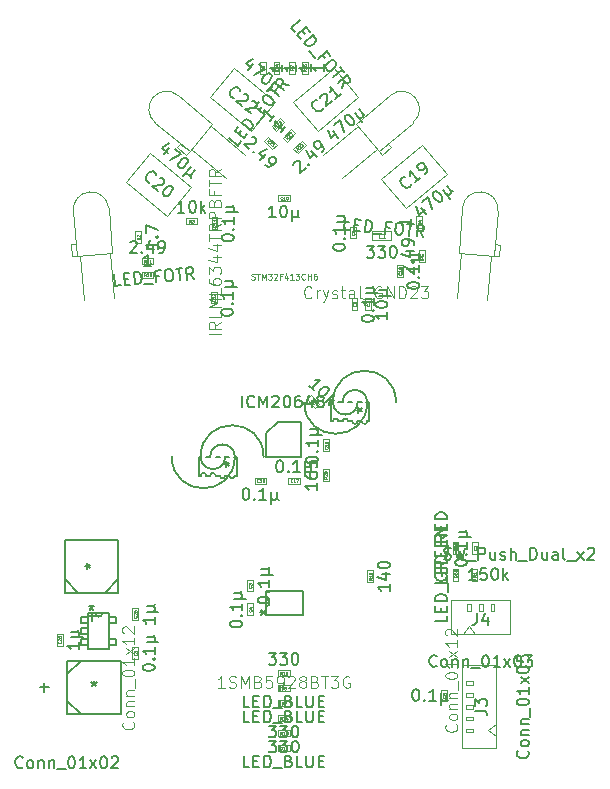
<source format=gbr>
G04 #@! TF.GenerationSoftware,KiCad,Pcbnew,(5.1.4)-1*
G04 #@! TF.CreationDate,2019-11-08T17:49:40+09:00*
G04 #@! TF.ProjectId,gekko,67656b6b-6f2e-46b6-9963-61645f706362,rev?*
G04 #@! TF.SameCoordinates,Original*
G04 #@! TF.FileFunction,Other,Fab,Top*
%FSLAX46Y46*%
G04 Gerber Fmt 4.6, Leading zero omitted, Abs format (unit mm)*
G04 Created by KiCad (PCBNEW (5.1.4)-1) date 2019-11-08 17:49:40*
%MOMM*%
%LPD*%
G04 APERTURE LIST*
%ADD10C,0.100000*%
%ADD11C,0.152400*%
%ADD12C,0.150000*%
%ADD13C,0.125000*%
%ADD14C,0.060000*%
%ADD15C,0.040000*%
G04 APERTURE END LIST*
D10*
X167142893Y-145050000D02*
X167850000Y-144550000D01*
X167850000Y-145550000D02*
X167142893Y-145050000D01*
X165300000Y-140900000D02*
X165300000Y-141200000D01*
X165900000Y-140900000D02*
X165300000Y-140900000D01*
X165900000Y-141200000D02*
X165900000Y-140900000D01*
X165300000Y-141200000D02*
X165900000Y-141200000D01*
X165300000Y-141900000D02*
X165300000Y-142200000D01*
X165900000Y-141900000D02*
X165300000Y-141900000D01*
X165900000Y-142200000D02*
X165900000Y-141900000D01*
X165300000Y-142200000D02*
X165900000Y-142200000D01*
X165300000Y-142900000D02*
X165300000Y-143200000D01*
X165900000Y-142900000D02*
X165300000Y-142900000D01*
X165900000Y-143200000D02*
X165900000Y-142900000D01*
X165300000Y-143200000D02*
X165900000Y-143200000D01*
X165300000Y-143900000D02*
X165300000Y-144200000D01*
X165900000Y-143900000D02*
X165300000Y-143900000D01*
X165900000Y-144200000D02*
X165900000Y-143900000D01*
X165300000Y-144200000D02*
X165900000Y-144200000D01*
X165300000Y-144900000D02*
X165300000Y-145200000D01*
X165900000Y-144900000D02*
X165300000Y-144900000D01*
X165900000Y-145200000D02*
X165900000Y-144900000D01*
X165300000Y-145200000D02*
X165900000Y-145200000D01*
X167850000Y-139550000D02*
X164950000Y-139550000D01*
X167850000Y-146550000D02*
X164950000Y-146550000D01*
X164950000Y-146550000D02*
X164950000Y-139550000D01*
X167850000Y-146550000D02*
X167850000Y-139550000D01*
X164659949Y-104612181D02*
X164991140Y-100826641D01*
X164557010Y-108427728D02*
X164557010Y-108427728D01*
X167087345Y-108649104D02*
X167419408Y-104853602D01*
X167419408Y-104853602D02*
X167419408Y-104853602D01*
X167979726Y-101088109D02*
G75*
G03X164991140Y-100826641I-1494293J130734D01*
G01*
X164557010Y-108427728D02*
X164889073Y-104632227D01*
X167735688Y-103877453D02*
X167648533Y-104873648D01*
X164889073Y-104632227D02*
X164557010Y-108427728D01*
X168134166Y-103912316D02*
X167735688Y-103877453D01*
X164659949Y-104612181D02*
X167648533Y-104873648D01*
X167419408Y-104853602D02*
X167087345Y-108649104D01*
X167087345Y-108649104D02*
X167087345Y-108649104D01*
X164889073Y-104632227D02*
X164889073Y-104632227D01*
X167648533Y-104873648D02*
X168047011Y-104908510D01*
X167648533Y-104873648D02*
X167979725Y-101088108D01*
X168047011Y-104908510D02*
X168134166Y-103912316D01*
X155965621Y-93734429D02*
X158876590Y-91291836D01*
X153194833Y-96359640D02*
X153194833Y-96359640D01*
X154827513Y-98305392D02*
X157746142Y-95856372D01*
X157746142Y-95856372D02*
X157746142Y-95856372D01*
X160804952Y-93589968D02*
G75*
G03X158876590Y-91291836I-964181J1149066D01*
G01*
X153194833Y-96359640D02*
X156113462Y-93910619D01*
X158660028Y-95389774D02*
X157893984Y-96032562D01*
X156113462Y-93910619D02*
X153194833Y-96359640D01*
X158917143Y-95696192D02*
X158660028Y-95389774D01*
X155965621Y-93734429D02*
X157893984Y-96032562D01*
X157746142Y-95856372D02*
X154827513Y-98305392D01*
X154827513Y-98305392D02*
X154827513Y-98305392D01*
X156113462Y-93910619D02*
X156113462Y-93910619D01*
X157893984Y-96032562D02*
X158151099Y-96338980D01*
X157893984Y-96032562D02*
X160804952Y-93589969D01*
X158151099Y-96338980D02*
X158917143Y-95696192D01*
X141116741Y-95382789D02*
X141882785Y-96025576D01*
X146581936Y-96352654D02*
X146581936Y-96352654D01*
X143811148Y-93727443D02*
X140900179Y-91284850D01*
X141882785Y-96025576D02*
X138971816Y-93582984D01*
X141882785Y-96025576D02*
X141625670Y-96331994D01*
X143811148Y-93727443D02*
X141882785Y-96025576D01*
X143663307Y-93903633D02*
X143663307Y-93903633D01*
X144949256Y-98298407D02*
X144949256Y-98298407D01*
X146581936Y-96352654D02*
X143663307Y-93903633D01*
X142030626Y-95849386D02*
X142030626Y-95849386D01*
X138971817Y-93582984D02*
G75*
G02X140900179Y-91284850I964181J1149067D01*
G01*
X141625670Y-96331994D02*
X140859626Y-95689207D01*
X143663307Y-93903633D02*
X146581936Y-96352654D01*
X140859626Y-95689207D02*
X141116741Y-95382789D01*
X144949256Y-98298407D02*
X142030626Y-95849386D01*
X142030626Y-95849386D02*
X144949256Y-98298407D01*
X132285480Y-103875168D02*
X132372635Y-104871363D01*
X135464158Y-108425443D02*
X135464158Y-108425443D01*
X135361219Y-104609896D02*
X135030028Y-100824356D01*
X132372635Y-104871363D02*
X132041443Y-101085823D01*
X132372635Y-104871363D02*
X131974157Y-104906225D01*
X135361219Y-104609896D02*
X132372635Y-104871363D01*
X135132095Y-104629941D02*
X135132095Y-104629941D01*
X132933823Y-108646819D02*
X132933823Y-108646819D01*
X135464158Y-108425443D02*
X135132095Y-104629941D01*
X132601760Y-104851317D02*
X132601760Y-104851317D01*
X132041444Y-101085822D02*
G75*
G02X135030028Y-100824356I1494292J130733D01*
G01*
X131974157Y-104906225D02*
X131887002Y-103910030D01*
X135132095Y-104629941D02*
X135464158Y-108425443D01*
X131887002Y-103910030D02*
X132285480Y-103875168D01*
X132933823Y-108646819D02*
X132601760Y-104851317D01*
X132601760Y-104851317D02*
X132933823Y-108646819D01*
D11*
X145872200Y-122135900D02*
X145618200Y-121881900D01*
X145262600Y-121881900D02*
X144907000Y-121881900D01*
X144449800Y-121881900D02*
X144094200Y-121881900D01*
X143637000Y-121881900D02*
X143281400Y-121881900D01*
X145262600Y-123482100D02*
X144907000Y-123482100D01*
X144449800Y-123482100D02*
X144094200Y-123482100D01*
X143637000Y-123482100D02*
X143281400Y-123482100D01*
X145719800Y-123482100D02*
X145872200Y-123482100D01*
X145719800Y-121881900D02*
X145872200Y-121881900D01*
X142824200Y-123482100D02*
X142671800Y-123482100D01*
X142824200Y-121881900D02*
X142671800Y-121881900D01*
X142671800Y-121881900D02*
X142671800Y-123482100D01*
X145872200Y-121881900D02*
X145872200Y-123482100D01*
X148158200Y-121881900D02*
G75*
G03X142824200Y-121881900I-2667000J0D01*
G01*
X145719800Y-121881900D02*
G75*
G03X143637000Y-121881900I-1041400J0D01*
G01*
X142824200Y-121881900D02*
G75*
G03X144907000Y-121881900I1041400J0D01*
G01*
X140385800Y-121881900D02*
G75*
G03X145719800Y-121881900I2667000J0D01*
G01*
X145262600Y-123482100D02*
G75*
G03X145719800Y-123482100I228600J0D01*
G01*
X144449800Y-123482100D02*
G75*
G03X144907000Y-123482100I228600J0D01*
G01*
X144094200Y-123482100D02*
G75*
G03X143637000Y-123482100I-228600J0D01*
G01*
X143281400Y-123482100D02*
G75*
G03X142824200Y-123482100I-228600J0D01*
G01*
D10*
X163642060Y-97909399D02*
X160194860Y-100801943D01*
X161585140Y-95458057D02*
X163642060Y-97909399D01*
X158137940Y-98350601D02*
X161585140Y-95458057D01*
X160194860Y-100801943D02*
X158137940Y-98350601D01*
X142022060Y-99020601D02*
X139965140Y-101471943D01*
X139965140Y-101471943D02*
X136517940Y-98579399D01*
X136517940Y-98579399D02*
X138574860Y-96128057D01*
X138574860Y-96128057D02*
X142022060Y-99020601D01*
X152724860Y-94321943D02*
X150667940Y-91870601D01*
X150667940Y-91870601D02*
X154115140Y-88978057D01*
X154115140Y-88978057D02*
X156172060Y-91429399D01*
X156172060Y-91429399D02*
X152724860Y-94321943D01*
X149127060Y-91870601D02*
X147070140Y-94321943D01*
X147070140Y-94321943D02*
X143622940Y-91429399D01*
X143622940Y-91429399D02*
X145679860Y-88978057D01*
X145679860Y-88978057D02*
X149127060Y-91870601D01*
X164050000Y-136920000D02*
X169050000Y-136920000D01*
X164050000Y-134020000D02*
X169050000Y-134020000D01*
X164050000Y-136920000D02*
X164050000Y-134020000D01*
X169050000Y-136920000D02*
X169050000Y-134020000D01*
X165400000Y-134370000D02*
X165400000Y-134970000D01*
X165400000Y-134970000D02*
X165700000Y-134970000D01*
X165700000Y-134970000D02*
X165700000Y-134370000D01*
X165700000Y-134370000D02*
X165400000Y-134370000D01*
X166400000Y-134370000D02*
X166400000Y-134970000D01*
X166400000Y-134970000D02*
X166700000Y-134970000D01*
X166700000Y-134970000D02*
X166700000Y-134370000D01*
X166700000Y-134370000D02*
X166400000Y-134370000D01*
X167400000Y-134370000D02*
X167400000Y-134970000D01*
X167400000Y-134970000D02*
X167700000Y-134970000D01*
X167700000Y-134970000D02*
X167700000Y-134370000D01*
X167700000Y-134370000D02*
X167400000Y-134370000D01*
X165050000Y-136920000D02*
X165550000Y-136212893D01*
X165550000Y-136212893D02*
X166050000Y-136920000D01*
X157375000Y-103550000D02*
X157375000Y-102750000D01*
X157375000Y-102750000D02*
X158975000Y-102750000D01*
X158975000Y-102750000D02*
X158975000Y-103550000D01*
X158975000Y-103550000D02*
X157375000Y-103550000D01*
D11*
X148360001Y-134564800D02*
G75*
G03X148360001Y-133955200I0J304800D01*
G01*
X148360001Y-135310000D02*
X151459999Y-135310000D01*
X148360001Y-133210000D02*
X148360001Y-135310000D01*
X151459999Y-133210000D02*
X148360001Y-133210000D01*
X151459999Y-135310000D02*
X151459999Y-133210000D01*
X148510000Y-133210000D02*
X148510000Y-133210000D01*
X148810000Y-133210000D02*
X148510000Y-133210000D01*
X148810000Y-133210000D02*
X148810000Y-133210000D01*
X148510000Y-133210000D02*
X148810000Y-133210000D01*
X149010000Y-133210000D02*
X149010000Y-133210000D01*
X149310000Y-133210000D02*
X149010000Y-133210000D01*
X149310000Y-133210000D02*
X149310000Y-133210000D01*
X149010000Y-133210000D02*
X149310000Y-133210000D01*
X149510000Y-133210000D02*
X149510000Y-133210000D01*
X149810000Y-133210000D02*
X149510000Y-133210000D01*
X149810000Y-133210000D02*
X149810000Y-133210000D01*
X149510000Y-133210000D02*
X149810000Y-133210000D01*
X150010000Y-133210000D02*
X150010000Y-133210000D01*
X150310000Y-133210000D02*
X150010000Y-133210000D01*
X150310000Y-133210000D02*
X150310000Y-133210000D01*
X150010000Y-133210000D02*
X150310000Y-133210000D01*
X150510000Y-133210000D02*
X150510000Y-133210000D01*
X150810000Y-133210000D02*
X150510000Y-133210000D01*
X150810000Y-133210000D02*
X150810000Y-133210000D01*
X150510000Y-133210000D02*
X150810000Y-133210000D01*
X151010000Y-133210000D02*
X151010000Y-133210000D01*
X151310000Y-133210000D02*
X151010000Y-133210000D01*
X151310000Y-133210000D02*
X151310000Y-133210000D01*
X151010000Y-133210000D02*
X151310000Y-133210000D01*
X151310000Y-135310000D02*
X151310000Y-135310000D01*
X151010000Y-135310000D02*
X151310000Y-135310000D01*
X151010000Y-135310000D02*
X151010000Y-135310000D01*
X151310000Y-135310000D02*
X151010000Y-135310000D01*
X150810000Y-135310000D02*
X150810000Y-135310000D01*
X150510000Y-135310000D02*
X150810000Y-135310000D01*
X150510000Y-135310000D02*
X150510000Y-135310000D01*
X150810000Y-135310000D02*
X150510000Y-135310000D01*
X150310000Y-135310000D02*
X150310000Y-135310000D01*
X150010000Y-135310000D02*
X150310000Y-135310000D01*
X150010000Y-135310000D02*
X150010000Y-135310000D01*
X150310000Y-135310000D02*
X150010000Y-135310000D01*
X149810000Y-135310000D02*
X149810000Y-135310000D01*
X149510000Y-135310000D02*
X149810000Y-135310000D01*
X149510000Y-135310000D02*
X149510000Y-135310000D01*
X149810000Y-135310000D02*
X149510000Y-135310000D01*
X149310000Y-135310000D02*
X149310000Y-135310000D01*
X149010000Y-135310000D02*
X149310000Y-135310000D01*
X149010000Y-135310000D02*
X149010000Y-135310000D01*
X149310000Y-135310000D02*
X149010000Y-135310000D01*
X148810000Y-135310000D02*
X148810000Y-135310000D01*
X148510000Y-135310000D02*
X148810000Y-135310000D01*
X148510000Y-135310000D02*
X148510000Y-135310000D01*
X148810000Y-135310000D02*
X148510000Y-135310000D01*
D12*
X151340000Y-121900000D02*
X148340000Y-121900000D01*
X148340000Y-121900000D02*
X148340000Y-119900000D01*
X148340000Y-119900000D02*
X149340000Y-118900000D01*
X151340000Y-118900000D02*
X151340000Y-121900000D01*
X149340000Y-118900000D02*
X151340000Y-118900000D01*
D10*
X137550000Y-137985000D02*
X137550000Y-138985000D01*
X137050000Y-137985000D02*
X137550000Y-137985000D01*
X137050000Y-138985000D02*
X137050000Y-137985000D01*
X137550000Y-138985000D02*
X137050000Y-138985000D01*
X165825000Y-129100000D02*
X166325000Y-129100000D01*
X166325000Y-129100000D02*
X166325000Y-130100000D01*
X166325000Y-130100000D02*
X165825000Y-130100000D01*
X165825000Y-130100000D02*
X165825000Y-129100000D01*
X147270000Y-133280000D02*
X146770000Y-133280000D01*
X146770000Y-133280000D02*
X146770000Y-132280000D01*
X146770000Y-132280000D02*
X147270000Y-132280000D01*
X147270000Y-132280000D02*
X147270000Y-133280000D01*
X146780000Y-135300000D02*
X146780000Y-134300000D01*
X147280000Y-135300000D02*
X146780000Y-135300000D01*
X147280000Y-134300000D02*
X147280000Y-135300000D01*
X146780000Y-134300000D02*
X147280000Y-134300000D01*
X163200000Y-142595000D02*
X163200000Y-141595000D01*
X163700000Y-142595000D02*
X163200000Y-142595000D01*
X163700000Y-141595000D02*
X163700000Y-142595000D01*
X163200000Y-141595000D02*
X163700000Y-141595000D01*
X155500000Y-102400000D02*
X156000000Y-102400000D01*
X156000000Y-102400000D02*
X156000000Y-103400000D01*
X156000000Y-103400000D02*
X155500000Y-103400000D01*
X155500000Y-103400000D02*
X155500000Y-102400000D01*
X157250000Y-108440000D02*
X157250000Y-109440000D01*
X156750000Y-108440000D02*
X157250000Y-108440000D01*
X156750000Y-109440000D02*
X156750000Y-108440000D01*
X157250000Y-109440000D02*
X156750000Y-109440000D01*
X156100000Y-108450000D02*
X156100000Y-109450000D01*
X155600000Y-108450000D02*
X156100000Y-108450000D01*
X155600000Y-109450000D02*
X155600000Y-108450000D01*
X156100000Y-109450000D02*
X155600000Y-109450000D01*
X150400000Y-100250000D02*
X149400000Y-100250000D01*
X150400000Y-99750000D02*
X150400000Y-100250000D01*
X149400000Y-99750000D02*
X150400000Y-99750000D01*
X149400000Y-100250000D02*
X149400000Y-99750000D01*
X144250000Y-102600000D02*
X143750000Y-102600000D01*
X143750000Y-102600000D02*
X143750000Y-101600000D01*
X143750000Y-101600000D02*
X144250000Y-101600000D01*
X144250000Y-101600000D02*
X144250000Y-102600000D01*
X144175000Y-107900000D02*
X144175000Y-108900000D01*
X143675000Y-107900000D02*
X144175000Y-107900000D01*
X143675000Y-108900000D02*
X143675000Y-107900000D01*
X144175000Y-108900000D02*
X143675000Y-108900000D01*
X159950000Y-105650000D02*
X159950000Y-106650000D01*
X159450000Y-105650000D02*
X159950000Y-105650000D01*
X159450000Y-106650000D02*
X159450000Y-105650000D01*
X159950000Y-106650000D02*
X159450000Y-106650000D01*
X153220000Y-120410000D02*
X153720000Y-120410000D01*
X153720000Y-120410000D02*
X153720000Y-121410000D01*
X153720000Y-121410000D02*
X153220000Y-121410000D01*
X153220000Y-121410000D02*
X153220000Y-120410000D01*
X150260000Y-123650000D02*
X151260000Y-123650000D01*
X150260000Y-124150000D02*
X150260000Y-123650000D01*
X151260000Y-124150000D02*
X150260000Y-124150000D01*
X151260000Y-123650000D02*
X151260000Y-124150000D01*
X147395000Y-124160000D02*
X147395000Y-123660000D01*
X147395000Y-123660000D02*
X148395000Y-123660000D01*
X148395000Y-123660000D02*
X148395000Y-124160000D01*
X148395000Y-124160000D02*
X147395000Y-124160000D01*
X131150000Y-137865000D02*
X130650000Y-137865000D01*
X130650000Y-137865000D02*
X130650000Y-136865000D01*
X130650000Y-136865000D02*
X131150000Y-136865000D01*
X131150000Y-136865000D02*
X131150000Y-137865000D01*
X137550000Y-135700000D02*
X137050000Y-135700000D01*
X137050000Y-135700000D02*
X137050000Y-134700000D01*
X137050000Y-134700000D02*
X137550000Y-134700000D01*
X137550000Y-134700000D02*
X137550000Y-135700000D01*
X166260000Y-131365000D02*
X166260000Y-132365000D01*
X165760000Y-131365000D02*
X166260000Y-131365000D01*
X165760000Y-132365000D02*
X165760000Y-131365000D01*
X166260000Y-132365000D02*
X165760000Y-132365000D01*
X137810000Y-102780000D02*
X137810000Y-103780000D01*
X137310000Y-102780000D02*
X137810000Y-102780000D01*
X137310000Y-103780000D02*
X137310000Y-102780000D01*
X137810000Y-103780000D02*
X137310000Y-103780000D01*
X142550000Y-101690000D02*
X142550000Y-102190000D01*
X142550000Y-102190000D02*
X141550000Y-102190000D01*
X141550000Y-102190000D02*
X141550000Y-101690000D01*
X141550000Y-101690000D02*
X142550000Y-101690000D01*
X161100000Y-101530000D02*
X161600000Y-101530000D01*
X161600000Y-101530000D02*
X161600000Y-102530000D01*
X161600000Y-102530000D02*
X161100000Y-102530000D01*
X161100000Y-102530000D02*
X161100000Y-101530000D01*
X161320000Y-105420000D02*
X161320000Y-104420000D01*
X161820000Y-105420000D02*
X161320000Y-105420000D01*
X161820000Y-104420000D02*
X161820000Y-105420000D01*
X161320000Y-104420000D02*
X161820000Y-104420000D01*
X152163223Y-116669670D02*
X152870330Y-117376777D01*
X151809670Y-117023223D02*
X152163223Y-116669670D01*
X152516777Y-117730330D02*
X151809670Y-117023223D01*
X152870330Y-117376777D02*
X152516777Y-117730330D01*
X150790000Y-89440000D02*
X150290000Y-89440000D01*
X150290000Y-89440000D02*
X150290000Y-88440000D01*
X150290000Y-88440000D02*
X150790000Y-88440000D01*
X150790000Y-88440000D02*
X150790000Y-89440000D01*
X148320000Y-89460000D02*
X147820000Y-89460000D01*
X147820000Y-89460000D02*
X147820000Y-88460000D01*
X147820000Y-88460000D02*
X148320000Y-88460000D01*
X148320000Y-88460000D02*
X148320000Y-89460000D01*
X149360000Y-139958000D02*
X150360000Y-139958000D01*
X149360000Y-140458000D02*
X149360000Y-139958000D01*
X150360000Y-140458000D02*
X149360000Y-140458000D01*
X150360000Y-139958000D02*
X150360000Y-140458000D01*
X149360000Y-144268000D02*
X149360000Y-143768000D01*
X149360000Y-143768000D02*
X150360000Y-143768000D01*
X150360000Y-143768000D02*
X150360000Y-144268000D01*
X150360000Y-144268000D02*
X149360000Y-144268000D01*
X157450000Y-131500000D02*
X157450000Y-132500000D01*
X156950000Y-131500000D02*
X157450000Y-131500000D01*
X156950000Y-132500000D02*
X156950000Y-131500000D01*
X157450000Y-132500000D02*
X156950000Y-132500000D01*
X149383000Y-145538000D02*
X149383000Y-145038000D01*
X149383000Y-145038000D02*
X150383000Y-145038000D01*
X150383000Y-145038000D02*
X150383000Y-145538000D01*
X150383000Y-145538000D02*
X149383000Y-145538000D01*
X153166000Y-122944000D02*
X153666000Y-122944000D01*
X153666000Y-122944000D02*
X153666000Y-123944000D01*
X153666000Y-123944000D02*
X153166000Y-123944000D01*
X153166000Y-123944000D02*
X153166000Y-122944000D01*
X137830000Y-105080000D02*
X138830000Y-105080000D01*
X137830000Y-105580000D02*
X137830000Y-105080000D01*
X138830000Y-105580000D02*
X137830000Y-105580000D01*
X138830000Y-105080000D02*
X138830000Y-105580000D01*
X151740330Y-95483223D02*
X151033223Y-96190330D01*
X151386777Y-95129670D02*
X151740330Y-95483223D01*
X150679670Y-95836777D02*
X151386777Y-95129670D01*
X151033223Y-96190330D02*
X150679670Y-95836777D01*
X148199670Y-95133223D02*
X148553223Y-94779670D01*
X148553223Y-94779670D02*
X149260330Y-95486777D01*
X149260330Y-95486777D02*
X148906777Y-95840330D01*
X148906777Y-95840330D02*
X148199670Y-95133223D01*
X149500000Y-89460000D02*
X149000000Y-89460000D01*
X149000000Y-89460000D02*
X149000000Y-88460000D01*
X149000000Y-88460000D02*
X149500000Y-88460000D01*
X149500000Y-88460000D02*
X149500000Y-89460000D01*
X151910000Y-88450000D02*
X151910000Y-89450000D01*
X151410000Y-88450000D02*
X151910000Y-88450000D01*
X151410000Y-89450000D02*
X151410000Y-88450000D01*
X151910000Y-89450000D02*
X151410000Y-89450000D01*
X137830000Y-106240000D02*
X138830000Y-106240000D01*
X137830000Y-106740000D02*
X137830000Y-106240000D01*
X138830000Y-106740000D02*
X137830000Y-106740000D01*
X138830000Y-106240000D02*
X138830000Y-106740000D01*
X150476777Y-94159670D02*
X150830330Y-94513223D01*
X150830330Y-94513223D02*
X150123223Y-95220330D01*
X150123223Y-95220330D02*
X149769670Y-94866777D01*
X149769670Y-94866777D02*
X150476777Y-94159670D01*
X148849670Y-93916777D02*
X149556777Y-93209670D01*
X149203223Y-94270330D02*
X148849670Y-93916777D01*
X149910330Y-93563223D02*
X149203223Y-94270330D01*
X149556777Y-93209670D02*
X149910330Y-93563223D01*
X149360000Y-141728000D02*
X149360000Y-141228000D01*
X149360000Y-141228000D02*
X150360000Y-141228000D01*
X150360000Y-141228000D02*
X150360000Y-141728000D01*
X150360000Y-141728000D02*
X149360000Y-141728000D01*
X149460000Y-141728000D02*
X149460000Y-141228000D01*
X149560000Y-141728000D02*
X149560000Y-141228000D01*
X164150000Y-131375000D02*
X164650000Y-131375000D01*
X164650000Y-131375000D02*
X164650000Y-132375000D01*
X164650000Y-132375000D02*
X164150000Y-132375000D01*
X164150000Y-132375000D02*
X164150000Y-131375000D01*
X164150000Y-131475000D02*
X164650000Y-131475000D01*
X164150000Y-131575000D02*
X164650000Y-131575000D01*
X149560000Y-142998000D02*
X149560000Y-142498000D01*
X149460000Y-142998000D02*
X149460000Y-142498000D01*
X150360000Y-142998000D02*
X149360000Y-142998000D01*
X150360000Y-142498000D02*
X150360000Y-142998000D01*
X149360000Y-142498000D02*
X150360000Y-142498000D01*
X149360000Y-142998000D02*
X149360000Y-142498000D01*
X164150000Y-129100000D02*
X164650000Y-129100000D01*
X164650000Y-129100000D02*
X164650000Y-130100000D01*
X164650000Y-130100000D02*
X164150000Y-130100000D01*
X164150000Y-130100000D02*
X164150000Y-129100000D01*
X164150000Y-129200000D02*
X164650000Y-129200000D01*
X164150000Y-129300000D02*
X164650000Y-129300000D01*
X149560000Y-146808000D02*
X149560000Y-146308000D01*
X149460000Y-146808000D02*
X149460000Y-146308000D01*
X150360000Y-146808000D02*
X149360000Y-146808000D01*
X150360000Y-146308000D02*
X150360000Y-146808000D01*
X149360000Y-146308000D02*
X150360000Y-146308000D01*
X149360000Y-146808000D02*
X149360000Y-146308000D01*
D11*
X131552100Y-139152100D02*
X131552100Y-143647900D01*
X136047900Y-139152100D02*
X131552100Y-139152100D01*
X136047900Y-143647900D02*
X136047900Y-139152100D01*
X131552100Y-143647900D02*
X136047900Y-143647900D01*
X131552100Y-142523950D02*
X132676050Y-143647900D01*
X131552100Y-140276050D02*
X132676050Y-139152100D01*
X129578901Y-141019000D02*
X129578901Y-141781000D01*
X129959901Y-141400000D02*
X129197901Y-141400000D01*
X133600000Y-134990099D02*
X133600000Y-135752099D01*
X133219000Y-135371099D02*
X133981000Y-135371099D01*
X132476050Y-133397900D02*
X131352100Y-132273950D01*
X134723950Y-133397900D02*
X135847900Y-132273950D01*
X135847900Y-133397900D02*
X135847900Y-128902100D01*
X135847900Y-128902100D02*
X131352100Y-128902100D01*
X131352100Y-128902100D02*
X131352100Y-133397900D01*
X131352100Y-133397900D02*
X135847900Y-133397900D01*
X133323700Y-138174000D02*
X135076300Y-138174000D01*
X135076300Y-138174000D02*
X135076300Y-135126000D01*
X135076300Y-135126000D02*
X133323700Y-135126000D01*
X133323700Y-135126000D02*
X133323700Y-138174000D01*
X133323700Y-135954000D02*
X133323700Y-135446000D01*
X133323700Y-135446000D02*
X132701400Y-135446000D01*
X132701400Y-135446000D02*
X132701400Y-135954000D01*
X132701400Y-135954000D02*
X133323700Y-135954000D01*
X133323700Y-136904000D02*
X133323700Y-136396000D01*
X133323700Y-136396000D02*
X132701400Y-136396000D01*
X132701400Y-136396000D02*
X132701400Y-136904000D01*
X132701400Y-136904000D02*
X133323700Y-136904000D01*
X133323700Y-137854000D02*
X133323700Y-137346000D01*
X133323700Y-137346000D02*
X132701400Y-137346000D01*
X132701400Y-137346000D02*
X132701400Y-137854000D01*
X132701400Y-137854000D02*
X133323700Y-137854000D01*
X135076300Y-137346000D02*
X135076300Y-137854000D01*
X135076300Y-137854000D02*
X135698600Y-137854000D01*
X135698600Y-137854000D02*
X135698600Y-137346000D01*
X135698600Y-137346000D02*
X135076300Y-137346000D01*
X135076300Y-135446000D02*
X135076300Y-135954000D01*
X135076300Y-135954000D02*
X135698600Y-135954000D01*
X135698600Y-135954000D02*
X135698600Y-135446000D01*
X135698600Y-135446000D02*
X135076300Y-135446000D01*
X133895200Y-135126000D02*
G75*
G03X134504800Y-135126000I304800J0D01*
G01*
X154489400Y-118870100D02*
G75*
G03X154032200Y-118870100I-228600J0D01*
G01*
X155302200Y-118870100D02*
G75*
G03X154845000Y-118870100I-228600J0D01*
G01*
X155657800Y-118870100D02*
G75*
G03X156115000Y-118870100I228600J0D01*
G01*
X156470600Y-118870100D02*
G75*
G03X156927800Y-118870100I228600J0D01*
G01*
X151593800Y-117269900D02*
G75*
G03X156927800Y-117269900I2667000J0D01*
G01*
X154032200Y-117269900D02*
G75*
G03X156115000Y-117269900I1041400J0D01*
G01*
X156927800Y-117269900D02*
G75*
G03X154845000Y-117269900I-1041400J0D01*
G01*
X159366200Y-117269900D02*
G75*
G03X154032200Y-117269900I-2667000J0D01*
G01*
X157080200Y-117269900D02*
X157080200Y-118870100D01*
X153879800Y-117269900D02*
X153879800Y-118870100D01*
X154032200Y-117269900D02*
X153879800Y-117269900D01*
X154032200Y-118870100D02*
X153879800Y-118870100D01*
X156927800Y-117269900D02*
X157080200Y-117269900D01*
X156927800Y-118870100D02*
X157080200Y-118870100D01*
X154845000Y-118870100D02*
X154489400Y-118870100D01*
X155657800Y-118870100D02*
X155302200Y-118870100D01*
X156470600Y-118870100D02*
X156115000Y-118870100D01*
X154845000Y-117269900D02*
X154489400Y-117269900D01*
X155657800Y-117269900D02*
X155302200Y-117269900D01*
X156470600Y-117269900D02*
X156115000Y-117269900D01*
X157080200Y-117523900D02*
X156826200Y-117269900D01*
D12*
X170507142Y-146788095D02*
X170554761Y-146835714D01*
X170602380Y-146978571D01*
X170602380Y-147073809D01*
X170554761Y-147216666D01*
X170459523Y-147311904D01*
X170364285Y-147359523D01*
X170173809Y-147407142D01*
X170030952Y-147407142D01*
X169840476Y-147359523D01*
X169745238Y-147311904D01*
X169650000Y-147216666D01*
X169602380Y-147073809D01*
X169602380Y-146978571D01*
X169650000Y-146835714D01*
X169697619Y-146788095D01*
X170602380Y-146216666D02*
X170554761Y-146311904D01*
X170507142Y-146359523D01*
X170411904Y-146407142D01*
X170126190Y-146407142D01*
X170030952Y-146359523D01*
X169983333Y-146311904D01*
X169935714Y-146216666D01*
X169935714Y-146073809D01*
X169983333Y-145978571D01*
X170030952Y-145930952D01*
X170126190Y-145883333D01*
X170411904Y-145883333D01*
X170507142Y-145930952D01*
X170554761Y-145978571D01*
X170602380Y-146073809D01*
X170602380Y-146216666D01*
X169935714Y-145454761D02*
X170602380Y-145454761D01*
X170030952Y-145454761D02*
X169983333Y-145407142D01*
X169935714Y-145311904D01*
X169935714Y-145169047D01*
X169983333Y-145073809D01*
X170078571Y-145026190D01*
X170602380Y-145026190D01*
X169935714Y-144550000D02*
X170602380Y-144550000D01*
X170030952Y-144550000D02*
X169983333Y-144502380D01*
X169935714Y-144407142D01*
X169935714Y-144264285D01*
X169983333Y-144169047D01*
X170078571Y-144121428D01*
X170602380Y-144121428D01*
X170697619Y-143883333D02*
X170697619Y-143121428D01*
X169602380Y-142692857D02*
X169602380Y-142597619D01*
X169650000Y-142502380D01*
X169697619Y-142454761D01*
X169792857Y-142407142D01*
X169983333Y-142359523D01*
X170221428Y-142359523D01*
X170411904Y-142407142D01*
X170507142Y-142454761D01*
X170554761Y-142502380D01*
X170602380Y-142597619D01*
X170602380Y-142692857D01*
X170554761Y-142788095D01*
X170507142Y-142835714D01*
X170411904Y-142883333D01*
X170221428Y-142930952D01*
X169983333Y-142930952D01*
X169792857Y-142883333D01*
X169697619Y-142835714D01*
X169650000Y-142788095D01*
X169602380Y-142692857D01*
X170602380Y-141407142D02*
X170602380Y-141978571D01*
X170602380Y-141692857D02*
X169602380Y-141692857D01*
X169745238Y-141788095D01*
X169840476Y-141883333D01*
X169888095Y-141978571D01*
X170602380Y-141073809D02*
X169935714Y-140550000D01*
X169935714Y-141073809D02*
X170602380Y-140550000D01*
X169602380Y-139978571D02*
X169602380Y-139883333D01*
X169650000Y-139788095D01*
X169697619Y-139740476D01*
X169792857Y-139692857D01*
X169983333Y-139645238D01*
X170221428Y-139645238D01*
X170411904Y-139692857D01*
X170507142Y-139740476D01*
X170554761Y-139788095D01*
X170602380Y-139883333D01*
X170602380Y-139978571D01*
X170554761Y-140073809D01*
X170507142Y-140121428D01*
X170411904Y-140169047D01*
X170221428Y-140216666D01*
X169983333Y-140216666D01*
X169792857Y-140169047D01*
X169697619Y-140121428D01*
X169650000Y-140073809D01*
X169602380Y-139978571D01*
X169602380Y-138740476D02*
X169602380Y-139216666D01*
X170078571Y-139264285D01*
X170030952Y-139216666D01*
X169983333Y-139121428D01*
X169983333Y-138883333D01*
X170030952Y-138788095D01*
X170078571Y-138740476D01*
X170173809Y-138692857D01*
X170411904Y-138692857D01*
X170507142Y-138740476D01*
X170554761Y-138788095D01*
X170602380Y-138883333D01*
X170602380Y-139121428D01*
X170554761Y-139216666D01*
X170507142Y-139264285D01*
X166052380Y-143383333D02*
X166766666Y-143383333D01*
X166909523Y-143430952D01*
X167004761Y-143526190D01*
X167052380Y-143669047D01*
X167052380Y-143764285D01*
X166052380Y-143002380D02*
X166052380Y-142383333D01*
X166433333Y-142716666D01*
X166433333Y-142573809D01*
X166480952Y-142478571D01*
X166528571Y-142430952D01*
X166623809Y-142383333D01*
X166861904Y-142383333D01*
X166957142Y-142430952D01*
X167004761Y-142478571D01*
X167052380Y-142573809D01*
X167052380Y-142859523D01*
X167004761Y-142954761D01*
X166957142Y-143002380D01*
X155472180Y-102726620D02*
X154997802Y-102685117D01*
X155084958Y-101688922D01*
X155849898Y-102233855D02*
X156181963Y-102262907D01*
X156278624Y-102797174D02*
X155804245Y-102755672D01*
X155891401Y-101759477D01*
X156365779Y-101800980D01*
X156705564Y-102834527D02*
X156792720Y-101838332D01*
X157029909Y-101859083D01*
X157168072Y-101918972D01*
X157254648Y-102022148D01*
X157293785Y-102121174D01*
X157324622Y-102315076D01*
X157312171Y-102457389D01*
X157248132Y-102642991D01*
X157192393Y-102733716D01*
X157089217Y-102820291D01*
X156942753Y-102855278D01*
X156705564Y-102834527D01*
X157456269Y-102995807D02*
X158215275Y-103062211D01*
X158838482Y-102495322D02*
X158506417Y-102466271D01*
X158460764Y-102988087D02*
X158547920Y-101991892D01*
X159022299Y-102033395D01*
X159591553Y-102083198D02*
X159781304Y-102099799D01*
X159872029Y-102155538D01*
X159958605Y-102258714D01*
X159989441Y-102452616D01*
X159960389Y-102784680D01*
X159896351Y-102970282D01*
X159793174Y-103056857D01*
X159694148Y-103095994D01*
X159504397Y-103079393D01*
X159413672Y-103023654D01*
X159327096Y-102920478D01*
X159296260Y-102726577D01*
X159325312Y-102394512D01*
X159389351Y-102208911D01*
X159492527Y-102122335D01*
X159591553Y-102083198D01*
X160303120Y-102145452D02*
X160872374Y-102195256D01*
X160500592Y-103166549D02*
X160587747Y-102170354D01*
X161686538Y-103270305D02*
X161395976Y-102766875D01*
X161117284Y-103220502D02*
X161204439Y-102224307D01*
X161583942Y-102257510D01*
X161674668Y-102313248D01*
X161717955Y-102364836D01*
X161757092Y-102463862D01*
X161744642Y-102606176D01*
X161688903Y-102696901D01*
X161637315Y-102740189D01*
X161538289Y-102779326D01*
X161158786Y-102746124D01*
X150802181Y-85904402D02*
X150496091Y-85539619D01*
X151262136Y-84896831D01*
X151417704Y-85823052D02*
X151631967Y-86078400D01*
X151322532Y-86524533D02*
X151016443Y-86159750D01*
X151782488Y-85516963D01*
X152088577Y-85881746D01*
X151598013Y-86852838D02*
X152364057Y-86210050D01*
X152517102Y-86392442D01*
X152572450Y-86532486D01*
X152560712Y-86666660D01*
X152518364Y-86764356D01*
X152403060Y-86923270D01*
X152293625Y-87015097D01*
X152117103Y-87101055D01*
X152013537Y-87125794D01*
X151879363Y-87114055D01*
X151751058Y-87035229D01*
X151598013Y-86852838D01*
X152014799Y-87497709D02*
X152504542Y-88081362D01*
X153346067Y-88121185D02*
X153131805Y-87865837D01*
X152730543Y-88202535D02*
X153496588Y-87559748D01*
X153802677Y-87924531D01*
X154169984Y-88362270D02*
X154292420Y-88508184D01*
X154317160Y-88611749D01*
X154305421Y-88745924D01*
X154190117Y-88904838D01*
X153934768Y-89119100D01*
X153758246Y-89205058D01*
X153624072Y-89193319D01*
X153526376Y-89150971D01*
X153403940Y-89005058D01*
X153379200Y-88901492D01*
X153390939Y-88767318D01*
X153506243Y-88608404D01*
X153761592Y-88394141D01*
X153938114Y-88308184D01*
X154072288Y-88319923D01*
X154169984Y-88362270D01*
X154629118Y-88909445D02*
X154996426Y-89347185D01*
X154046728Y-89771102D02*
X154812772Y-89128315D01*
X154811951Y-90683060D02*
X154962471Y-90121623D01*
X154444644Y-90245320D02*
X155210688Y-89602533D01*
X155455560Y-89894359D01*
X155480299Y-89997925D01*
X155474430Y-90065012D01*
X155432082Y-90162708D01*
X155322647Y-90254535D01*
X155219082Y-90279275D01*
X155151994Y-90273405D01*
X155054298Y-90231058D01*
X154809427Y-89939231D01*
X146256647Y-95188298D02*
X145950558Y-95553081D01*
X145184514Y-94910293D01*
X146069649Y-94596251D02*
X146283911Y-94340903D01*
X146776999Y-94568167D02*
X146470910Y-94932950D01*
X145704865Y-94290162D01*
X146010955Y-93925379D01*
X147052480Y-94239862D02*
X146286435Y-93597074D01*
X146439480Y-93414683D01*
X146567785Y-93335857D01*
X146701959Y-93324118D01*
X146805525Y-93348857D01*
X146982047Y-93434815D01*
X147091482Y-93526642D01*
X147206786Y-93685556D01*
X147249134Y-93783252D01*
X147260873Y-93917426D01*
X147205524Y-94057470D01*
X147052480Y-94239862D01*
X147615179Y-93717427D02*
X148104922Y-93133774D01*
X147998011Y-92298118D02*
X147783749Y-92553466D01*
X148185010Y-92890164D02*
X147418966Y-92247377D01*
X147725055Y-91882594D01*
X148092362Y-91444854D02*
X148214798Y-91298941D01*
X148312494Y-91256593D01*
X148446669Y-91244854D01*
X148623191Y-91330812D01*
X148878539Y-91545074D01*
X148993843Y-91703988D01*
X149005582Y-91838163D01*
X148980842Y-91941728D01*
X148858407Y-92087642D01*
X148760711Y-92129989D01*
X148626536Y-92141728D01*
X148450014Y-92055771D01*
X148194666Y-91841508D01*
X148079362Y-91682594D01*
X148067623Y-91548420D01*
X148092362Y-91444854D01*
X148551496Y-90897679D02*
X148918804Y-90459940D01*
X149501194Y-91321597D02*
X148735150Y-90678810D01*
X150266418Y-90409640D02*
X149687372Y-90358898D01*
X149899111Y-90847379D02*
X149133066Y-90204592D01*
X149377938Y-89912765D01*
X149475634Y-89870418D01*
X149542721Y-89864548D01*
X149646286Y-89889288D01*
X149755721Y-89981115D01*
X149798069Y-90078811D01*
X149803938Y-90145898D01*
X149779199Y-90249463D01*
X149534327Y-90541290D01*
X136057468Y-107372105D02*
X135583089Y-107413608D01*
X135495933Y-106417413D01*
X136343879Y-106821237D02*
X136675944Y-106792185D01*
X136863911Y-107301551D02*
X136389532Y-107343053D01*
X136302377Y-106346859D01*
X136776755Y-106305356D01*
X137290851Y-107264198D02*
X137203696Y-106268004D01*
X137440885Y-106247252D01*
X137587349Y-106282239D01*
X137690525Y-106368814D01*
X137746263Y-106459540D01*
X137810302Y-106645141D01*
X137822753Y-106787454D01*
X137791916Y-106981356D01*
X137752779Y-107080382D01*
X137666204Y-107183558D01*
X137528041Y-107243447D01*
X137290851Y-107264198D01*
X138058157Y-107292670D02*
X138817163Y-107226265D01*
X139332464Y-106559770D02*
X139000399Y-106588822D01*
X139046052Y-107110638D02*
X138958896Y-106114443D01*
X139433274Y-106072941D01*
X140002528Y-106023137D02*
X140192280Y-106006536D01*
X140291306Y-106045674D01*
X140394482Y-106132249D01*
X140458521Y-106317850D01*
X140487573Y-106649915D01*
X140456736Y-106843816D01*
X140370161Y-106946993D01*
X140279436Y-107002731D01*
X140089684Y-107019332D01*
X139990658Y-106980195D01*
X139887482Y-106893620D01*
X139823443Y-106708019D01*
X139794391Y-106375954D01*
X139825228Y-106182052D01*
X139911803Y-106078876D01*
X140002528Y-106023137D01*
X140714096Y-105960883D02*
X141283350Y-105911080D01*
X141085879Y-106932176D02*
X140998723Y-105935982D01*
X142271825Y-106828420D02*
X141898257Y-106383093D01*
X141702571Y-106878223D02*
X141615415Y-105882028D01*
X141994918Y-105848826D01*
X142093944Y-105887963D01*
X142145532Y-105931251D01*
X142201270Y-106021976D01*
X142213721Y-106164290D01*
X142174584Y-106263316D01*
X142131296Y-106314904D01*
X142040571Y-106370642D01*
X141661068Y-106403844D01*
D10*
X137107142Y-144338095D02*
X137154761Y-144385714D01*
X137202380Y-144528571D01*
X137202380Y-144623809D01*
X137154761Y-144766666D01*
X137059523Y-144861904D01*
X136964285Y-144909523D01*
X136773809Y-144957142D01*
X136630952Y-144957142D01*
X136440476Y-144909523D01*
X136345238Y-144861904D01*
X136250000Y-144766666D01*
X136202380Y-144623809D01*
X136202380Y-144528571D01*
X136250000Y-144385714D01*
X136297619Y-144338095D01*
X137202380Y-143766666D02*
X137154761Y-143861904D01*
X137107142Y-143909523D01*
X137011904Y-143957142D01*
X136726190Y-143957142D01*
X136630952Y-143909523D01*
X136583333Y-143861904D01*
X136535714Y-143766666D01*
X136535714Y-143623809D01*
X136583333Y-143528571D01*
X136630952Y-143480952D01*
X136726190Y-143433333D01*
X137011904Y-143433333D01*
X137107142Y-143480952D01*
X137154761Y-143528571D01*
X137202380Y-143623809D01*
X137202380Y-143766666D01*
X136535714Y-143004761D02*
X137202380Y-143004761D01*
X136630952Y-143004761D02*
X136583333Y-142957142D01*
X136535714Y-142861904D01*
X136535714Y-142719047D01*
X136583333Y-142623809D01*
X136678571Y-142576190D01*
X137202380Y-142576190D01*
X136535714Y-142100000D02*
X137202380Y-142100000D01*
X136630952Y-142100000D02*
X136583333Y-142052380D01*
X136535714Y-141957142D01*
X136535714Y-141814285D01*
X136583333Y-141719047D01*
X136678571Y-141671428D01*
X137202380Y-141671428D01*
X137297619Y-141433333D02*
X137297619Y-140671428D01*
X136202380Y-140242857D02*
X136202380Y-140147619D01*
X136250000Y-140052380D01*
X136297619Y-140004761D01*
X136392857Y-139957142D01*
X136583333Y-139909523D01*
X136821428Y-139909523D01*
X137011904Y-139957142D01*
X137107142Y-140004761D01*
X137154761Y-140052380D01*
X137202380Y-140147619D01*
X137202380Y-140242857D01*
X137154761Y-140338095D01*
X137107142Y-140385714D01*
X137011904Y-140433333D01*
X136821428Y-140480952D01*
X136583333Y-140480952D01*
X136392857Y-140433333D01*
X136297619Y-140385714D01*
X136250000Y-140338095D01*
X136202380Y-140242857D01*
X137202380Y-138957142D02*
X137202380Y-139528571D01*
X137202380Y-139242857D02*
X136202380Y-139242857D01*
X136345238Y-139338095D01*
X136440476Y-139433333D01*
X136488095Y-139528571D01*
X137202380Y-138623809D02*
X136535714Y-138100000D01*
X136535714Y-138623809D02*
X137202380Y-138100000D01*
X137202380Y-137195238D02*
X137202380Y-137766666D01*
X137202380Y-137480952D02*
X136202380Y-137480952D01*
X136345238Y-137576190D01*
X136440476Y-137671428D01*
X136488095Y-137766666D01*
X136297619Y-136814285D02*
X136250000Y-136766666D01*
X136202380Y-136671428D01*
X136202380Y-136433333D01*
X136250000Y-136338095D01*
X136297619Y-136290476D01*
X136392857Y-136242857D01*
X136488095Y-136242857D01*
X136630952Y-136290476D01*
X137202380Y-136861904D01*
X137202380Y-136242857D01*
D13*
X147126190Y-106852380D02*
X147197619Y-106876190D01*
X147316666Y-106876190D01*
X147364285Y-106852380D01*
X147388095Y-106828571D01*
X147411904Y-106780952D01*
X147411904Y-106733333D01*
X147388095Y-106685714D01*
X147364285Y-106661904D01*
X147316666Y-106638095D01*
X147221428Y-106614285D01*
X147173809Y-106590476D01*
X147150000Y-106566666D01*
X147126190Y-106519047D01*
X147126190Y-106471428D01*
X147150000Y-106423809D01*
X147173809Y-106400000D01*
X147221428Y-106376190D01*
X147340476Y-106376190D01*
X147411904Y-106400000D01*
X147554761Y-106376190D02*
X147840476Y-106376190D01*
X147697619Y-106876190D02*
X147697619Y-106376190D01*
X148007142Y-106876190D02*
X148007142Y-106376190D01*
X148173809Y-106733333D01*
X148340476Y-106376190D01*
X148340476Y-106876190D01*
X148530952Y-106376190D02*
X148840476Y-106376190D01*
X148673809Y-106566666D01*
X148745238Y-106566666D01*
X148792857Y-106590476D01*
X148816666Y-106614285D01*
X148840476Y-106661904D01*
X148840476Y-106780952D01*
X148816666Y-106828571D01*
X148792857Y-106852380D01*
X148745238Y-106876190D01*
X148602380Y-106876190D01*
X148554761Y-106852380D01*
X148530952Y-106828571D01*
X149030952Y-106423809D02*
X149054761Y-106400000D01*
X149102380Y-106376190D01*
X149221428Y-106376190D01*
X149269047Y-106400000D01*
X149292857Y-106423809D01*
X149316666Y-106471428D01*
X149316666Y-106519047D01*
X149292857Y-106590476D01*
X149007142Y-106876190D01*
X149316666Y-106876190D01*
X149697619Y-106614285D02*
X149530952Y-106614285D01*
X149530952Y-106876190D02*
X149530952Y-106376190D01*
X149769047Y-106376190D01*
X150173809Y-106542857D02*
X150173809Y-106876190D01*
X150054761Y-106352380D02*
X149935714Y-106709523D01*
X150245238Y-106709523D01*
X150697619Y-106876190D02*
X150411904Y-106876190D01*
X150554761Y-106876190D02*
X150554761Y-106376190D01*
X150507142Y-106447619D01*
X150459523Y-106495238D01*
X150411904Y-106519047D01*
X150864285Y-106376190D02*
X151173809Y-106376190D01*
X151007142Y-106566666D01*
X151078571Y-106566666D01*
X151126190Y-106590476D01*
X151150000Y-106614285D01*
X151173809Y-106661904D01*
X151173809Y-106780952D01*
X151150000Y-106828571D01*
X151126190Y-106852380D01*
X151078571Y-106876190D01*
X150935714Y-106876190D01*
X150888095Y-106852380D01*
X150864285Y-106828571D01*
X151673809Y-106828571D02*
X151650000Y-106852380D01*
X151578571Y-106876190D01*
X151530952Y-106876190D01*
X151459523Y-106852380D01*
X151411904Y-106804761D01*
X151388095Y-106757142D01*
X151364285Y-106661904D01*
X151364285Y-106590476D01*
X151388095Y-106495238D01*
X151411904Y-106447619D01*
X151459523Y-106400000D01*
X151530952Y-106376190D01*
X151578571Y-106376190D01*
X151650000Y-106400000D01*
X151673809Y-106423809D01*
X151888095Y-106876190D02*
X151888095Y-106376190D01*
X151888095Y-106614285D02*
X152173809Y-106614285D01*
X152173809Y-106876190D02*
X152173809Y-106376190D01*
X152626190Y-106376190D02*
X152530952Y-106376190D01*
X152483333Y-106400000D01*
X152459523Y-106423809D01*
X152411904Y-106495238D01*
X152388095Y-106590476D01*
X152388095Y-106780952D01*
X152411904Y-106828571D01*
X152435714Y-106852380D01*
X152483333Y-106876190D01*
X152578571Y-106876190D01*
X152626190Y-106852380D01*
X152650000Y-106828571D01*
X152673809Y-106780952D01*
X152673809Y-106661904D01*
X152650000Y-106614285D01*
X152626190Y-106590476D01*
X152578571Y-106566666D01*
X152483333Y-106566666D01*
X152435714Y-106590476D01*
X152411904Y-106614285D01*
X152388095Y-106661904D01*
D12*
X144816580Y-122516900D02*
X145054676Y-122516900D01*
X144959438Y-122754995D02*
X145054676Y-122516900D01*
X144959438Y-122278804D01*
X145245152Y-122659757D02*
X145054676Y-122516900D01*
X145245152Y-122374042D01*
D10*
X164457142Y-144538095D02*
X164504761Y-144585714D01*
X164552380Y-144728571D01*
X164552380Y-144823809D01*
X164504761Y-144966666D01*
X164409523Y-145061904D01*
X164314285Y-145109523D01*
X164123809Y-145157142D01*
X163980952Y-145157142D01*
X163790476Y-145109523D01*
X163695238Y-145061904D01*
X163600000Y-144966666D01*
X163552380Y-144823809D01*
X163552380Y-144728571D01*
X163600000Y-144585714D01*
X163647619Y-144538095D01*
X164552380Y-143966666D02*
X164504761Y-144061904D01*
X164457142Y-144109523D01*
X164361904Y-144157142D01*
X164076190Y-144157142D01*
X163980952Y-144109523D01*
X163933333Y-144061904D01*
X163885714Y-143966666D01*
X163885714Y-143823809D01*
X163933333Y-143728571D01*
X163980952Y-143680952D01*
X164076190Y-143633333D01*
X164361904Y-143633333D01*
X164457142Y-143680952D01*
X164504761Y-143728571D01*
X164552380Y-143823809D01*
X164552380Y-143966666D01*
X163885714Y-143204761D02*
X164552380Y-143204761D01*
X163980952Y-143204761D02*
X163933333Y-143157142D01*
X163885714Y-143061904D01*
X163885714Y-142919047D01*
X163933333Y-142823809D01*
X164028571Y-142776190D01*
X164552380Y-142776190D01*
X163885714Y-142300000D02*
X164552380Y-142300000D01*
X163980952Y-142300000D02*
X163933333Y-142252380D01*
X163885714Y-142157142D01*
X163885714Y-142014285D01*
X163933333Y-141919047D01*
X164028571Y-141871428D01*
X164552380Y-141871428D01*
X164647619Y-141633333D02*
X164647619Y-140871428D01*
X163552380Y-140442857D02*
X163552380Y-140347619D01*
X163600000Y-140252380D01*
X163647619Y-140204761D01*
X163742857Y-140157142D01*
X163933333Y-140109523D01*
X164171428Y-140109523D01*
X164361904Y-140157142D01*
X164457142Y-140204761D01*
X164504761Y-140252380D01*
X164552380Y-140347619D01*
X164552380Y-140442857D01*
X164504761Y-140538095D01*
X164457142Y-140585714D01*
X164361904Y-140633333D01*
X164171428Y-140680952D01*
X163933333Y-140680952D01*
X163742857Y-140633333D01*
X163647619Y-140585714D01*
X163600000Y-140538095D01*
X163552380Y-140442857D01*
X164552380Y-139157142D02*
X164552380Y-139728571D01*
X164552380Y-139442857D02*
X163552380Y-139442857D01*
X163695238Y-139538095D01*
X163790476Y-139633333D01*
X163838095Y-139728571D01*
X164552380Y-138823809D02*
X163885714Y-138300000D01*
X163885714Y-138823809D02*
X164552380Y-138300000D01*
X164552380Y-137395238D02*
X164552380Y-137966666D01*
X164552380Y-137680952D02*
X163552380Y-137680952D01*
X163695238Y-137776190D01*
X163790476Y-137871428D01*
X163838095Y-137966666D01*
X163647619Y-137014285D02*
X163600000Y-136966666D01*
X163552380Y-136871428D01*
X163552380Y-136633333D01*
X163600000Y-136538095D01*
X163647619Y-136490476D01*
X163742857Y-136442857D01*
X163838095Y-136442857D01*
X163980952Y-136490476D01*
X164552380Y-137061904D01*
X164552380Y-136442857D01*
X144522380Y-111516190D02*
X143522380Y-111516190D01*
X144522380Y-110468571D02*
X144046190Y-110801904D01*
X144522380Y-111040000D02*
X143522380Y-111040000D01*
X143522380Y-110659047D01*
X143570000Y-110563809D01*
X143617619Y-110516190D01*
X143712857Y-110468571D01*
X143855714Y-110468571D01*
X143950952Y-110516190D01*
X143998571Y-110563809D01*
X144046190Y-110659047D01*
X144046190Y-111040000D01*
X144522380Y-109563809D02*
X144522380Y-110040000D01*
X143522380Y-110040000D01*
X144522380Y-109230476D02*
X143522380Y-109230476D01*
X144236666Y-108897142D01*
X143522380Y-108563809D01*
X144522380Y-108563809D01*
X144522380Y-107611428D02*
X144522380Y-108087619D01*
X143522380Y-108087619D01*
X143522380Y-106849523D02*
X143522380Y-107040000D01*
X143570000Y-107135238D01*
X143617619Y-107182857D01*
X143760476Y-107278095D01*
X143950952Y-107325714D01*
X144331904Y-107325714D01*
X144427142Y-107278095D01*
X144474761Y-107230476D01*
X144522380Y-107135238D01*
X144522380Y-106944761D01*
X144474761Y-106849523D01*
X144427142Y-106801904D01*
X144331904Y-106754285D01*
X144093809Y-106754285D01*
X143998571Y-106801904D01*
X143950952Y-106849523D01*
X143903333Y-106944761D01*
X143903333Y-107135238D01*
X143950952Y-107230476D01*
X143998571Y-107278095D01*
X144093809Y-107325714D01*
X143522380Y-106420952D02*
X143522380Y-105801904D01*
X143903333Y-106135238D01*
X143903333Y-105992380D01*
X143950952Y-105897142D01*
X143998571Y-105849523D01*
X144093809Y-105801904D01*
X144331904Y-105801904D01*
X144427142Y-105849523D01*
X144474761Y-105897142D01*
X144522380Y-105992380D01*
X144522380Y-106278095D01*
X144474761Y-106373333D01*
X144427142Y-106420952D01*
X143855714Y-104944761D02*
X144522380Y-104944761D01*
X143474761Y-105182857D02*
X144189047Y-105420952D01*
X144189047Y-104801904D01*
X143855714Y-103992380D02*
X144522380Y-103992380D01*
X143474761Y-104230476D02*
X144189047Y-104468571D01*
X144189047Y-103849523D01*
X143522380Y-103611428D02*
X143522380Y-103040000D01*
X144522380Y-103325714D02*
X143522380Y-103325714D01*
X144522380Y-102135238D02*
X144046190Y-102468571D01*
X144522380Y-102706666D02*
X143522380Y-102706666D01*
X143522380Y-102325714D01*
X143570000Y-102230476D01*
X143617619Y-102182857D01*
X143712857Y-102135238D01*
X143855714Y-102135238D01*
X143950952Y-102182857D01*
X143998571Y-102230476D01*
X144046190Y-102325714D01*
X144046190Y-102706666D01*
X144522380Y-101706666D02*
X143522380Y-101706666D01*
X143522380Y-101325714D01*
X143570000Y-101230476D01*
X143617619Y-101182857D01*
X143712857Y-101135238D01*
X143855714Y-101135238D01*
X143950952Y-101182857D01*
X143998571Y-101230476D01*
X144046190Y-101325714D01*
X144046190Y-101706666D01*
X143998571Y-100373333D02*
X144046190Y-100230476D01*
X144093809Y-100182857D01*
X144189047Y-100135238D01*
X144331904Y-100135238D01*
X144427142Y-100182857D01*
X144474761Y-100230476D01*
X144522380Y-100325714D01*
X144522380Y-100706666D01*
X143522380Y-100706666D01*
X143522380Y-100373333D01*
X143570000Y-100278095D01*
X143617619Y-100230476D01*
X143712857Y-100182857D01*
X143808095Y-100182857D01*
X143903333Y-100230476D01*
X143950952Y-100278095D01*
X143998571Y-100373333D01*
X143998571Y-100706666D01*
X143998571Y-99373333D02*
X143998571Y-99706666D01*
X144522380Y-99706666D02*
X143522380Y-99706666D01*
X143522380Y-99230476D01*
X143522380Y-98992380D02*
X143522380Y-98420952D01*
X144522380Y-98706666D02*
X143522380Y-98706666D01*
X144522380Y-97516190D02*
X144046190Y-97849523D01*
X144522380Y-98087619D02*
X143522380Y-98087619D01*
X143522380Y-97706666D01*
X143570000Y-97611428D01*
X143617619Y-97563809D01*
X143712857Y-97516190D01*
X143855714Y-97516190D01*
X143950952Y-97563809D01*
X143998571Y-97611428D01*
X144046190Y-97706666D01*
X144046190Y-98087619D01*
D12*
X161470732Y-100822306D02*
X161899257Y-101333003D01*
X161043469Y-100683525D02*
X161320211Y-101383744D01*
X161794429Y-100985828D01*
X161584774Y-100291478D02*
X162095471Y-99862953D01*
X162409953Y-100904478D01*
X162533210Y-99495646D02*
X162606167Y-99434428D01*
X162709732Y-99409688D01*
X162776820Y-99415557D01*
X162874516Y-99457905D01*
X163033430Y-99573209D01*
X163186475Y-99755601D01*
X163272432Y-99932123D01*
X163297171Y-100035689D01*
X163291302Y-100102776D01*
X163248954Y-100200472D01*
X163175998Y-100261690D01*
X163072432Y-100286430D01*
X163005345Y-100280560D01*
X162907649Y-100238212D01*
X162748735Y-100122908D01*
X162595690Y-99940517D01*
X162509733Y-99763994D01*
X162484993Y-99660429D01*
X162490863Y-99593342D01*
X162533210Y-99495646D01*
X163331126Y-99261251D02*
X163973913Y-100027295D01*
X164032607Y-99356423D02*
X164130303Y-99398770D01*
X164233869Y-99374031D01*
X163667824Y-99662512D02*
X163765520Y-99704860D01*
X163869086Y-99680120D01*
X164014999Y-99557684D01*
X164057347Y-99459988D01*
X164032607Y-99356423D01*
X163695909Y-98955161D01*
X160627109Y-98816807D02*
X160621240Y-98883895D01*
X160542414Y-99012200D01*
X160469457Y-99073418D01*
X160329414Y-99128766D01*
X160195239Y-99117027D01*
X160097543Y-99074680D01*
X159938629Y-98959375D01*
X159846802Y-98849940D01*
X159760845Y-98673418D01*
X159736105Y-98569853D01*
X159747844Y-98435678D01*
X159826670Y-98307373D01*
X159899626Y-98246155D01*
X160039670Y-98190807D01*
X160106757Y-98196676D01*
X161417893Y-98277585D02*
X160980154Y-98644893D01*
X161199024Y-98461239D02*
X160556236Y-97695195D01*
X160575106Y-97865847D01*
X160563367Y-98000022D01*
X160521020Y-98097718D01*
X161782676Y-97971496D02*
X161928590Y-97849060D01*
X161970937Y-97751364D01*
X161976807Y-97684277D01*
X161957937Y-97513624D01*
X161871979Y-97337102D01*
X161627108Y-97045275D01*
X161529411Y-97002928D01*
X161462324Y-96997058D01*
X161358759Y-97021798D01*
X161212845Y-97144234D01*
X161170498Y-97241930D01*
X161164628Y-97309017D01*
X161189368Y-97412583D01*
X161342413Y-97594974D01*
X161440109Y-97637322D01*
X161507196Y-97643191D01*
X161610762Y-97618452D01*
X161756675Y-97496016D01*
X161799022Y-97398320D01*
X161804892Y-97331233D01*
X161780152Y-97227667D01*
X140126212Y-95779388D02*
X139697687Y-96290084D01*
X140188692Y-95334517D02*
X139547167Y-95728647D01*
X140021385Y-96126563D01*
X140668780Y-95799520D02*
X141179476Y-96228045D01*
X140208384Y-96718609D01*
X141617216Y-96595352D02*
X141690172Y-96656570D01*
X141732520Y-96754266D01*
X141738389Y-96821354D01*
X141713650Y-96924919D01*
X141627692Y-97101441D01*
X141474648Y-97283833D01*
X141315734Y-97399137D01*
X141218037Y-97441485D01*
X141150950Y-97447354D01*
X141047385Y-97422615D01*
X140974428Y-97361397D01*
X140932080Y-97263701D01*
X140926211Y-97196613D01*
X140950951Y-97093048D01*
X141036908Y-96916526D01*
X141189953Y-96734134D01*
X141348867Y-96618830D01*
X141446563Y-96576482D01*
X141513650Y-96570613D01*
X141617216Y-96595352D01*
X141986606Y-97340444D02*
X141343818Y-98106488D01*
X142014691Y-98047794D02*
X141989951Y-98151360D01*
X142032299Y-98249056D01*
X141649908Y-97741705D02*
X141625168Y-97845270D01*
X141667516Y-97942967D01*
X141813429Y-98065402D01*
X141916995Y-98090142D01*
X142014691Y-98047794D01*
X142351389Y-97646533D01*
X138547975Y-98660366D02*
X138480888Y-98666236D01*
X138340844Y-98610887D01*
X138267888Y-98549669D01*
X138189062Y-98421364D01*
X138177323Y-98287190D01*
X138202062Y-98183624D01*
X138288020Y-98007102D01*
X138379847Y-97897667D01*
X138538761Y-97782363D01*
X138636457Y-97740015D01*
X138770631Y-97728276D01*
X138910675Y-97783625D01*
X138983632Y-97844843D01*
X139062458Y-97973148D01*
X139068327Y-98040235D01*
X139360154Y-98285106D02*
X139427241Y-98279237D01*
X139530806Y-98303977D01*
X139713198Y-98457021D01*
X139755546Y-98554717D01*
X139761415Y-98621805D01*
X139736675Y-98725370D01*
X139675458Y-98798327D01*
X139547153Y-98877153D01*
X138742106Y-98947585D01*
X139216324Y-99345501D01*
X140333329Y-98977373D02*
X140406286Y-99038591D01*
X140448634Y-99136287D01*
X140454503Y-99203374D01*
X140429763Y-99306940D01*
X140343806Y-99483462D01*
X140190761Y-99665854D01*
X140031847Y-99781158D01*
X139934151Y-99823506D01*
X139867064Y-99829375D01*
X139763498Y-99804635D01*
X139690542Y-99743418D01*
X139648194Y-99645721D01*
X139642325Y-99578634D01*
X139667064Y-99475069D01*
X139753022Y-99298547D01*
X139906066Y-99116155D01*
X140064980Y-99000851D01*
X140162676Y-98958503D01*
X140229764Y-98952634D01*
X140333329Y-98977373D01*
X154000732Y-94342306D02*
X154429257Y-94853003D01*
X153573469Y-94203525D02*
X153850211Y-94903744D01*
X154324429Y-94505828D01*
X154114774Y-93811478D02*
X154625471Y-93382953D01*
X154939953Y-94424478D01*
X155063210Y-93015646D02*
X155136167Y-92954428D01*
X155239732Y-92929688D01*
X155306820Y-92935557D01*
X155404516Y-92977905D01*
X155563430Y-93093209D01*
X155716475Y-93275601D01*
X155802432Y-93452123D01*
X155827171Y-93555689D01*
X155821302Y-93622776D01*
X155778954Y-93720472D01*
X155705998Y-93781690D01*
X155602432Y-93806430D01*
X155535345Y-93800560D01*
X155437649Y-93758212D01*
X155278735Y-93642908D01*
X155125690Y-93460517D01*
X155039733Y-93283994D01*
X155014993Y-93180429D01*
X155020863Y-93113342D01*
X155063210Y-93015646D01*
X155861126Y-92781251D02*
X156503913Y-93547295D01*
X156562607Y-92876423D02*
X156660303Y-92918770D01*
X156763869Y-92894031D01*
X156197824Y-93182512D02*
X156295520Y-93224860D01*
X156399086Y-93200120D01*
X156544999Y-93077684D01*
X156587347Y-92979988D01*
X156562607Y-92876423D01*
X156225909Y-92475161D01*
X153157109Y-92336807D02*
X153151240Y-92403895D01*
X153072414Y-92532200D01*
X152999457Y-92593418D01*
X152859414Y-92648766D01*
X152725239Y-92637027D01*
X152627543Y-92594680D01*
X152468629Y-92479375D01*
X152376802Y-92369940D01*
X152290845Y-92193418D01*
X152266105Y-92089853D01*
X152277844Y-91955678D01*
X152356670Y-91827373D01*
X152429626Y-91766155D01*
X152569670Y-91710807D01*
X152636757Y-91716676D01*
X152928584Y-91471805D02*
X152934453Y-91404717D01*
X152976801Y-91307021D01*
X153159193Y-91153977D01*
X153262758Y-91129237D01*
X153329845Y-91135106D01*
X153427541Y-91177454D01*
X153488759Y-91250411D01*
X153544108Y-91390455D01*
X153473675Y-92195501D01*
X153947893Y-91797585D01*
X154677460Y-91185407D02*
X154239720Y-91552714D01*
X154458590Y-91369060D02*
X153815802Y-90603016D01*
X153834672Y-90773669D01*
X153822933Y-90907843D01*
X153780586Y-91005539D01*
X147231212Y-88629388D02*
X146802687Y-89140084D01*
X147293692Y-88184517D02*
X146652167Y-88578647D01*
X147126385Y-88976563D01*
X147773780Y-88649520D02*
X148284476Y-89078045D01*
X147313384Y-89568609D01*
X148722216Y-89445352D02*
X148795172Y-89506570D01*
X148837520Y-89604266D01*
X148843389Y-89671354D01*
X148818650Y-89774919D01*
X148732692Y-89951441D01*
X148579648Y-90133833D01*
X148420734Y-90249137D01*
X148323037Y-90291485D01*
X148255950Y-90297354D01*
X148152385Y-90272615D01*
X148079428Y-90211397D01*
X148037080Y-90113701D01*
X148031211Y-90046613D01*
X148055951Y-89943048D01*
X148141908Y-89766526D01*
X148294953Y-89584134D01*
X148453867Y-89468830D01*
X148551563Y-89426482D01*
X148618650Y-89420613D01*
X148722216Y-89445352D01*
X149091606Y-90190444D02*
X148448818Y-90956488D01*
X149119691Y-90897794D02*
X149094951Y-91001360D01*
X149137299Y-91099056D01*
X148754908Y-90591705D02*
X148730168Y-90695270D01*
X148772516Y-90792967D01*
X148918429Y-90915402D01*
X149021995Y-90940142D01*
X149119691Y-90897794D01*
X149456389Y-90496533D01*
X145652975Y-91510366D02*
X145585888Y-91516236D01*
X145445844Y-91460887D01*
X145372888Y-91399669D01*
X145294062Y-91271364D01*
X145282323Y-91137190D01*
X145307062Y-91033624D01*
X145393020Y-90857102D01*
X145484847Y-90747667D01*
X145643761Y-90632363D01*
X145741457Y-90590015D01*
X145875631Y-90578276D01*
X146015675Y-90633625D01*
X146088632Y-90694843D01*
X146167458Y-90823148D01*
X146173327Y-90890235D01*
X146465154Y-91135106D02*
X146532241Y-91129237D01*
X146635806Y-91153977D01*
X146818198Y-91307021D01*
X146860546Y-91404717D01*
X146866415Y-91471805D01*
X146841675Y-91575370D01*
X146780458Y-91648327D01*
X146652153Y-91727153D01*
X145847106Y-91797585D01*
X146321324Y-92195501D01*
X147194720Y-91747285D02*
X147261807Y-91741416D01*
X147365373Y-91766155D01*
X147547764Y-91919200D01*
X147590112Y-92016896D01*
X147595981Y-92083983D01*
X147571242Y-92187549D01*
X147510024Y-92260506D01*
X147381719Y-92339332D01*
X146576672Y-92409764D01*
X147050890Y-92807680D01*
D10*
X144856190Y-141442380D02*
X144284761Y-141442380D01*
X144570476Y-141442380D02*
X144570476Y-140442380D01*
X144475238Y-140585238D01*
X144380000Y-140680476D01*
X144284761Y-140728095D01*
X145237142Y-141394761D02*
X145380000Y-141442380D01*
X145618095Y-141442380D01*
X145713333Y-141394761D01*
X145760952Y-141347142D01*
X145808571Y-141251904D01*
X145808571Y-141156666D01*
X145760952Y-141061428D01*
X145713333Y-141013809D01*
X145618095Y-140966190D01*
X145427619Y-140918571D01*
X145332380Y-140870952D01*
X145284761Y-140823333D01*
X145237142Y-140728095D01*
X145237142Y-140632857D01*
X145284761Y-140537619D01*
X145332380Y-140490000D01*
X145427619Y-140442380D01*
X145665714Y-140442380D01*
X145808571Y-140490000D01*
X146237142Y-141442380D02*
X146237142Y-140442380D01*
X146570476Y-141156666D01*
X146903809Y-140442380D01*
X146903809Y-141442380D01*
X147713333Y-140918571D02*
X147856190Y-140966190D01*
X147903809Y-141013809D01*
X147951428Y-141109047D01*
X147951428Y-141251904D01*
X147903809Y-141347142D01*
X147856190Y-141394761D01*
X147760952Y-141442380D01*
X147380000Y-141442380D01*
X147380000Y-140442380D01*
X147713333Y-140442380D01*
X147808571Y-140490000D01*
X147856190Y-140537619D01*
X147903809Y-140632857D01*
X147903809Y-140728095D01*
X147856190Y-140823333D01*
X147808571Y-140870952D01*
X147713333Y-140918571D01*
X147380000Y-140918571D01*
X148856190Y-140442380D02*
X148380000Y-140442380D01*
X148332380Y-140918571D01*
X148380000Y-140870952D01*
X148475238Y-140823333D01*
X148713333Y-140823333D01*
X148808571Y-140870952D01*
X148856190Y-140918571D01*
X148903809Y-141013809D01*
X148903809Y-141251904D01*
X148856190Y-141347142D01*
X148808571Y-141394761D01*
X148713333Y-141442380D01*
X148475238Y-141442380D01*
X148380000Y-141394761D01*
X148332380Y-141347142D01*
X149380000Y-141442380D02*
X149570476Y-141442380D01*
X149665714Y-141394761D01*
X149713333Y-141347142D01*
X149808571Y-141204285D01*
X149856190Y-141013809D01*
X149856190Y-140632857D01*
X149808571Y-140537619D01*
X149760952Y-140490000D01*
X149665714Y-140442380D01*
X149475238Y-140442380D01*
X149380000Y-140490000D01*
X149332380Y-140537619D01*
X149284761Y-140632857D01*
X149284761Y-140870952D01*
X149332380Y-140966190D01*
X149380000Y-141013809D01*
X149475238Y-141061428D01*
X149665714Y-141061428D01*
X149760952Y-141013809D01*
X149808571Y-140966190D01*
X149856190Y-140870952D01*
X150237142Y-140537619D02*
X150284761Y-140490000D01*
X150380000Y-140442380D01*
X150618095Y-140442380D01*
X150713333Y-140490000D01*
X150760952Y-140537619D01*
X150808571Y-140632857D01*
X150808571Y-140728095D01*
X150760952Y-140870952D01*
X150189523Y-141442380D01*
X150808571Y-141442380D01*
X151380000Y-140870952D02*
X151284761Y-140823333D01*
X151237142Y-140775714D01*
X151189523Y-140680476D01*
X151189523Y-140632857D01*
X151237142Y-140537619D01*
X151284761Y-140490000D01*
X151380000Y-140442380D01*
X151570476Y-140442380D01*
X151665714Y-140490000D01*
X151713333Y-140537619D01*
X151760952Y-140632857D01*
X151760952Y-140680476D01*
X151713333Y-140775714D01*
X151665714Y-140823333D01*
X151570476Y-140870952D01*
X151380000Y-140870952D01*
X151284761Y-140918571D01*
X151237142Y-140966190D01*
X151189523Y-141061428D01*
X151189523Y-141251904D01*
X151237142Y-141347142D01*
X151284761Y-141394761D01*
X151380000Y-141442380D01*
X151570476Y-141442380D01*
X151665714Y-141394761D01*
X151713333Y-141347142D01*
X151760952Y-141251904D01*
X151760952Y-141061428D01*
X151713333Y-140966190D01*
X151665714Y-140918571D01*
X151570476Y-140870952D01*
X152522857Y-140918571D02*
X152665714Y-140966190D01*
X152713333Y-141013809D01*
X152760952Y-141109047D01*
X152760952Y-141251904D01*
X152713333Y-141347142D01*
X152665714Y-141394761D01*
X152570476Y-141442380D01*
X152189523Y-141442380D01*
X152189523Y-140442380D01*
X152522857Y-140442380D01*
X152618095Y-140490000D01*
X152665714Y-140537619D01*
X152713333Y-140632857D01*
X152713333Y-140728095D01*
X152665714Y-140823333D01*
X152618095Y-140870952D01*
X152522857Y-140918571D01*
X152189523Y-140918571D01*
X153046666Y-140442380D02*
X153618095Y-140442380D01*
X153332380Y-141442380D02*
X153332380Y-140442380D01*
X153856190Y-140442380D02*
X154475238Y-140442380D01*
X154141904Y-140823333D01*
X154284761Y-140823333D01*
X154380000Y-140870952D01*
X154427619Y-140918571D01*
X154475238Y-141013809D01*
X154475238Y-141251904D01*
X154427619Y-141347142D01*
X154380000Y-141394761D01*
X154284761Y-141442380D01*
X153999047Y-141442380D01*
X153903809Y-141394761D01*
X153856190Y-141347142D01*
X155427619Y-140490000D02*
X155332380Y-140442380D01*
X155189523Y-140442380D01*
X155046666Y-140490000D01*
X154951428Y-140585238D01*
X154903809Y-140680476D01*
X154856190Y-140870952D01*
X154856190Y-141013809D01*
X154903809Y-141204285D01*
X154951428Y-141299523D01*
X155046666Y-141394761D01*
X155189523Y-141442380D01*
X155284761Y-141442380D01*
X155427619Y-141394761D01*
X155475238Y-141347142D01*
X155475238Y-141013809D01*
X155284761Y-141013809D01*
D12*
X162811904Y-139577142D02*
X162764285Y-139624761D01*
X162621428Y-139672380D01*
X162526190Y-139672380D01*
X162383333Y-139624761D01*
X162288095Y-139529523D01*
X162240476Y-139434285D01*
X162192857Y-139243809D01*
X162192857Y-139100952D01*
X162240476Y-138910476D01*
X162288095Y-138815238D01*
X162383333Y-138720000D01*
X162526190Y-138672380D01*
X162621428Y-138672380D01*
X162764285Y-138720000D01*
X162811904Y-138767619D01*
X163383333Y-139672380D02*
X163288095Y-139624761D01*
X163240476Y-139577142D01*
X163192857Y-139481904D01*
X163192857Y-139196190D01*
X163240476Y-139100952D01*
X163288095Y-139053333D01*
X163383333Y-139005714D01*
X163526190Y-139005714D01*
X163621428Y-139053333D01*
X163669047Y-139100952D01*
X163716666Y-139196190D01*
X163716666Y-139481904D01*
X163669047Y-139577142D01*
X163621428Y-139624761D01*
X163526190Y-139672380D01*
X163383333Y-139672380D01*
X164145238Y-139005714D02*
X164145238Y-139672380D01*
X164145238Y-139100952D02*
X164192857Y-139053333D01*
X164288095Y-139005714D01*
X164430952Y-139005714D01*
X164526190Y-139053333D01*
X164573809Y-139148571D01*
X164573809Y-139672380D01*
X165050000Y-139005714D02*
X165050000Y-139672380D01*
X165050000Y-139100952D02*
X165097619Y-139053333D01*
X165192857Y-139005714D01*
X165335714Y-139005714D01*
X165430952Y-139053333D01*
X165478571Y-139148571D01*
X165478571Y-139672380D01*
X165716666Y-139767619D02*
X166478571Y-139767619D01*
X166907142Y-138672380D02*
X167002380Y-138672380D01*
X167097619Y-138720000D01*
X167145238Y-138767619D01*
X167192857Y-138862857D01*
X167240476Y-139053333D01*
X167240476Y-139291428D01*
X167192857Y-139481904D01*
X167145238Y-139577142D01*
X167097619Y-139624761D01*
X167002380Y-139672380D01*
X166907142Y-139672380D01*
X166811904Y-139624761D01*
X166764285Y-139577142D01*
X166716666Y-139481904D01*
X166669047Y-139291428D01*
X166669047Y-139053333D01*
X166716666Y-138862857D01*
X166764285Y-138767619D01*
X166811904Y-138720000D01*
X166907142Y-138672380D01*
X168192857Y-139672380D02*
X167621428Y-139672380D01*
X167907142Y-139672380D02*
X167907142Y-138672380D01*
X167811904Y-138815238D01*
X167716666Y-138910476D01*
X167621428Y-138958095D01*
X168526190Y-139672380D02*
X169050000Y-139005714D01*
X168526190Y-139005714D02*
X169050000Y-139672380D01*
X169621428Y-138672380D02*
X169716666Y-138672380D01*
X169811904Y-138720000D01*
X169859523Y-138767619D01*
X169907142Y-138862857D01*
X169954761Y-139053333D01*
X169954761Y-139291428D01*
X169907142Y-139481904D01*
X169859523Y-139577142D01*
X169811904Y-139624761D01*
X169716666Y-139672380D01*
X169621428Y-139672380D01*
X169526190Y-139624761D01*
X169478571Y-139577142D01*
X169430952Y-139481904D01*
X169383333Y-139291428D01*
X169383333Y-139053333D01*
X169430952Y-138862857D01*
X169478571Y-138767619D01*
X169526190Y-138720000D01*
X169621428Y-138672380D01*
X170288095Y-138672380D02*
X170907142Y-138672380D01*
X170573809Y-139053333D01*
X170716666Y-139053333D01*
X170811904Y-139100952D01*
X170859523Y-139148571D01*
X170907142Y-139243809D01*
X170907142Y-139481904D01*
X170859523Y-139577142D01*
X170811904Y-139624761D01*
X170716666Y-139672380D01*
X170430952Y-139672380D01*
X170335714Y-139624761D01*
X170288095Y-139577142D01*
X166216666Y-135122380D02*
X166216666Y-135836666D01*
X166169047Y-135979523D01*
X166073809Y-136074761D01*
X165930952Y-136122380D01*
X165835714Y-136122380D01*
X167121428Y-135455714D02*
X167121428Y-136122380D01*
X166883333Y-135074761D02*
X166645238Y-135789047D01*
X167264285Y-135789047D01*
X156889285Y-104032380D02*
X157508333Y-104032380D01*
X157175000Y-104413333D01*
X157317857Y-104413333D01*
X157413095Y-104460952D01*
X157460714Y-104508571D01*
X157508333Y-104603809D01*
X157508333Y-104841904D01*
X157460714Y-104937142D01*
X157413095Y-104984761D01*
X157317857Y-105032380D01*
X157032142Y-105032380D01*
X156936904Y-104984761D01*
X156889285Y-104937142D01*
X157841666Y-104032380D02*
X158460714Y-104032380D01*
X158127380Y-104413333D01*
X158270238Y-104413333D01*
X158365476Y-104460952D01*
X158413095Y-104508571D01*
X158460714Y-104603809D01*
X158460714Y-104841904D01*
X158413095Y-104937142D01*
X158365476Y-104984761D01*
X158270238Y-105032380D01*
X157984523Y-105032380D01*
X157889285Y-104984761D01*
X157841666Y-104937142D01*
X159079761Y-104032380D02*
X159175000Y-104032380D01*
X159270238Y-104080000D01*
X159317857Y-104127619D01*
X159365476Y-104222857D01*
X159413095Y-104413333D01*
X159413095Y-104651428D01*
X159365476Y-104841904D01*
X159317857Y-104937142D01*
X159270238Y-104984761D01*
X159175000Y-105032380D01*
X159079761Y-105032380D01*
X158984523Y-104984761D01*
X158936904Y-104937142D01*
X158889285Y-104841904D01*
X158841666Y-104651428D01*
X158841666Y-104413333D01*
X158889285Y-104222857D01*
X158936904Y-104127619D01*
X158984523Y-104080000D01*
X159079761Y-104032380D01*
D14*
X158108333Y-103330952D02*
X157917857Y-103330952D01*
X157917857Y-102930952D01*
X158451190Y-103330952D02*
X158222619Y-103330952D01*
X158336904Y-103330952D02*
X158336904Y-102930952D01*
X158298809Y-102988095D01*
X158260714Y-103026190D01*
X158222619Y-103045238D01*
D12*
X147832472Y-135056000D02*
X148070568Y-135056000D01*
X147975330Y-135294095D02*
X148070568Y-135056000D01*
X147975330Y-134817904D01*
X148261044Y-135198857D02*
X148070568Y-135056000D01*
X148261044Y-134913142D01*
X146317619Y-117712380D02*
X146317619Y-116712380D01*
X147365238Y-117617142D02*
X147317619Y-117664761D01*
X147174761Y-117712380D01*
X147079523Y-117712380D01*
X146936666Y-117664761D01*
X146841428Y-117569523D01*
X146793809Y-117474285D01*
X146746190Y-117283809D01*
X146746190Y-117140952D01*
X146793809Y-116950476D01*
X146841428Y-116855238D01*
X146936666Y-116760000D01*
X147079523Y-116712380D01*
X147174761Y-116712380D01*
X147317619Y-116760000D01*
X147365238Y-116807619D01*
X147793809Y-117712380D02*
X147793809Y-116712380D01*
X148127142Y-117426666D01*
X148460476Y-116712380D01*
X148460476Y-117712380D01*
X148889047Y-116807619D02*
X148936666Y-116760000D01*
X149031904Y-116712380D01*
X149270000Y-116712380D01*
X149365238Y-116760000D01*
X149412857Y-116807619D01*
X149460476Y-116902857D01*
X149460476Y-116998095D01*
X149412857Y-117140952D01*
X148841428Y-117712380D01*
X149460476Y-117712380D01*
X150079523Y-116712380D02*
X150174761Y-116712380D01*
X150270000Y-116760000D01*
X150317619Y-116807619D01*
X150365238Y-116902857D01*
X150412857Y-117093333D01*
X150412857Y-117331428D01*
X150365238Y-117521904D01*
X150317619Y-117617142D01*
X150270000Y-117664761D01*
X150174761Y-117712380D01*
X150079523Y-117712380D01*
X149984285Y-117664761D01*
X149936666Y-117617142D01*
X149889047Y-117521904D01*
X149841428Y-117331428D01*
X149841428Y-117093333D01*
X149889047Y-116902857D01*
X149936666Y-116807619D01*
X149984285Y-116760000D01*
X150079523Y-116712380D01*
X151270000Y-116712380D02*
X151079523Y-116712380D01*
X150984285Y-116760000D01*
X150936666Y-116807619D01*
X150841428Y-116950476D01*
X150793809Y-117140952D01*
X150793809Y-117521904D01*
X150841428Y-117617142D01*
X150889047Y-117664761D01*
X150984285Y-117712380D01*
X151174761Y-117712380D01*
X151270000Y-117664761D01*
X151317619Y-117617142D01*
X151365238Y-117521904D01*
X151365238Y-117283809D01*
X151317619Y-117188571D01*
X151270000Y-117140952D01*
X151174761Y-117093333D01*
X150984285Y-117093333D01*
X150889047Y-117140952D01*
X150841428Y-117188571D01*
X150793809Y-117283809D01*
X152222380Y-117045714D02*
X152222380Y-117712380D01*
X151984285Y-116664761D02*
X151746190Y-117379047D01*
X152365238Y-117379047D01*
X152889047Y-117140952D02*
X152793809Y-117093333D01*
X152746190Y-117045714D01*
X152698571Y-116950476D01*
X152698571Y-116902857D01*
X152746190Y-116807619D01*
X152793809Y-116760000D01*
X152889047Y-116712380D01*
X153079523Y-116712380D01*
X153174761Y-116760000D01*
X153222380Y-116807619D01*
X153270000Y-116902857D01*
X153270000Y-116950476D01*
X153222380Y-117045714D01*
X153174761Y-117093333D01*
X153079523Y-117140952D01*
X152889047Y-117140952D01*
X152793809Y-117188571D01*
X152746190Y-117236190D01*
X152698571Y-117331428D01*
X152698571Y-117521904D01*
X152746190Y-117617142D01*
X152793809Y-117664761D01*
X152889047Y-117712380D01*
X153079523Y-117712380D01*
X153174761Y-117664761D01*
X153222380Y-117617142D01*
X153270000Y-117521904D01*
X153270000Y-117331428D01*
X153222380Y-117236190D01*
X153174761Y-117188571D01*
X153079523Y-117140952D01*
D10*
X152207142Y-108367142D02*
X152159523Y-108414761D01*
X152016666Y-108462380D01*
X151921428Y-108462380D01*
X151778571Y-108414761D01*
X151683333Y-108319523D01*
X151635714Y-108224285D01*
X151588095Y-108033809D01*
X151588095Y-107890952D01*
X151635714Y-107700476D01*
X151683333Y-107605238D01*
X151778571Y-107510000D01*
X151921428Y-107462380D01*
X152016666Y-107462380D01*
X152159523Y-107510000D01*
X152207142Y-107557619D01*
X152635714Y-108462380D02*
X152635714Y-107795714D01*
X152635714Y-107986190D02*
X152683333Y-107890952D01*
X152730952Y-107843333D01*
X152826190Y-107795714D01*
X152921428Y-107795714D01*
X153159523Y-107795714D02*
X153397619Y-108462380D01*
X153635714Y-107795714D02*
X153397619Y-108462380D01*
X153302380Y-108700476D01*
X153254761Y-108748095D01*
X153159523Y-108795714D01*
X153969047Y-108414761D02*
X154064285Y-108462380D01*
X154254761Y-108462380D01*
X154350000Y-108414761D01*
X154397619Y-108319523D01*
X154397619Y-108271904D01*
X154350000Y-108176666D01*
X154254761Y-108129047D01*
X154111904Y-108129047D01*
X154016666Y-108081428D01*
X153969047Y-107986190D01*
X153969047Y-107938571D01*
X154016666Y-107843333D01*
X154111904Y-107795714D01*
X154254761Y-107795714D01*
X154350000Y-107843333D01*
X154683333Y-107795714D02*
X155064285Y-107795714D01*
X154826190Y-107462380D02*
X154826190Y-108319523D01*
X154873809Y-108414761D01*
X154969047Y-108462380D01*
X155064285Y-108462380D01*
X155826190Y-108462380D02*
X155826190Y-107938571D01*
X155778571Y-107843333D01*
X155683333Y-107795714D01*
X155492857Y-107795714D01*
X155397619Y-107843333D01*
X155826190Y-108414761D02*
X155730952Y-108462380D01*
X155492857Y-108462380D01*
X155397619Y-108414761D01*
X155350000Y-108319523D01*
X155350000Y-108224285D01*
X155397619Y-108129047D01*
X155492857Y-108081428D01*
X155730952Y-108081428D01*
X155826190Y-108033809D01*
X156445238Y-108462380D02*
X156350000Y-108414761D01*
X156302380Y-108319523D01*
X156302380Y-107462380D01*
X156588095Y-108557619D02*
X157350000Y-108557619D01*
X158111904Y-107510000D02*
X158016666Y-107462380D01*
X157873809Y-107462380D01*
X157730952Y-107510000D01*
X157635714Y-107605238D01*
X157588095Y-107700476D01*
X157540476Y-107890952D01*
X157540476Y-108033809D01*
X157588095Y-108224285D01*
X157635714Y-108319523D01*
X157730952Y-108414761D01*
X157873809Y-108462380D01*
X157969047Y-108462380D01*
X158111904Y-108414761D01*
X158159523Y-108367142D01*
X158159523Y-108033809D01*
X157969047Y-108033809D01*
X158588095Y-108462380D02*
X158588095Y-107462380D01*
X159159523Y-108462380D01*
X159159523Y-107462380D01*
X159635714Y-108462380D02*
X159635714Y-107462380D01*
X159873809Y-107462380D01*
X160016666Y-107510000D01*
X160111904Y-107605238D01*
X160159523Y-107700476D01*
X160207142Y-107890952D01*
X160207142Y-108033809D01*
X160159523Y-108224285D01*
X160111904Y-108319523D01*
X160016666Y-108414761D01*
X159873809Y-108462380D01*
X159635714Y-108462380D01*
X160588095Y-107557619D02*
X160635714Y-107510000D01*
X160730952Y-107462380D01*
X160969047Y-107462380D01*
X161064285Y-107510000D01*
X161111904Y-107557619D01*
X161159523Y-107652857D01*
X161159523Y-107748095D01*
X161111904Y-107890952D01*
X160540476Y-108462380D01*
X161159523Y-108462380D01*
X161492857Y-107462380D02*
X162111904Y-107462380D01*
X161778571Y-107843333D01*
X161921428Y-107843333D01*
X162016666Y-107890952D01*
X162064285Y-107938571D01*
X162111904Y-108033809D01*
X162111904Y-108271904D01*
X162064285Y-108367142D01*
X162016666Y-108414761D01*
X161921428Y-108462380D01*
X161635714Y-108462380D01*
X161540476Y-108414761D01*
X161492857Y-108367142D01*
D12*
X137922380Y-139770714D02*
X137922380Y-139675476D01*
X137970000Y-139580238D01*
X138017619Y-139532619D01*
X138112857Y-139485000D01*
X138303333Y-139437380D01*
X138541428Y-139437380D01*
X138731904Y-139485000D01*
X138827142Y-139532619D01*
X138874761Y-139580238D01*
X138922380Y-139675476D01*
X138922380Y-139770714D01*
X138874761Y-139865952D01*
X138827142Y-139913571D01*
X138731904Y-139961190D01*
X138541428Y-140008809D01*
X138303333Y-140008809D01*
X138112857Y-139961190D01*
X138017619Y-139913571D01*
X137970000Y-139865952D01*
X137922380Y-139770714D01*
X138827142Y-139008809D02*
X138874761Y-138961190D01*
X138922380Y-139008809D01*
X138874761Y-139056428D01*
X138827142Y-139008809D01*
X138922380Y-139008809D01*
X138922380Y-138008809D02*
X138922380Y-138580238D01*
X138922380Y-138294523D02*
X137922380Y-138294523D01*
X138065238Y-138389761D01*
X138160476Y-138485000D01*
X138208095Y-138580238D01*
X138255714Y-137580238D02*
X139255714Y-137580238D01*
X138779523Y-137104047D02*
X138874761Y-137056428D01*
X138922380Y-136961190D01*
X138779523Y-137580238D02*
X138874761Y-137532619D01*
X138922380Y-137437380D01*
X138922380Y-137246904D01*
X138874761Y-137151666D01*
X138779523Y-137104047D01*
X138255714Y-137104047D01*
D15*
X137389285Y-138526666D02*
X137401190Y-138538571D01*
X137413095Y-138574285D01*
X137413095Y-138598095D01*
X137401190Y-138633809D01*
X137377380Y-138657619D01*
X137353571Y-138669523D01*
X137305952Y-138681428D01*
X137270238Y-138681428D01*
X137222619Y-138669523D01*
X137198809Y-138657619D01*
X137175000Y-138633809D01*
X137163095Y-138598095D01*
X137163095Y-138574285D01*
X137175000Y-138538571D01*
X137186904Y-138526666D01*
X137413095Y-138288571D02*
X137413095Y-138431428D01*
X137413095Y-138360000D02*
X137163095Y-138360000D01*
X137198809Y-138383809D01*
X137222619Y-138407619D01*
X137234523Y-138431428D01*
D12*
X164357380Y-130885714D02*
X164357380Y-130790476D01*
X164405000Y-130695238D01*
X164452619Y-130647619D01*
X164547857Y-130600000D01*
X164738333Y-130552380D01*
X164976428Y-130552380D01*
X165166904Y-130600000D01*
X165262142Y-130647619D01*
X165309761Y-130695238D01*
X165357380Y-130790476D01*
X165357380Y-130885714D01*
X165309761Y-130980952D01*
X165262142Y-131028571D01*
X165166904Y-131076190D01*
X164976428Y-131123809D01*
X164738333Y-131123809D01*
X164547857Y-131076190D01*
X164452619Y-131028571D01*
X164405000Y-130980952D01*
X164357380Y-130885714D01*
X165262142Y-130123809D02*
X165309761Y-130076190D01*
X165357380Y-130123809D01*
X165309761Y-130171428D01*
X165262142Y-130123809D01*
X165357380Y-130123809D01*
X165357380Y-129123809D02*
X165357380Y-129695238D01*
X165357380Y-129409523D02*
X164357380Y-129409523D01*
X164500238Y-129504761D01*
X164595476Y-129600000D01*
X164643095Y-129695238D01*
X164690714Y-128695238D02*
X165690714Y-128695238D01*
X165214523Y-128219047D02*
X165309761Y-128171428D01*
X165357380Y-128076190D01*
X165214523Y-128695238D02*
X165309761Y-128647619D01*
X165357380Y-128552380D01*
X165357380Y-128361904D01*
X165309761Y-128266666D01*
X165214523Y-128219047D01*
X164690714Y-128219047D01*
D15*
X166164285Y-129641666D02*
X166176190Y-129653571D01*
X166188095Y-129689285D01*
X166188095Y-129713095D01*
X166176190Y-129748809D01*
X166152380Y-129772619D01*
X166128571Y-129784523D01*
X166080952Y-129796428D01*
X166045238Y-129796428D01*
X165997619Y-129784523D01*
X165973809Y-129772619D01*
X165950000Y-129748809D01*
X165938095Y-129713095D01*
X165938095Y-129689285D01*
X165950000Y-129653571D01*
X165961904Y-129641666D01*
X165961904Y-129546428D02*
X165950000Y-129534523D01*
X165938095Y-129510714D01*
X165938095Y-129451190D01*
X165950000Y-129427380D01*
X165961904Y-129415476D01*
X165985714Y-129403571D01*
X166009523Y-129403571D01*
X166045238Y-129415476D01*
X166188095Y-129558333D01*
X166188095Y-129403571D01*
D12*
X147642380Y-134065714D02*
X147642380Y-133970476D01*
X147690000Y-133875238D01*
X147737619Y-133827619D01*
X147832857Y-133780000D01*
X148023333Y-133732380D01*
X148261428Y-133732380D01*
X148451904Y-133780000D01*
X148547142Y-133827619D01*
X148594761Y-133875238D01*
X148642380Y-133970476D01*
X148642380Y-134065714D01*
X148594761Y-134160952D01*
X148547142Y-134208571D01*
X148451904Y-134256190D01*
X148261428Y-134303809D01*
X148023333Y-134303809D01*
X147832857Y-134256190D01*
X147737619Y-134208571D01*
X147690000Y-134160952D01*
X147642380Y-134065714D01*
X148547142Y-133303809D02*
X148594761Y-133256190D01*
X148642380Y-133303809D01*
X148594761Y-133351428D01*
X148547142Y-133303809D01*
X148642380Y-133303809D01*
X148642380Y-132303809D02*
X148642380Y-132875238D01*
X148642380Y-132589523D02*
X147642380Y-132589523D01*
X147785238Y-132684761D01*
X147880476Y-132780000D01*
X147928095Y-132875238D01*
X147975714Y-131875238D02*
X148975714Y-131875238D01*
X148499523Y-131399047D02*
X148594761Y-131351428D01*
X148642380Y-131256190D01*
X148499523Y-131875238D02*
X148594761Y-131827619D01*
X148642380Y-131732380D01*
X148642380Y-131541904D01*
X148594761Y-131446666D01*
X148499523Y-131399047D01*
X147975714Y-131399047D01*
D15*
X147109285Y-132821666D02*
X147121190Y-132833571D01*
X147133095Y-132869285D01*
X147133095Y-132893095D01*
X147121190Y-132928809D01*
X147097380Y-132952619D01*
X147073571Y-132964523D01*
X147025952Y-132976428D01*
X146990238Y-132976428D01*
X146942619Y-132964523D01*
X146918809Y-132952619D01*
X146895000Y-132928809D01*
X146883095Y-132893095D01*
X146883095Y-132869285D01*
X146895000Y-132833571D01*
X146906904Y-132821666D01*
X146883095Y-132738333D02*
X146883095Y-132583571D01*
X146978333Y-132666904D01*
X146978333Y-132631190D01*
X146990238Y-132607380D01*
X147002142Y-132595476D01*
X147025952Y-132583571D01*
X147085476Y-132583571D01*
X147109285Y-132595476D01*
X147121190Y-132607380D01*
X147133095Y-132631190D01*
X147133095Y-132702619D01*
X147121190Y-132726428D01*
X147109285Y-132738333D01*
D12*
X145312380Y-136085714D02*
X145312380Y-135990476D01*
X145360000Y-135895238D01*
X145407619Y-135847619D01*
X145502857Y-135800000D01*
X145693333Y-135752380D01*
X145931428Y-135752380D01*
X146121904Y-135800000D01*
X146217142Y-135847619D01*
X146264761Y-135895238D01*
X146312380Y-135990476D01*
X146312380Y-136085714D01*
X146264761Y-136180952D01*
X146217142Y-136228571D01*
X146121904Y-136276190D01*
X145931428Y-136323809D01*
X145693333Y-136323809D01*
X145502857Y-136276190D01*
X145407619Y-136228571D01*
X145360000Y-136180952D01*
X145312380Y-136085714D01*
X146217142Y-135323809D02*
X146264761Y-135276190D01*
X146312380Y-135323809D01*
X146264761Y-135371428D01*
X146217142Y-135323809D01*
X146312380Y-135323809D01*
X146312380Y-134323809D02*
X146312380Y-134895238D01*
X146312380Y-134609523D02*
X145312380Y-134609523D01*
X145455238Y-134704761D01*
X145550476Y-134800000D01*
X145598095Y-134895238D01*
X145645714Y-133895238D02*
X146645714Y-133895238D01*
X146169523Y-133419047D02*
X146264761Y-133371428D01*
X146312380Y-133276190D01*
X146169523Y-133895238D02*
X146264761Y-133847619D01*
X146312380Y-133752380D01*
X146312380Y-133561904D01*
X146264761Y-133466666D01*
X146169523Y-133419047D01*
X145645714Y-133419047D01*
D15*
X147119285Y-134841666D02*
X147131190Y-134853571D01*
X147143095Y-134889285D01*
X147143095Y-134913095D01*
X147131190Y-134948809D01*
X147107380Y-134972619D01*
X147083571Y-134984523D01*
X147035952Y-134996428D01*
X147000238Y-134996428D01*
X146952619Y-134984523D01*
X146928809Y-134972619D01*
X146905000Y-134948809D01*
X146893095Y-134913095D01*
X146893095Y-134889285D01*
X146905000Y-134853571D01*
X146916904Y-134841666D01*
X146976428Y-134627380D02*
X147143095Y-134627380D01*
X146881190Y-134686904D02*
X147059761Y-134746428D01*
X147059761Y-134591666D01*
D12*
X160994285Y-141547380D02*
X161089523Y-141547380D01*
X161184761Y-141595000D01*
X161232380Y-141642619D01*
X161280000Y-141737857D01*
X161327619Y-141928333D01*
X161327619Y-142166428D01*
X161280000Y-142356904D01*
X161232380Y-142452142D01*
X161184761Y-142499761D01*
X161089523Y-142547380D01*
X160994285Y-142547380D01*
X160899047Y-142499761D01*
X160851428Y-142452142D01*
X160803809Y-142356904D01*
X160756190Y-142166428D01*
X160756190Y-141928333D01*
X160803809Y-141737857D01*
X160851428Y-141642619D01*
X160899047Y-141595000D01*
X160994285Y-141547380D01*
X161756190Y-142452142D02*
X161803809Y-142499761D01*
X161756190Y-142547380D01*
X161708571Y-142499761D01*
X161756190Y-142452142D01*
X161756190Y-142547380D01*
X162756190Y-142547380D02*
X162184761Y-142547380D01*
X162470476Y-142547380D02*
X162470476Y-141547380D01*
X162375238Y-141690238D01*
X162280000Y-141785476D01*
X162184761Y-141833095D01*
X163184761Y-141880714D02*
X163184761Y-142880714D01*
X163660952Y-142404523D02*
X163708571Y-142499761D01*
X163803809Y-142547380D01*
X163184761Y-142404523D02*
X163232380Y-142499761D01*
X163327619Y-142547380D01*
X163518095Y-142547380D01*
X163613333Y-142499761D01*
X163660952Y-142404523D01*
X163660952Y-141880714D01*
D15*
X163539285Y-142136666D02*
X163551190Y-142148571D01*
X163563095Y-142184285D01*
X163563095Y-142208095D01*
X163551190Y-142243809D01*
X163527380Y-142267619D01*
X163503571Y-142279523D01*
X163455952Y-142291428D01*
X163420238Y-142291428D01*
X163372619Y-142279523D01*
X163348809Y-142267619D01*
X163325000Y-142243809D01*
X163313095Y-142208095D01*
X163313095Y-142184285D01*
X163325000Y-142148571D01*
X163336904Y-142136666D01*
X163313095Y-141910476D02*
X163313095Y-142029523D01*
X163432142Y-142041428D01*
X163420238Y-142029523D01*
X163408333Y-142005714D01*
X163408333Y-141946190D01*
X163420238Y-141922380D01*
X163432142Y-141910476D01*
X163455952Y-141898571D01*
X163515476Y-141898571D01*
X163539285Y-141910476D01*
X163551190Y-141922380D01*
X163563095Y-141946190D01*
X163563095Y-142005714D01*
X163551190Y-142029523D01*
X163539285Y-142041428D01*
D12*
X154032380Y-104185714D02*
X154032380Y-104090476D01*
X154080000Y-103995238D01*
X154127619Y-103947619D01*
X154222857Y-103900000D01*
X154413333Y-103852380D01*
X154651428Y-103852380D01*
X154841904Y-103900000D01*
X154937142Y-103947619D01*
X154984761Y-103995238D01*
X155032380Y-104090476D01*
X155032380Y-104185714D01*
X154984761Y-104280952D01*
X154937142Y-104328571D01*
X154841904Y-104376190D01*
X154651428Y-104423809D01*
X154413333Y-104423809D01*
X154222857Y-104376190D01*
X154127619Y-104328571D01*
X154080000Y-104280952D01*
X154032380Y-104185714D01*
X154937142Y-103423809D02*
X154984761Y-103376190D01*
X155032380Y-103423809D01*
X154984761Y-103471428D01*
X154937142Y-103423809D01*
X155032380Y-103423809D01*
X155032380Y-102423809D02*
X155032380Y-102995238D01*
X155032380Y-102709523D02*
X154032380Y-102709523D01*
X154175238Y-102804761D01*
X154270476Y-102900000D01*
X154318095Y-102995238D01*
X154365714Y-101995238D02*
X155365714Y-101995238D01*
X154889523Y-101519047D02*
X154984761Y-101471428D01*
X155032380Y-101376190D01*
X154889523Y-101995238D02*
X154984761Y-101947619D01*
X155032380Y-101852380D01*
X155032380Y-101661904D01*
X154984761Y-101566666D01*
X154889523Y-101519047D01*
X154365714Y-101519047D01*
D15*
X155839285Y-102941666D02*
X155851190Y-102953571D01*
X155863095Y-102989285D01*
X155863095Y-103013095D01*
X155851190Y-103048809D01*
X155827380Y-103072619D01*
X155803571Y-103084523D01*
X155755952Y-103096428D01*
X155720238Y-103096428D01*
X155672619Y-103084523D01*
X155648809Y-103072619D01*
X155625000Y-103048809D01*
X155613095Y-103013095D01*
X155613095Y-102989285D01*
X155625000Y-102953571D01*
X155636904Y-102941666D01*
X155613095Y-102727380D02*
X155613095Y-102775000D01*
X155625000Y-102798809D01*
X155636904Y-102810714D01*
X155672619Y-102834523D01*
X155720238Y-102846428D01*
X155815476Y-102846428D01*
X155839285Y-102834523D01*
X155851190Y-102822619D01*
X155863095Y-102798809D01*
X155863095Y-102751190D01*
X155851190Y-102727380D01*
X155839285Y-102715476D01*
X155815476Y-102703571D01*
X155755952Y-102703571D01*
X155732142Y-102715476D01*
X155720238Y-102727380D01*
X155708333Y-102751190D01*
X155708333Y-102798809D01*
X155720238Y-102822619D01*
X155732142Y-102834523D01*
X155755952Y-102846428D01*
D12*
X158622380Y-109654285D02*
X158622380Y-110225714D01*
X158622380Y-109940000D02*
X157622380Y-109940000D01*
X157765238Y-110035238D01*
X157860476Y-110130476D01*
X157908095Y-110225714D01*
X157622380Y-109035238D02*
X157622380Y-108940000D01*
X157670000Y-108844761D01*
X157717619Y-108797142D01*
X157812857Y-108749523D01*
X158003333Y-108701904D01*
X158241428Y-108701904D01*
X158431904Y-108749523D01*
X158527142Y-108797142D01*
X158574761Y-108844761D01*
X158622380Y-108940000D01*
X158622380Y-109035238D01*
X158574761Y-109130476D01*
X158527142Y-109178095D01*
X158431904Y-109225714D01*
X158241428Y-109273333D01*
X158003333Y-109273333D01*
X157812857Y-109225714D01*
X157717619Y-109178095D01*
X157670000Y-109130476D01*
X157622380Y-109035238D01*
X157955714Y-108273333D02*
X158955714Y-108273333D01*
X158479523Y-107797142D02*
X158574761Y-107749523D01*
X158622380Y-107654285D01*
X158479523Y-108273333D02*
X158574761Y-108225714D01*
X158622380Y-108130476D01*
X158622380Y-107940000D01*
X158574761Y-107844761D01*
X158479523Y-107797142D01*
X157955714Y-107797142D01*
D15*
X157089285Y-108981666D02*
X157101190Y-108993571D01*
X157113095Y-109029285D01*
X157113095Y-109053095D01*
X157101190Y-109088809D01*
X157077380Y-109112619D01*
X157053571Y-109124523D01*
X157005952Y-109136428D01*
X156970238Y-109136428D01*
X156922619Y-109124523D01*
X156898809Y-109112619D01*
X156875000Y-109088809D01*
X156863095Y-109053095D01*
X156863095Y-109029285D01*
X156875000Y-108993571D01*
X156886904Y-108981666D01*
X156863095Y-108898333D02*
X156863095Y-108731666D01*
X157113095Y-108838809D01*
D12*
X156472380Y-110235714D02*
X156472380Y-110140476D01*
X156520000Y-110045238D01*
X156567619Y-109997619D01*
X156662857Y-109950000D01*
X156853333Y-109902380D01*
X157091428Y-109902380D01*
X157281904Y-109950000D01*
X157377142Y-109997619D01*
X157424761Y-110045238D01*
X157472380Y-110140476D01*
X157472380Y-110235714D01*
X157424761Y-110330952D01*
X157377142Y-110378571D01*
X157281904Y-110426190D01*
X157091428Y-110473809D01*
X156853333Y-110473809D01*
X156662857Y-110426190D01*
X156567619Y-110378571D01*
X156520000Y-110330952D01*
X156472380Y-110235714D01*
X157377142Y-109473809D02*
X157424761Y-109426190D01*
X157472380Y-109473809D01*
X157424761Y-109521428D01*
X157377142Y-109473809D01*
X157472380Y-109473809D01*
X157472380Y-108473809D02*
X157472380Y-109045238D01*
X157472380Y-108759523D02*
X156472380Y-108759523D01*
X156615238Y-108854761D01*
X156710476Y-108950000D01*
X156758095Y-109045238D01*
X156805714Y-108045238D02*
X157805714Y-108045238D01*
X157329523Y-107569047D02*
X157424761Y-107521428D01*
X157472380Y-107426190D01*
X157329523Y-108045238D02*
X157424761Y-107997619D01*
X157472380Y-107902380D01*
X157472380Y-107711904D01*
X157424761Y-107616666D01*
X157329523Y-107569047D01*
X156805714Y-107569047D01*
D15*
X155939285Y-108991666D02*
X155951190Y-109003571D01*
X155963095Y-109039285D01*
X155963095Y-109063095D01*
X155951190Y-109098809D01*
X155927380Y-109122619D01*
X155903571Y-109134523D01*
X155855952Y-109146428D01*
X155820238Y-109146428D01*
X155772619Y-109134523D01*
X155748809Y-109122619D01*
X155725000Y-109098809D01*
X155713095Y-109063095D01*
X155713095Y-109039285D01*
X155725000Y-109003571D01*
X155736904Y-108991666D01*
X155820238Y-108848809D02*
X155808333Y-108872619D01*
X155796428Y-108884523D01*
X155772619Y-108896428D01*
X155760714Y-108896428D01*
X155736904Y-108884523D01*
X155725000Y-108872619D01*
X155713095Y-108848809D01*
X155713095Y-108801190D01*
X155725000Y-108777380D01*
X155736904Y-108765476D01*
X155760714Y-108753571D01*
X155772619Y-108753571D01*
X155796428Y-108765476D01*
X155808333Y-108777380D01*
X155820238Y-108801190D01*
X155820238Y-108848809D01*
X155832142Y-108872619D01*
X155844047Y-108884523D01*
X155867857Y-108896428D01*
X155915476Y-108896428D01*
X155939285Y-108884523D01*
X155951190Y-108872619D01*
X155963095Y-108848809D01*
X155963095Y-108801190D01*
X155951190Y-108777380D01*
X155939285Y-108765476D01*
X155915476Y-108753571D01*
X155867857Y-108753571D01*
X155844047Y-108765476D01*
X155832142Y-108777380D01*
X155820238Y-108801190D01*
D12*
X149185714Y-101622380D02*
X148614285Y-101622380D01*
X148900000Y-101622380D02*
X148900000Y-100622380D01*
X148804761Y-100765238D01*
X148709523Y-100860476D01*
X148614285Y-100908095D01*
X149804761Y-100622380D02*
X149900000Y-100622380D01*
X149995238Y-100670000D01*
X150042857Y-100717619D01*
X150090476Y-100812857D01*
X150138095Y-101003333D01*
X150138095Y-101241428D01*
X150090476Y-101431904D01*
X150042857Y-101527142D01*
X149995238Y-101574761D01*
X149900000Y-101622380D01*
X149804761Y-101622380D01*
X149709523Y-101574761D01*
X149661904Y-101527142D01*
X149614285Y-101431904D01*
X149566666Y-101241428D01*
X149566666Y-101003333D01*
X149614285Y-100812857D01*
X149661904Y-100717619D01*
X149709523Y-100670000D01*
X149804761Y-100622380D01*
X150566666Y-100955714D02*
X150566666Y-101955714D01*
X151042857Y-101479523D02*
X151090476Y-101574761D01*
X151185714Y-101622380D01*
X150566666Y-101479523D02*
X150614285Y-101574761D01*
X150709523Y-101622380D01*
X150900000Y-101622380D01*
X150995238Y-101574761D01*
X151042857Y-101479523D01*
X151042857Y-100955714D01*
D15*
X149739285Y-100089285D02*
X149727380Y-100101190D01*
X149691666Y-100113095D01*
X149667857Y-100113095D01*
X149632142Y-100101190D01*
X149608333Y-100077380D01*
X149596428Y-100053571D01*
X149584523Y-100005952D01*
X149584523Y-99970238D01*
X149596428Y-99922619D01*
X149608333Y-99898809D01*
X149632142Y-99875000D01*
X149667857Y-99863095D01*
X149691666Y-99863095D01*
X149727380Y-99875000D01*
X149739285Y-99886904D01*
X149977380Y-100113095D02*
X149834523Y-100113095D01*
X149905952Y-100113095D02*
X149905952Y-99863095D01*
X149882142Y-99898809D01*
X149858333Y-99922619D01*
X149834523Y-99934523D01*
X150132142Y-99863095D02*
X150155952Y-99863095D01*
X150179761Y-99875000D01*
X150191666Y-99886904D01*
X150203571Y-99910714D01*
X150215476Y-99958333D01*
X150215476Y-100017857D01*
X150203571Y-100065476D01*
X150191666Y-100089285D01*
X150179761Y-100101190D01*
X150155952Y-100113095D01*
X150132142Y-100113095D01*
X150108333Y-100101190D01*
X150096428Y-100089285D01*
X150084523Y-100065476D01*
X150072619Y-100017857D01*
X150072619Y-99958333D01*
X150084523Y-99910714D01*
X150096428Y-99886904D01*
X150108333Y-99875000D01*
X150132142Y-99863095D01*
D12*
X144622380Y-103385714D02*
X144622380Y-103290476D01*
X144670000Y-103195238D01*
X144717619Y-103147619D01*
X144812857Y-103100000D01*
X145003333Y-103052380D01*
X145241428Y-103052380D01*
X145431904Y-103100000D01*
X145527142Y-103147619D01*
X145574761Y-103195238D01*
X145622380Y-103290476D01*
X145622380Y-103385714D01*
X145574761Y-103480952D01*
X145527142Y-103528571D01*
X145431904Y-103576190D01*
X145241428Y-103623809D01*
X145003333Y-103623809D01*
X144812857Y-103576190D01*
X144717619Y-103528571D01*
X144670000Y-103480952D01*
X144622380Y-103385714D01*
X145527142Y-102623809D02*
X145574761Y-102576190D01*
X145622380Y-102623809D01*
X145574761Y-102671428D01*
X145527142Y-102623809D01*
X145622380Y-102623809D01*
X145622380Y-101623809D02*
X145622380Y-102195238D01*
X145622380Y-101909523D02*
X144622380Y-101909523D01*
X144765238Y-102004761D01*
X144860476Y-102100000D01*
X144908095Y-102195238D01*
X144955714Y-101195238D02*
X145955714Y-101195238D01*
X145479523Y-100719047D02*
X145574761Y-100671428D01*
X145622380Y-100576190D01*
X145479523Y-101195238D02*
X145574761Y-101147619D01*
X145622380Y-101052380D01*
X145622380Y-100861904D01*
X145574761Y-100766666D01*
X145479523Y-100719047D01*
X144955714Y-100719047D01*
D15*
X144089285Y-102260714D02*
X144101190Y-102272619D01*
X144113095Y-102308333D01*
X144113095Y-102332142D01*
X144101190Y-102367857D01*
X144077380Y-102391666D01*
X144053571Y-102403571D01*
X144005952Y-102415476D01*
X143970238Y-102415476D01*
X143922619Y-102403571D01*
X143898809Y-102391666D01*
X143875000Y-102367857D01*
X143863095Y-102332142D01*
X143863095Y-102308333D01*
X143875000Y-102272619D01*
X143886904Y-102260714D01*
X144113095Y-102022619D02*
X144113095Y-102165476D01*
X144113095Y-102094047D02*
X143863095Y-102094047D01*
X143898809Y-102117857D01*
X143922619Y-102141666D01*
X143934523Y-102165476D01*
X144113095Y-101784523D02*
X144113095Y-101927380D01*
X144113095Y-101855952D02*
X143863095Y-101855952D01*
X143898809Y-101879761D01*
X143922619Y-101903571D01*
X143934523Y-101927380D01*
D12*
X144547380Y-109685714D02*
X144547380Y-109590476D01*
X144595000Y-109495238D01*
X144642619Y-109447619D01*
X144737857Y-109400000D01*
X144928333Y-109352380D01*
X145166428Y-109352380D01*
X145356904Y-109400000D01*
X145452142Y-109447619D01*
X145499761Y-109495238D01*
X145547380Y-109590476D01*
X145547380Y-109685714D01*
X145499761Y-109780952D01*
X145452142Y-109828571D01*
X145356904Y-109876190D01*
X145166428Y-109923809D01*
X144928333Y-109923809D01*
X144737857Y-109876190D01*
X144642619Y-109828571D01*
X144595000Y-109780952D01*
X144547380Y-109685714D01*
X145452142Y-108923809D02*
X145499761Y-108876190D01*
X145547380Y-108923809D01*
X145499761Y-108971428D01*
X145452142Y-108923809D01*
X145547380Y-108923809D01*
X145547380Y-107923809D02*
X145547380Y-108495238D01*
X145547380Y-108209523D02*
X144547380Y-108209523D01*
X144690238Y-108304761D01*
X144785476Y-108400000D01*
X144833095Y-108495238D01*
X144880714Y-107495238D02*
X145880714Y-107495238D01*
X145404523Y-107019047D02*
X145499761Y-106971428D01*
X145547380Y-106876190D01*
X145404523Y-107495238D02*
X145499761Y-107447619D01*
X145547380Y-107352380D01*
X145547380Y-107161904D01*
X145499761Y-107066666D01*
X145404523Y-107019047D01*
X144880714Y-107019047D01*
D15*
X144014285Y-108560714D02*
X144026190Y-108572619D01*
X144038095Y-108608333D01*
X144038095Y-108632142D01*
X144026190Y-108667857D01*
X144002380Y-108691666D01*
X143978571Y-108703571D01*
X143930952Y-108715476D01*
X143895238Y-108715476D01*
X143847619Y-108703571D01*
X143823809Y-108691666D01*
X143800000Y-108667857D01*
X143788095Y-108632142D01*
X143788095Y-108608333D01*
X143800000Y-108572619D01*
X143811904Y-108560714D01*
X144038095Y-108322619D02*
X144038095Y-108465476D01*
X144038095Y-108394047D02*
X143788095Y-108394047D01*
X143823809Y-108417857D01*
X143847619Y-108441666D01*
X143859523Y-108465476D01*
X143811904Y-108227380D02*
X143800000Y-108215476D01*
X143788095Y-108191666D01*
X143788095Y-108132142D01*
X143800000Y-108108333D01*
X143811904Y-108096428D01*
X143835714Y-108084523D01*
X143859523Y-108084523D01*
X143895238Y-108096428D01*
X144038095Y-108239285D01*
X144038095Y-108084523D01*
D12*
X160322380Y-107435714D02*
X160322380Y-107340476D01*
X160370000Y-107245238D01*
X160417619Y-107197619D01*
X160512857Y-107150000D01*
X160703333Y-107102380D01*
X160941428Y-107102380D01*
X161131904Y-107150000D01*
X161227142Y-107197619D01*
X161274761Y-107245238D01*
X161322380Y-107340476D01*
X161322380Y-107435714D01*
X161274761Y-107530952D01*
X161227142Y-107578571D01*
X161131904Y-107626190D01*
X160941428Y-107673809D01*
X160703333Y-107673809D01*
X160512857Y-107626190D01*
X160417619Y-107578571D01*
X160370000Y-107530952D01*
X160322380Y-107435714D01*
X161227142Y-106673809D02*
X161274761Y-106626190D01*
X161322380Y-106673809D01*
X161274761Y-106721428D01*
X161227142Y-106673809D01*
X161322380Y-106673809D01*
X161322380Y-105673809D02*
X161322380Y-106245238D01*
X161322380Y-105959523D02*
X160322380Y-105959523D01*
X160465238Y-106054761D01*
X160560476Y-106150000D01*
X160608095Y-106245238D01*
X160655714Y-105245238D02*
X161655714Y-105245238D01*
X161179523Y-104769047D02*
X161274761Y-104721428D01*
X161322380Y-104626190D01*
X161179523Y-105245238D02*
X161274761Y-105197619D01*
X161322380Y-105102380D01*
X161322380Y-104911904D01*
X161274761Y-104816666D01*
X161179523Y-104769047D01*
X160655714Y-104769047D01*
D15*
X159789285Y-106310714D02*
X159801190Y-106322619D01*
X159813095Y-106358333D01*
X159813095Y-106382142D01*
X159801190Y-106417857D01*
X159777380Y-106441666D01*
X159753571Y-106453571D01*
X159705952Y-106465476D01*
X159670238Y-106465476D01*
X159622619Y-106453571D01*
X159598809Y-106441666D01*
X159575000Y-106417857D01*
X159563095Y-106382142D01*
X159563095Y-106358333D01*
X159575000Y-106322619D01*
X159586904Y-106310714D01*
X159813095Y-106072619D02*
X159813095Y-106215476D01*
X159813095Y-106144047D02*
X159563095Y-106144047D01*
X159598809Y-106167857D01*
X159622619Y-106191666D01*
X159634523Y-106215476D01*
X159646428Y-105858333D02*
X159813095Y-105858333D01*
X159551190Y-105917857D02*
X159729761Y-105977380D01*
X159729761Y-105822619D01*
D12*
X151752380Y-122195714D02*
X151752380Y-122100476D01*
X151800000Y-122005238D01*
X151847619Y-121957619D01*
X151942857Y-121910000D01*
X152133333Y-121862380D01*
X152371428Y-121862380D01*
X152561904Y-121910000D01*
X152657142Y-121957619D01*
X152704761Y-122005238D01*
X152752380Y-122100476D01*
X152752380Y-122195714D01*
X152704761Y-122290952D01*
X152657142Y-122338571D01*
X152561904Y-122386190D01*
X152371428Y-122433809D01*
X152133333Y-122433809D01*
X151942857Y-122386190D01*
X151847619Y-122338571D01*
X151800000Y-122290952D01*
X151752380Y-122195714D01*
X152657142Y-121433809D02*
X152704761Y-121386190D01*
X152752380Y-121433809D01*
X152704761Y-121481428D01*
X152657142Y-121433809D01*
X152752380Y-121433809D01*
X152752380Y-120433809D02*
X152752380Y-121005238D01*
X152752380Y-120719523D02*
X151752380Y-120719523D01*
X151895238Y-120814761D01*
X151990476Y-120910000D01*
X152038095Y-121005238D01*
X152085714Y-120005238D02*
X153085714Y-120005238D01*
X152609523Y-119529047D02*
X152704761Y-119481428D01*
X152752380Y-119386190D01*
X152609523Y-120005238D02*
X152704761Y-119957619D01*
X152752380Y-119862380D01*
X152752380Y-119671904D01*
X152704761Y-119576666D01*
X152609523Y-119529047D01*
X152085714Y-119529047D01*
D15*
X153559285Y-121070714D02*
X153571190Y-121082619D01*
X153583095Y-121118333D01*
X153583095Y-121142142D01*
X153571190Y-121177857D01*
X153547380Y-121201666D01*
X153523571Y-121213571D01*
X153475952Y-121225476D01*
X153440238Y-121225476D01*
X153392619Y-121213571D01*
X153368809Y-121201666D01*
X153345000Y-121177857D01*
X153333095Y-121142142D01*
X153333095Y-121118333D01*
X153345000Y-121082619D01*
X153356904Y-121070714D01*
X153583095Y-120832619D02*
X153583095Y-120975476D01*
X153583095Y-120904047D02*
X153333095Y-120904047D01*
X153368809Y-120927857D01*
X153392619Y-120951666D01*
X153404523Y-120975476D01*
X153333095Y-120618333D02*
X153333095Y-120665952D01*
X153345000Y-120689761D01*
X153356904Y-120701666D01*
X153392619Y-120725476D01*
X153440238Y-120737380D01*
X153535476Y-120737380D01*
X153559285Y-120725476D01*
X153571190Y-120713571D01*
X153583095Y-120689761D01*
X153583095Y-120642142D01*
X153571190Y-120618333D01*
X153559285Y-120606428D01*
X153535476Y-120594523D01*
X153475952Y-120594523D01*
X153452142Y-120606428D01*
X153440238Y-120618333D01*
X153428333Y-120642142D01*
X153428333Y-120689761D01*
X153440238Y-120713571D01*
X153452142Y-120725476D01*
X153475952Y-120737380D01*
D12*
X149474285Y-122182380D02*
X149569523Y-122182380D01*
X149664761Y-122230000D01*
X149712380Y-122277619D01*
X149760000Y-122372857D01*
X149807619Y-122563333D01*
X149807619Y-122801428D01*
X149760000Y-122991904D01*
X149712380Y-123087142D01*
X149664761Y-123134761D01*
X149569523Y-123182380D01*
X149474285Y-123182380D01*
X149379047Y-123134761D01*
X149331428Y-123087142D01*
X149283809Y-122991904D01*
X149236190Y-122801428D01*
X149236190Y-122563333D01*
X149283809Y-122372857D01*
X149331428Y-122277619D01*
X149379047Y-122230000D01*
X149474285Y-122182380D01*
X150236190Y-123087142D02*
X150283809Y-123134761D01*
X150236190Y-123182380D01*
X150188571Y-123134761D01*
X150236190Y-123087142D01*
X150236190Y-123182380D01*
X151236190Y-123182380D02*
X150664761Y-123182380D01*
X150950476Y-123182380D02*
X150950476Y-122182380D01*
X150855238Y-122325238D01*
X150760000Y-122420476D01*
X150664761Y-122468095D01*
X151664761Y-122515714D02*
X151664761Y-123515714D01*
X152140952Y-123039523D02*
X152188571Y-123134761D01*
X152283809Y-123182380D01*
X151664761Y-123039523D02*
X151712380Y-123134761D01*
X151807619Y-123182380D01*
X151998095Y-123182380D01*
X152093333Y-123134761D01*
X152140952Y-123039523D01*
X152140952Y-122515714D01*
D15*
X150599285Y-123989285D02*
X150587380Y-124001190D01*
X150551666Y-124013095D01*
X150527857Y-124013095D01*
X150492142Y-124001190D01*
X150468333Y-123977380D01*
X150456428Y-123953571D01*
X150444523Y-123905952D01*
X150444523Y-123870238D01*
X150456428Y-123822619D01*
X150468333Y-123798809D01*
X150492142Y-123775000D01*
X150527857Y-123763095D01*
X150551666Y-123763095D01*
X150587380Y-123775000D01*
X150599285Y-123786904D01*
X150837380Y-124013095D02*
X150694523Y-124013095D01*
X150765952Y-124013095D02*
X150765952Y-123763095D01*
X150742142Y-123798809D01*
X150718333Y-123822619D01*
X150694523Y-123834523D01*
X150920714Y-123763095D02*
X151087380Y-123763095D01*
X150980238Y-124013095D01*
D12*
X146609285Y-124532380D02*
X146704523Y-124532380D01*
X146799761Y-124580000D01*
X146847380Y-124627619D01*
X146895000Y-124722857D01*
X146942619Y-124913333D01*
X146942619Y-125151428D01*
X146895000Y-125341904D01*
X146847380Y-125437142D01*
X146799761Y-125484761D01*
X146704523Y-125532380D01*
X146609285Y-125532380D01*
X146514047Y-125484761D01*
X146466428Y-125437142D01*
X146418809Y-125341904D01*
X146371190Y-125151428D01*
X146371190Y-124913333D01*
X146418809Y-124722857D01*
X146466428Y-124627619D01*
X146514047Y-124580000D01*
X146609285Y-124532380D01*
X147371190Y-125437142D02*
X147418809Y-125484761D01*
X147371190Y-125532380D01*
X147323571Y-125484761D01*
X147371190Y-125437142D01*
X147371190Y-125532380D01*
X148371190Y-125532380D02*
X147799761Y-125532380D01*
X148085476Y-125532380D02*
X148085476Y-124532380D01*
X147990238Y-124675238D01*
X147895000Y-124770476D01*
X147799761Y-124818095D01*
X148799761Y-124865714D02*
X148799761Y-125865714D01*
X149275952Y-125389523D02*
X149323571Y-125484761D01*
X149418809Y-125532380D01*
X148799761Y-125389523D02*
X148847380Y-125484761D01*
X148942619Y-125532380D01*
X149133095Y-125532380D01*
X149228333Y-125484761D01*
X149275952Y-125389523D01*
X149275952Y-124865714D01*
D15*
X147734285Y-123999285D02*
X147722380Y-124011190D01*
X147686666Y-124023095D01*
X147662857Y-124023095D01*
X147627142Y-124011190D01*
X147603333Y-123987380D01*
X147591428Y-123963571D01*
X147579523Y-123915952D01*
X147579523Y-123880238D01*
X147591428Y-123832619D01*
X147603333Y-123808809D01*
X147627142Y-123785000D01*
X147662857Y-123773095D01*
X147686666Y-123773095D01*
X147722380Y-123785000D01*
X147734285Y-123796904D01*
X147972380Y-124023095D02*
X147829523Y-124023095D01*
X147900952Y-124023095D02*
X147900952Y-123773095D01*
X147877142Y-123808809D01*
X147853333Y-123832619D01*
X147829523Y-123844523D01*
X148115238Y-123880238D02*
X148091428Y-123868333D01*
X148079523Y-123856428D01*
X148067619Y-123832619D01*
X148067619Y-123820714D01*
X148079523Y-123796904D01*
X148091428Y-123785000D01*
X148115238Y-123773095D01*
X148162857Y-123773095D01*
X148186666Y-123785000D01*
X148198571Y-123796904D01*
X148210476Y-123820714D01*
X148210476Y-123832619D01*
X148198571Y-123856428D01*
X148186666Y-123868333D01*
X148162857Y-123880238D01*
X148115238Y-123880238D01*
X148091428Y-123892142D01*
X148079523Y-123904047D01*
X148067619Y-123927857D01*
X148067619Y-123975476D01*
X148079523Y-123999285D01*
X148091428Y-124011190D01*
X148115238Y-124023095D01*
X148162857Y-124023095D01*
X148186666Y-124011190D01*
X148198571Y-123999285D01*
X148210476Y-123975476D01*
X148210476Y-123927857D01*
X148198571Y-123904047D01*
X148186666Y-123892142D01*
X148162857Y-123880238D01*
D12*
X132522380Y-137603095D02*
X132522380Y-138174523D01*
X132522380Y-137888809D02*
X131522380Y-137888809D01*
X131665238Y-137984047D01*
X131760476Y-138079285D01*
X131808095Y-138174523D01*
X131855714Y-137174523D02*
X132855714Y-137174523D01*
X132379523Y-136698333D02*
X132474761Y-136650714D01*
X132522380Y-136555476D01*
X132379523Y-137174523D02*
X132474761Y-137126904D01*
X132522380Y-137031666D01*
X132522380Y-136841190D01*
X132474761Y-136745952D01*
X132379523Y-136698333D01*
X131855714Y-136698333D01*
D15*
X130989285Y-137525714D02*
X131001190Y-137537619D01*
X131013095Y-137573333D01*
X131013095Y-137597142D01*
X131001190Y-137632857D01*
X130977380Y-137656666D01*
X130953571Y-137668571D01*
X130905952Y-137680476D01*
X130870238Y-137680476D01*
X130822619Y-137668571D01*
X130798809Y-137656666D01*
X130775000Y-137632857D01*
X130763095Y-137597142D01*
X130763095Y-137573333D01*
X130775000Y-137537619D01*
X130786904Y-137525714D01*
X130786904Y-137430476D02*
X130775000Y-137418571D01*
X130763095Y-137394761D01*
X130763095Y-137335238D01*
X130775000Y-137311428D01*
X130786904Y-137299523D01*
X130810714Y-137287619D01*
X130834523Y-137287619D01*
X130870238Y-137299523D01*
X131013095Y-137442380D01*
X131013095Y-137287619D01*
X130763095Y-137061428D02*
X130763095Y-137180476D01*
X130882142Y-137192380D01*
X130870238Y-137180476D01*
X130858333Y-137156666D01*
X130858333Y-137097142D01*
X130870238Y-137073333D01*
X130882142Y-137061428D01*
X130905952Y-137049523D01*
X130965476Y-137049523D01*
X130989285Y-137061428D01*
X131001190Y-137073333D01*
X131013095Y-137097142D01*
X131013095Y-137156666D01*
X131001190Y-137180476D01*
X130989285Y-137192380D01*
D12*
X138922380Y-135438095D02*
X138922380Y-136009523D01*
X138922380Y-135723809D02*
X137922380Y-135723809D01*
X138065238Y-135819047D01*
X138160476Y-135914285D01*
X138208095Y-136009523D01*
X138255714Y-135009523D02*
X139255714Y-135009523D01*
X138779523Y-134533333D02*
X138874761Y-134485714D01*
X138922380Y-134390476D01*
X138779523Y-135009523D02*
X138874761Y-134961904D01*
X138922380Y-134866666D01*
X138922380Y-134676190D01*
X138874761Y-134580952D01*
X138779523Y-134533333D01*
X138255714Y-134533333D01*
D15*
X137389285Y-135360714D02*
X137401190Y-135372619D01*
X137413095Y-135408333D01*
X137413095Y-135432142D01*
X137401190Y-135467857D01*
X137377380Y-135491666D01*
X137353571Y-135503571D01*
X137305952Y-135515476D01*
X137270238Y-135515476D01*
X137222619Y-135503571D01*
X137198809Y-135491666D01*
X137175000Y-135467857D01*
X137163095Y-135432142D01*
X137163095Y-135408333D01*
X137175000Y-135372619D01*
X137186904Y-135360714D01*
X137186904Y-135265476D02*
X137175000Y-135253571D01*
X137163095Y-135229761D01*
X137163095Y-135170238D01*
X137175000Y-135146428D01*
X137186904Y-135134523D01*
X137210714Y-135122619D01*
X137234523Y-135122619D01*
X137270238Y-135134523D01*
X137413095Y-135277380D01*
X137413095Y-135122619D01*
X137163095Y-134908333D02*
X137163095Y-134955952D01*
X137175000Y-134979761D01*
X137186904Y-134991666D01*
X137222619Y-135015476D01*
X137270238Y-135027380D01*
X137365476Y-135027380D01*
X137389285Y-135015476D01*
X137401190Y-135003571D01*
X137413095Y-134979761D01*
X137413095Y-134932142D01*
X137401190Y-134908333D01*
X137389285Y-134896428D01*
X137365476Y-134884523D01*
X137305952Y-134884523D01*
X137282142Y-134896428D01*
X137270238Y-134908333D01*
X137258333Y-134932142D01*
X137258333Y-134979761D01*
X137270238Y-135003571D01*
X137282142Y-135015476D01*
X137305952Y-135027380D01*
D12*
X166108571Y-132317380D02*
X165537142Y-132317380D01*
X165822857Y-132317380D02*
X165822857Y-131317380D01*
X165727619Y-131460238D01*
X165632380Y-131555476D01*
X165537142Y-131603095D01*
X167013333Y-131317380D02*
X166537142Y-131317380D01*
X166489523Y-131793571D01*
X166537142Y-131745952D01*
X166632380Y-131698333D01*
X166870476Y-131698333D01*
X166965714Y-131745952D01*
X167013333Y-131793571D01*
X167060952Y-131888809D01*
X167060952Y-132126904D01*
X167013333Y-132222142D01*
X166965714Y-132269761D01*
X166870476Y-132317380D01*
X166632380Y-132317380D01*
X166537142Y-132269761D01*
X166489523Y-132222142D01*
X167680000Y-131317380D02*
X167775238Y-131317380D01*
X167870476Y-131365000D01*
X167918095Y-131412619D01*
X167965714Y-131507857D01*
X168013333Y-131698333D01*
X168013333Y-131936428D01*
X167965714Y-132126904D01*
X167918095Y-132222142D01*
X167870476Y-132269761D01*
X167775238Y-132317380D01*
X167680000Y-132317380D01*
X167584761Y-132269761D01*
X167537142Y-132222142D01*
X167489523Y-132126904D01*
X167441904Y-131936428D01*
X167441904Y-131698333D01*
X167489523Y-131507857D01*
X167537142Y-131412619D01*
X167584761Y-131365000D01*
X167680000Y-131317380D01*
X168441904Y-132317380D02*
X168441904Y-131317380D01*
X168537142Y-131936428D02*
X168822857Y-132317380D01*
X168822857Y-131650714D02*
X168441904Y-132031666D01*
D15*
X166123095Y-131906666D02*
X166004047Y-131990000D01*
X166123095Y-132049523D02*
X165873095Y-132049523D01*
X165873095Y-131954285D01*
X165885000Y-131930476D01*
X165896904Y-131918571D01*
X165920714Y-131906666D01*
X165956428Y-131906666D01*
X165980238Y-131918571D01*
X165992142Y-131930476D01*
X166004047Y-131954285D01*
X166004047Y-132049523D01*
X166123095Y-131668571D02*
X166123095Y-131811428D01*
X166123095Y-131740000D02*
X165873095Y-131740000D01*
X165908809Y-131763809D01*
X165932619Y-131787619D01*
X165944523Y-131811428D01*
D12*
X139182380Y-103708571D02*
X139182380Y-104280000D01*
X139182380Y-103994285D02*
X138182380Y-103994285D01*
X138325238Y-104089523D01*
X138420476Y-104184761D01*
X138468095Y-104280000D01*
X139087142Y-103280000D02*
X139134761Y-103232380D01*
X139182380Y-103280000D01*
X139134761Y-103327619D01*
X139087142Y-103280000D01*
X139182380Y-103280000D01*
X138182380Y-102899047D02*
X138182380Y-102232380D01*
X139182380Y-102660952D01*
D15*
X137673095Y-103321666D02*
X137554047Y-103405000D01*
X137673095Y-103464523D02*
X137423095Y-103464523D01*
X137423095Y-103369285D01*
X137435000Y-103345476D01*
X137446904Y-103333571D01*
X137470714Y-103321666D01*
X137506428Y-103321666D01*
X137530238Y-103333571D01*
X137542142Y-103345476D01*
X137554047Y-103369285D01*
X137554047Y-103464523D01*
X137446904Y-103226428D02*
X137435000Y-103214523D01*
X137423095Y-103190714D01*
X137423095Y-103131190D01*
X137435000Y-103107380D01*
X137446904Y-103095476D01*
X137470714Y-103083571D01*
X137494523Y-103083571D01*
X137530238Y-103095476D01*
X137673095Y-103238333D01*
X137673095Y-103083571D01*
D12*
X141454761Y-101222380D02*
X140883333Y-101222380D01*
X141169047Y-101222380D02*
X141169047Y-100222380D01*
X141073809Y-100365238D01*
X140978571Y-100460476D01*
X140883333Y-100508095D01*
X142073809Y-100222380D02*
X142169047Y-100222380D01*
X142264285Y-100270000D01*
X142311904Y-100317619D01*
X142359523Y-100412857D01*
X142407142Y-100603333D01*
X142407142Y-100841428D01*
X142359523Y-101031904D01*
X142311904Y-101127142D01*
X142264285Y-101174761D01*
X142169047Y-101222380D01*
X142073809Y-101222380D01*
X141978571Y-101174761D01*
X141930952Y-101127142D01*
X141883333Y-101031904D01*
X141835714Y-100841428D01*
X141835714Y-100603333D01*
X141883333Y-100412857D01*
X141930952Y-100317619D01*
X141978571Y-100270000D01*
X142073809Y-100222380D01*
X142835714Y-101222380D02*
X142835714Y-100222380D01*
X142930952Y-100841428D02*
X143216666Y-101222380D01*
X143216666Y-100555714D02*
X142835714Y-100936666D01*
D15*
X142008333Y-102053095D02*
X141925000Y-101934047D01*
X141865476Y-102053095D02*
X141865476Y-101803095D01*
X141960714Y-101803095D01*
X141984523Y-101815000D01*
X141996428Y-101826904D01*
X142008333Y-101850714D01*
X142008333Y-101886428D01*
X141996428Y-101910238D01*
X141984523Y-101922142D01*
X141960714Y-101934047D01*
X141865476Y-101934047D01*
X142091666Y-101803095D02*
X142246428Y-101803095D01*
X142163095Y-101898333D01*
X142198809Y-101898333D01*
X142222619Y-101910238D01*
X142234523Y-101922142D01*
X142246428Y-101945952D01*
X142246428Y-102005476D01*
X142234523Y-102029285D01*
X142222619Y-102041190D01*
X142198809Y-102053095D01*
X142127380Y-102053095D01*
X142103571Y-102041190D01*
X142091666Y-102029285D01*
D12*
X160632380Y-101744285D02*
X160632380Y-102315714D01*
X160632380Y-102030000D02*
X159632380Y-102030000D01*
X159775238Y-102125238D01*
X159870476Y-102220476D01*
X159918095Y-102315714D01*
D15*
X161463095Y-102071666D02*
X161344047Y-102155000D01*
X161463095Y-102214523D02*
X161213095Y-102214523D01*
X161213095Y-102119285D01*
X161225000Y-102095476D01*
X161236904Y-102083571D01*
X161260714Y-102071666D01*
X161296428Y-102071666D01*
X161320238Y-102083571D01*
X161332142Y-102095476D01*
X161344047Y-102119285D01*
X161344047Y-102214523D01*
X161296428Y-101857380D02*
X161463095Y-101857380D01*
X161201190Y-101916904D02*
X161379761Y-101976428D01*
X161379761Y-101821666D01*
D12*
X159947619Y-106396190D02*
X159900000Y-106348571D01*
X159852380Y-106253333D01*
X159852380Y-106015238D01*
X159900000Y-105920000D01*
X159947619Y-105872380D01*
X160042857Y-105824761D01*
X160138095Y-105824761D01*
X160280952Y-105872380D01*
X160852380Y-106443809D01*
X160852380Y-105824761D01*
X160757142Y-105396190D02*
X160804761Y-105348571D01*
X160852380Y-105396190D01*
X160804761Y-105443809D01*
X160757142Y-105396190D01*
X160852380Y-105396190D01*
X160185714Y-104491428D02*
X160852380Y-104491428D01*
X159804761Y-104729523D02*
X160519047Y-104967619D01*
X160519047Y-104348571D01*
X160852380Y-103920000D02*
X160852380Y-103729523D01*
X160804761Y-103634285D01*
X160757142Y-103586666D01*
X160614285Y-103491428D01*
X160423809Y-103443809D01*
X160042857Y-103443809D01*
X159947619Y-103491428D01*
X159900000Y-103539047D01*
X159852380Y-103634285D01*
X159852380Y-103824761D01*
X159900000Y-103920000D01*
X159947619Y-103967619D01*
X160042857Y-104015238D01*
X160280952Y-104015238D01*
X160376190Y-103967619D01*
X160423809Y-103920000D01*
X160471428Y-103824761D01*
X160471428Y-103634285D01*
X160423809Y-103539047D01*
X160376190Y-103491428D01*
X160280952Y-103443809D01*
D15*
X161683095Y-104961666D02*
X161564047Y-105045000D01*
X161683095Y-105104523D02*
X161433095Y-105104523D01*
X161433095Y-105009285D01*
X161445000Y-104985476D01*
X161456904Y-104973571D01*
X161480714Y-104961666D01*
X161516428Y-104961666D01*
X161540238Y-104973571D01*
X161552142Y-104985476D01*
X161564047Y-105009285D01*
X161564047Y-105104523D01*
X161433095Y-104735476D02*
X161433095Y-104854523D01*
X161552142Y-104866428D01*
X161540238Y-104854523D01*
X161528333Y-104830714D01*
X161528333Y-104771190D01*
X161540238Y-104747380D01*
X161552142Y-104735476D01*
X161575952Y-104723571D01*
X161635476Y-104723571D01*
X161659285Y-104735476D01*
X161671190Y-104747380D01*
X161683095Y-104771190D01*
X161683095Y-104830714D01*
X161671190Y-104854523D01*
X161659285Y-104866428D01*
D12*
X152426536Y-116271669D02*
X152022475Y-115867608D01*
X152224505Y-116069639D02*
X152931612Y-115362532D01*
X152763253Y-115396204D01*
X152628566Y-115396204D01*
X152527551Y-115362532D01*
X153571376Y-116002295D02*
X153638719Y-116069639D01*
X153672391Y-116170654D01*
X153672391Y-116237997D01*
X153638719Y-116339013D01*
X153537704Y-116507372D01*
X153369345Y-116675730D01*
X153200986Y-116776746D01*
X153099971Y-116810417D01*
X153032627Y-116810417D01*
X152931612Y-116776746D01*
X152864269Y-116709402D01*
X152830597Y-116608387D01*
X152830597Y-116541043D01*
X152864269Y-116440028D01*
X152965284Y-116271669D01*
X153133643Y-116103310D01*
X153302002Y-116002295D01*
X153403017Y-115968623D01*
X153470360Y-115968623D01*
X153571376Y-116002295D01*
X153403017Y-117248150D02*
X154110124Y-116541043D01*
X153739734Y-117046120D02*
X153672391Y-117517524D01*
X154143795Y-117046120D02*
X153605047Y-117046120D01*
D15*
X152230566Y-117250507D02*
X152255820Y-117107402D01*
X152129551Y-117149492D02*
X152306328Y-116972715D01*
X152373671Y-117040059D01*
X152382089Y-117065312D01*
X152382089Y-117082148D01*
X152373671Y-117107402D01*
X152348417Y-117132656D01*
X152323164Y-117141074D01*
X152306328Y-117141074D01*
X152281074Y-117132656D01*
X152213730Y-117065312D01*
X152558866Y-117225253D02*
X152525194Y-117191582D01*
X152499940Y-117183164D01*
X152483104Y-117183164D01*
X152441015Y-117191582D01*
X152398925Y-117216835D01*
X152331582Y-117284179D01*
X152323164Y-117309433D01*
X152323164Y-117326269D01*
X152331582Y-117351522D01*
X152365253Y-117385194D01*
X152390507Y-117393612D01*
X152407343Y-117393612D01*
X152432597Y-117385194D01*
X152474687Y-117343104D01*
X152483104Y-117317851D01*
X152483104Y-117301015D01*
X152474687Y-117275761D01*
X152441015Y-117242089D01*
X152415761Y-117233671D01*
X152398925Y-117233671D01*
X152373671Y-117242089D01*
D12*
X152162380Y-88654285D02*
X152162380Y-89225714D01*
X152162380Y-88940000D02*
X151162380Y-88940000D01*
X151305238Y-89035238D01*
X151400476Y-89130476D01*
X151448095Y-89225714D01*
D15*
X150653095Y-88981666D02*
X150534047Y-89065000D01*
X150653095Y-89124523D02*
X150403095Y-89124523D01*
X150403095Y-89029285D01*
X150415000Y-89005476D01*
X150426904Y-88993571D01*
X150450714Y-88981666D01*
X150486428Y-88981666D01*
X150510238Y-88993571D01*
X150522142Y-89005476D01*
X150534047Y-89029285D01*
X150534047Y-89124523D01*
X150403095Y-88898333D02*
X150403095Y-88731666D01*
X150653095Y-88838809D01*
D12*
X149692380Y-88674285D02*
X149692380Y-89245714D01*
X149692380Y-88960000D02*
X148692380Y-88960000D01*
X148835238Y-89055238D01*
X148930476Y-89150476D01*
X148978095Y-89245714D01*
D15*
X148183095Y-89001666D02*
X148064047Y-89085000D01*
X148183095Y-89144523D02*
X147933095Y-89144523D01*
X147933095Y-89049285D01*
X147945000Y-89025476D01*
X147956904Y-89013571D01*
X147980714Y-89001666D01*
X148016428Y-89001666D01*
X148040238Y-89013571D01*
X148052142Y-89025476D01*
X148064047Y-89049285D01*
X148064047Y-89144523D01*
X148040238Y-88858809D02*
X148028333Y-88882619D01*
X148016428Y-88894523D01*
X147992619Y-88906428D01*
X147980714Y-88906428D01*
X147956904Y-88894523D01*
X147945000Y-88882619D01*
X147933095Y-88858809D01*
X147933095Y-88811190D01*
X147945000Y-88787380D01*
X147956904Y-88775476D01*
X147980714Y-88763571D01*
X147992619Y-88763571D01*
X148016428Y-88775476D01*
X148028333Y-88787380D01*
X148040238Y-88811190D01*
X148040238Y-88858809D01*
X148052142Y-88882619D01*
X148064047Y-88894523D01*
X148087857Y-88906428D01*
X148135476Y-88906428D01*
X148159285Y-88894523D01*
X148171190Y-88882619D01*
X148183095Y-88858809D01*
X148183095Y-88811190D01*
X148171190Y-88787380D01*
X148159285Y-88775476D01*
X148135476Y-88763571D01*
X148087857Y-88763571D01*
X148064047Y-88775476D01*
X148052142Y-88787380D01*
X148040238Y-88811190D01*
D12*
X148574285Y-138490380D02*
X149193333Y-138490380D01*
X148860000Y-138871333D01*
X149002857Y-138871333D01*
X149098095Y-138918952D01*
X149145714Y-138966571D01*
X149193333Y-139061809D01*
X149193333Y-139299904D01*
X149145714Y-139395142D01*
X149098095Y-139442761D01*
X149002857Y-139490380D01*
X148717142Y-139490380D01*
X148621904Y-139442761D01*
X148574285Y-139395142D01*
X149526666Y-138490380D02*
X150145714Y-138490380D01*
X149812380Y-138871333D01*
X149955238Y-138871333D01*
X150050476Y-138918952D01*
X150098095Y-138966571D01*
X150145714Y-139061809D01*
X150145714Y-139299904D01*
X150098095Y-139395142D01*
X150050476Y-139442761D01*
X149955238Y-139490380D01*
X149669523Y-139490380D01*
X149574285Y-139442761D01*
X149526666Y-139395142D01*
X150764761Y-138490380D02*
X150860000Y-138490380D01*
X150955238Y-138538000D01*
X151002857Y-138585619D01*
X151050476Y-138680857D01*
X151098095Y-138871333D01*
X151098095Y-139109428D01*
X151050476Y-139299904D01*
X151002857Y-139395142D01*
X150955238Y-139442761D01*
X150860000Y-139490380D01*
X150764761Y-139490380D01*
X150669523Y-139442761D01*
X150621904Y-139395142D01*
X150574285Y-139299904D01*
X150526666Y-139109428D01*
X150526666Y-138871333D01*
X150574285Y-138680857D01*
X150621904Y-138585619D01*
X150669523Y-138538000D01*
X150764761Y-138490380D01*
D15*
X149699285Y-140321095D02*
X149615952Y-140202047D01*
X149556428Y-140321095D02*
X149556428Y-140071095D01*
X149651666Y-140071095D01*
X149675476Y-140083000D01*
X149687380Y-140094904D01*
X149699285Y-140118714D01*
X149699285Y-140154428D01*
X149687380Y-140178238D01*
X149675476Y-140190142D01*
X149651666Y-140202047D01*
X149556428Y-140202047D01*
X149937380Y-140321095D02*
X149794523Y-140321095D01*
X149865952Y-140321095D02*
X149865952Y-140071095D01*
X149842142Y-140106809D01*
X149818333Y-140130619D01*
X149794523Y-140142523D01*
X150092142Y-140071095D02*
X150115952Y-140071095D01*
X150139761Y-140083000D01*
X150151666Y-140094904D01*
X150163571Y-140118714D01*
X150175476Y-140166333D01*
X150175476Y-140225857D01*
X150163571Y-140273476D01*
X150151666Y-140297285D01*
X150139761Y-140309190D01*
X150115952Y-140321095D01*
X150092142Y-140321095D01*
X150068333Y-140309190D01*
X150056428Y-140297285D01*
X150044523Y-140273476D01*
X150032619Y-140225857D01*
X150032619Y-140166333D01*
X150044523Y-140118714D01*
X150056428Y-140094904D01*
X150068333Y-140083000D01*
X150092142Y-140071095D01*
D12*
X148574285Y-144640380D02*
X149193333Y-144640380D01*
X148860000Y-145021333D01*
X149002857Y-145021333D01*
X149098095Y-145068952D01*
X149145714Y-145116571D01*
X149193333Y-145211809D01*
X149193333Y-145449904D01*
X149145714Y-145545142D01*
X149098095Y-145592761D01*
X149002857Y-145640380D01*
X148717142Y-145640380D01*
X148621904Y-145592761D01*
X148574285Y-145545142D01*
X149526666Y-144640380D02*
X150145714Y-144640380D01*
X149812380Y-145021333D01*
X149955238Y-145021333D01*
X150050476Y-145068952D01*
X150098095Y-145116571D01*
X150145714Y-145211809D01*
X150145714Y-145449904D01*
X150098095Y-145545142D01*
X150050476Y-145592761D01*
X149955238Y-145640380D01*
X149669523Y-145640380D01*
X149574285Y-145592761D01*
X149526666Y-145545142D01*
X150764761Y-144640380D02*
X150860000Y-144640380D01*
X150955238Y-144688000D01*
X151002857Y-144735619D01*
X151050476Y-144830857D01*
X151098095Y-145021333D01*
X151098095Y-145259428D01*
X151050476Y-145449904D01*
X151002857Y-145545142D01*
X150955238Y-145592761D01*
X150860000Y-145640380D01*
X150764761Y-145640380D01*
X150669523Y-145592761D01*
X150621904Y-145545142D01*
X150574285Y-145449904D01*
X150526666Y-145259428D01*
X150526666Y-145021333D01*
X150574285Y-144830857D01*
X150621904Y-144735619D01*
X150669523Y-144688000D01*
X150764761Y-144640380D01*
D15*
X149699285Y-144131095D02*
X149615952Y-144012047D01*
X149556428Y-144131095D02*
X149556428Y-143881095D01*
X149651666Y-143881095D01*
X149675476Y-143893000D01*
X149687380Y-143904904D01*
X149699285Y-143928714D01*
X149699285Y-143964428D01*
X149687380Y-143988238D01*
X149675476Y-144000142D01*
X149651666Y-144012047D01*
X149556428Y-144012047D01*
X149937380Y-144131095D02*
X149794523Y-144131095D01*
X149865952Y-144131095D02*
X149865952Y-143881095D01*
X149842142Y-143916809D01*
X149818333Y-143940619D01*
X149794523Y-143952523D01*
X150151666Y-143964428D02*
X150151666Y-144131095D01*
X150092142Y-143869190D02*
X150032619Y-144047761D01*
X150187380Y-144047761D01*
D12*
X158822380Y-132666666D02*
X158822380Y-133238095D01*
X158822380Y-132952380D02*
X157822380Y-132952380D01*
X157965238Y-133047619D01*
X158060476Y-133142857D01*
X158108095Y-133238095D01*
X158155714Y-131809523D02*
X158822380Y-131809523D01*
X157774761Y-132047619D02*
X158489047Y-132285714D01*
X158489047Y-131666666D01*
X157822380Y-131095238D02*
X157822380Y-131000000D01*
X157870000Y-130904761D01*
X157917619Y-130857142D01*
X158012857Y-130809523D01*
X158203333Y-130761904D01*
X158441428Y-130761904D01*
X158631904Y-130809523D01*
X158727142Y-130857142D01*
X158774761Y-130904761D01*
X158822380Y-131000000D01*
X158822380Y-131095238D01*
X158774761Y-131190476D01*
X158727142Y-131238095D01*
X158631904Y-131285714D01*
X158441428Y-131333333D01*
X158203333Y-131333333D01*
X158012857Y-131285714D01*
X157917619Y-131238095D01*
X157870000Y-131190476D01*
X157822380Y-131095238D01*
D15*
X157313095Y-132160714D02*
X157194047Y-132244047D01*
X157313095Y-132303571D02*
X157063095Y-132303571D01*
X157063095Y-132208333D01*
X157075000Y-132184523D01*
X157086904Y-132172619D01*
X157110714Y-132160714D01*
X157146428Y-132160714D01*
X157170238Y-132172619D01*
X157182142Y-132184523D01*
X157194047Y-132208333D01*
X157194047Y-132303571D01*
X157313095Y-131922619D02*
X157313095Y-132065476D01*
X157313095Y-131994047D02*
X157063095Y-131994047D01*
X157098809Y-132017857D01*
X157122619Y-132041666D01*
X157134523Y-132065476D01*
X157063095Y-131708333D02*
X157063095Y-131755952D01*
X157075000Y-131779761D01*
X157086904Y-131791666D01*
X157122619Y-131815476D01*
X157170238Y-131827380D01*
X157265476Y-131827380D01*
X157289285Y-131815476D01*
X157301190Y-131803571D01*
X157313095Y-131779761D01*
X157313095Y-131732142D01*
X157301190Y-131708333D01*
X157289285Y-131696428D01*
X157265476Y-131684523D01*
X157205952Y-131684523D01*
X157182142Y-131696428D01*
X157170238Y-131708333D01*
X157158333Y-131732142D01*
X157158333Y-131779761D01*
X157170238Y-131803571D01*
X157182142Y-131815476D01*
X157205952Y-131827380D01*
D12*
X148597285Y-145910380D02*
X149216333Y-145910380D01*
X148883000Y-146291333D01*
X149025857Y-146291333D01*
X149121095Y-146338952D01*
X149168714Y-146386571D01*
X149216333Y-146481809D01*
X149216333Y-146719904D01*
X149168714Y-146815142D01*
X149121095Y-146862761D01*
X149025857Y-146910380D01*
X148740142Y-146910380D01*
X148644904Y-146862761D01*
X148597285Y-146815142D01*
X149549666Y-145910380D02*
X150168714Y-145910380D01*
X149835380Y-146291333D01*
X149978238Y-146291333D01*
X150073476Y-146338952D01*
X150121095Y-146386571D01*
X150168714Y-146481809D01*
X150168714Y-146719904D01*
X150121095Y-146815142D01*
X150073476Y-146862761D01*
X149978238Y-146910380D01*
X149692523Y-146910380D01*
X149597285Y-146862761D01*
X149549666Y-146815142D01*
X150787761Y-145910380D02*
X150883000Y-145910380D01*
X150978238Y-145958000D01*
X151025857Y-146005619D01*
X151073476Y-146100857D01*
X151121095Y-146291333D01*
X151121095Y-146529428D01*
X151073476Y-146719904D01*
X151025857Y-146815142D01*
X150978238Y-146862761D01*
X150883000Y-146910380D01*
X150787761Y-146910380D01*
X150692523Y-146862761D01*
X150644904Y-146815142D01*
X150597285Y-146719904D01*
X150549666Y-146529428D01*
X150549666Y-146291333D01*
X150597285Y-146100857D01*
X150644904Y-146005619D01*
X150692523Y-145958000D01*
X150787761Y-145910380D01*
D15*
X149722285Y-145401095D02*
X149638952Y-145282047D01*
X149579428Y-145401095D02*
X149579428Y-145151095D01*
X149674666Y-145151095D01*
X149698476Y-145163000D01*
X149710380Y-145174904D01*
X149722285Y-145198714D01*
X149722285Y-145234428D01*
X149710380Y-145258238D01*
X149698476Y-145270142D01*
X149674666Y-145282047D01*
X149579428Y-145282047D01*
X149960380Y-145401095D02*
X149817523Y-145401095D01*
X149888952Y-145401095D02*
X149888952Y-145151095D01*
X149865142Y-145186809D01*
X149841333Y-145210619D01*
X149817523Y-145222523D01*
X150103238Y-145258238D02*
X150079428Y-145246333D01*
X150067523Y-145234428D01*
X150055619Y-145210619D01*
X150055619Y-145198714D01*
X150067523Y-145174904D01*
X150079428Y-145163000D01*
X150103238Y-145151095D01*
X150150857Y-145151095D01*
X150174666Y-145163000D01*
X150186571Y-145174904D01*
X150198476Y-145198714D01*
X150198476Y-145210619D01*
X150186571Y-145234428D01*
X150174666Y-145246333D01*
X150150857Y-145258238D01*
X150103238Y-145258238D01*
X150079428Y-145270142D01*
X150067523Y-145282047D01*
X150055619Y-145305857D01*
X150055619Y-145353476D01*
X150067523Y-145377285D01*
X150079428Y-145389190D01*
X150103238Y-145401095D01*
X150150857Y-145401095D01*
X150174666Y-145389190D01*
X150186571Y-145377285D01*
X150198476Y-145353476D01*
X150198476Y-145305857D01*
X150186571Y-145282047D01*
X150174666Y-145270142D01*
X150150857Y-145258238D01*
D12*
X152698380Y-124110666D02*
X152698380Y-124682095D01*
X152698380Y-124396380D02*
X151698380Y-124396380D01*
X151841238Y-124491619D01*
X151936476Y-124586857D01*
X151984095Y-124682095D01*
X151698380Y-123253523D02*
X151698380Y-123444000D01*
X151746000Y-123539238D01*
X151793619Y-123586857D01*
X151936476Y-123682095D01*
X152126952Y-123729714D01*
X152507904Y-123729714D01*
X152603142Y-123682095D01*
X152650761Y-123634476D01*
X152698380Y-123539238D01*
X152698380Y-123348761D01*
X152650761Y-123253523D01*
X152603142Y-123205904D01*
X152507904Y-123158285D01*
X152269809Y-123158285D01*
X152174571Y-123205904D01*
X152126952Y-123253523D01*
X152079333Y-123348761D01*
X152079333Y-123539238D01*
X152126952Y-123634476D01*
X152174571Y-123682095D01*
X152269809Y-123729714D01*
X151698380Y-122253523D02*
X151698380Y-122729714D01*
X152174571Y-122777333D01*
X152126952Y-122729714D01*
X152079333Y-122634476D01*
X152079333Y-122396380D01*
X152126952Y-122301142D01*
X152174571Y-122253523D01*
X152269809Y-122205904D01*
X152507904Y-122205904D01*
X152603142Y-122253523D01*
X152650761Y-122301142D01*
X152698380Y-122396380D01*
X152698380Y-122634476D01*
X152650761Y-122729714D01*
X152603142Y-122777333D01*
D15*
X153529095Y-123604714D02*
X153410047Y-123688047D01*
X153529095Y-123747571D02*
X153279095Y-123747571D01*
X153279095Y-123652333D01*
X153291000Y-123628523D01*
X153302904Y-123616619D01*
X153326714Y-123604714D01*
X153362428Y-123604714D01*
X153386238Y-123616619D01*
X153398142Y-123628523D01*
X153410047Y-123652333D01*
X153410047Y-123747571D01*
X153302904Y-123509476D02*
X153291000Y-123497571D01*
X153279095Y-123473761D01*
X153279095Y-123414238D01*
X153291000Y-123390428D01*
X153302904Y-123378523D01*
X153326714Y-123366619D01*
X153350523Y-123366619D01*
X153386238Y-123378523D01*
X153529095Y-123521380D01*
X153529095Y-123366619D01*
X153279095Y-123211857D02*
X153279095Y-123188047D01*
X153291000Y-123164238D01*
X153302904Y-123152333D01*
X153326714Y-123140428D01*
X153374333Y-123128523D01*
X153433857Y-123128523D01*
X153481476Y-123140428D01*
X153505285Y-123152333D01*
X153517190Y-123164238D01*
X153529095Y-123188047D01*
X153529095Y-123211857D01*
X153517190Y-123235666D01*
X153505285Y-123247571D01*
X153481476Y-123259476D01*
X153433857Y-123271380D01*
X153374333Y-123271380D01*
X153326714Y-123259476D01*
X153302904Y-123247571D01*
X153291000Y-123235666D01*
X153279095Y-123211857D01*
D12*
X136853809Y-103707619D02*
X136901428Y-103660000D01*
X136996666Y-103612380D01*
X137234761Y-103612380D01*
X137330000Y-103660000D01*
X137377619Y-103707619D01*
X137425238Y-103802857D01*
X137425238Y-103898095D01*
X137377619Y-104040952D01*
X136806190Y-104612380D01*
X137425238Y-104612380D01*
X137853809Y-104517142D02*
X137901428Y-104564761D01*
X137853809Y-104612380D01*
X137806190Y-104564761D01*
X137853809Y-104517142D01*
X137853809Y-104612380D01*
X138758571Y-103945714D02*
X138758571Y-104612380D01*
X138520476Y-103564761D02*
X138282380Y-104279047D01*
X138901428Y-104279047D01*
X139330000Y-104612380D02*
X139520476Y-104612380D01*
X139615714Y-104564761D01*
X139663333Y-104517142D01*
X139758571Y-104374285D01*
X139806190Y-104183809D01*
X139806190Y-103802857D01*
X139758571Y-103707619D01*
X139710952Y-103660000D01*
X139615714Y-103612380D01*
X139425238Y-103612380D01*
X139330000Y-103660000D01*
X139282380Y-103707619D01*
X139234761Y-103802857D01*
X139234761Y-104040952D01*
X139282380Y-104136190D01*
X139330000Y-104183809D01*
X139425238Y-104231428D01*
X139615714Y-104231428D01*
X139710952Y-104183809D01*
X139758571Y-104136190D01*
X139806190Y-104040952D01*
D15*
X138169285Y-105443095D02*
X138085952Y-105324047D01*
X138026428Y-105443095D02*
X138026428Y-105193095D01*
X138121666Y-105193095D01*
X138145476Y-105205000D01*
X138157380Y-105216904D01*
X138169285Y-105240714D01*
X138169285Y-105276428D01*
X138157380Y-105300238D01*
X138145476Y-105312142D01*
X138121666Y-105324047D01*
X138026428Y-105324047D01*
X138264523Y-105216904D02*
X138276428Y-105205000D01*
X138300238Y-105193095D01*
X138359761Y-105193095D01*
X138383571Y-105205000D01*
X138395476Y-105216904D01*
X138407380Y-105240714D01*
X138407380Y-105264523D01*
X138395476Y-105300238D01*
X138252619Y-105443095D01*
X138407380Y-105443095D01*
X138645476Y-105443095D02*
X138502619Y-105443095D01*
X138574047Y-105443095D02*
X138574047Y-105193095D01*
X138550238Y-105228809D01*
X138526428Y-105252619D01*
X138502619Y-105264523D01*
D12*
X150673609Y-97211257D02*
X150673609Y-97143914D01*
X150707280Y-97042898D01*
X150875639Y-96874540D01*
X150976654Y-96840868D01*
X151043998Y-96840868D01*
X151145013Y-96874540D01*
X151212357Y-96941883D01*
X151279700Y-97076570D01*
X151279700Y-97884692D01*
X151717433Y-97446959D01*
X151953135Y-97076570D02*
X152020479Y-97076570D01*
X152020479Y-97143914D01*
X151953135Y-97143914D01*
X151953135Y-97076570D01*
X152020479Y-97143914D01*
X152188837Y-96032746D02*
X152660242Y-96504150D01*
X151751105Y-95931731D02*
X152087822Y-96605166D01*
X152525555Y-96167433D01*
X153064303Y-96100089D02*
X153198990Y-95965402D01*
X153232662Y-95864387D01*
X153232662Y-95797044D01*
X153198990Y-95628685D01*
X153097975Y-95460326D01*
X152828601Y-95190952D01*
X152727585Y-95157280D01*
X152660242Y-95157280D01*
X152559227Y-95190952D01*
X152424540Y-95325639D01*
X152390868Y-95426654D01*
X152390868Y-95493998D01*
X152424540Y-95595013D01*
X152592898Y-95763372D01*
X152693914Y-95797044D01*
X152761257Y-95797044D01*
X152862272Y-95763372D01*
X152996959Y-95628685D01*
X153030631Y-95527670D01*
X153030631Y-95460326D01*
X152996959Y-95359311D01*
D15*
X151176328Y-95853612D02*
X151033223Y-95828358D01*
X151075312Y-95954627D02*
X150898536Y-95777851D01*
X150965879Y-95710507D01*
X150991133Y-95702089D01*
X151007969Y-95702089D01*
X151033223Y-95710507D01*
X151058477Y-95735761D01*
X151066895Y-95761015D01*
X151066895Y-95777851D01*
X151058477Y-95803104D01*
X150991133Y-95870448D01*
X151083730Y-95626328D02*
X151083730Y-95609492D01*
X151092148Y-95584238D01*
X151134238Y-95542148D01*
X151159492Y-95533730D01*
X151176328Y-95533730D01*
X151201582Y-95542148D01*
X151218417Y-95558984D01*
X151235253Y-95592656D01*
X151235253Y-95794687D01*
X151344687Y-95685253D01*
X151252089Y-95457969D02*
X151252089Y-95441133D01*
X151260507Y-95415879D01*
X151302597Y-95373790D01*
X151327851Y-95365372D01*
X151344687Y-95365372D01*
X151369940Y-95373790D01*
X151386776Y-95390625D01*
X151403612Y-95424297D01*
X151403612Y-95626328D01*
X151513045Y-95516895D01*
D12*
X147178742Y-94773609D02*
X147246085Y-94773609D01*
X147347101Y-94807280D01*
X147515459Y-94975639D01*
X147549131Y-95076654D01*
X147549131Y-95143998D01*
X147515459Y-95245013D01*
X147448116Y-95312357D01*
X147313429Y-95379700D01*
X146505307Y-95379700D01*
X146943040Y-95817433D01*
X147313429Y-96053135D02*
X147313429Y-96120479D01*
X147246085Y-96120479D01*
X147246085Y-96053135D01*
X147313429Y-96053135D01*
X147246085Y-96120479D01*
X148357253Y-96288837D02*
X147885849Y-96760242D01*
X148458268Y-95851105D02*
X147784833Y-96187822D01*
X148222566Y-96625555D01*
X148289910Y-97164303D02*
X148424597Y-97298990D01*
X148525612Y-97332662D01*
X148592955Y-97332662D01*
X148761314Y-97298990D01*
X148929673Y-97197975D01*
X149199047Y-96928601D01*
X149232719Y-96827585D01*
X149232719Y-96760242D01*
X149199047Y-96659227D01*
X149064360Y-96524540D01*
X148963345Y-96490868D01*
X148896001Y-96490868D01*
X148794986Y-96524540D01*
X148626627Y-96692898D01*
X148592955Y-96793914D01*
X148592955Y-96861257D01*
X148626627Y-96962272D01*
X148761314Y-97096959D01*
X148862329Y-97130631D01*
X148929673Y-97130631D01*
X149030688Y-97096959D01*
D15*
X148536387Y-95276328D02*
X148561641Y-95133223D01*
X148435372Y-95175312D02*
X148612148Y-94998536D01*
X148679492Y-95065879D01*
X148687910Y-95091133D01*
X148687910Y-95107969D01*
X148679492Y-95133223D01*
X148654238Y-95158477D01*
X148628984Y-95166895D01*
X148612148Y-95166895D01*
X148586895Y-95158477D01*
X148519551Y-95091133D01*
X148763671Y-95183730D02*
X148780507Y-95183730D01*
X148805761Y-95192148D01*
X148847851Y-95234238D01*
X148856269Y-95259492D01*
X148856269Y-95276328D01*
X148847851Y-95301582D01*
X148831015Y-95318417D01*
X148797343Y-95335253D01*
X148595312Y-95335253D01*
X148704746Y-95444687D01*
X148940448Y-95326835D02*
X149049881Y-95436269D01*
X148923612Y-95444687D01*
X148948866Y-95469940D01*
X148957284Y-95495194D01*
X148957284Y-95512030D01*
X148948866Y-95537284D01*
X148906776Y-95579374D01*
X148881522Y-95587791D01*
X148864687Y-95587791D01*
X148839433Y-95579374D01*
X148788925Y-95528866D01*
X148780507Y-95503612D01*
X148780507Y-95486776D01*
D12*
X150872380Y-88674285D02*
X150872380Y-89245714D01*
X150872380Y-88960000D02*
X149872380Y-88960000D01*
X150015238Y-89055238D01*
X150110476Y-89150476D01*
X150158095Y-89245714D01*
D15*
X149363095Y-89120714D02*
X149244047Y-89204047D01*
X149363095Y-89263571D02*
X149113095Y-89263571D01*
X149113095Y-89168333D01*
X149125000Y-89144523D01*
X149136904Y-89132619D01*
X149160714Y-89120714D01*
X149196428Y-89120714D01*
X149220238Y-89132619D01*
X149232142Y-89144523D01*
X149244047Y-89168333D01*
X149244047Y-89263571D01*
X149136904Y-89025476D02*
X149125000Y-89013571D01*
X149113095Y-88989761D01*
X149113095Y-88930238D01*
X149125000Y-88906428D01*
X149136904Y-88894523D01*
X149160714Y-88882619D01*
X149184523Y-88882619D01*
X149220238Y-88894523D01*
X149363095Y-89037380D01*
X149363095Y-88882619D01*
X149196428Y-88668333D02*
X149363095Y-88668333D01*
X149101190Y-88727857D02*
X149279761Y-88787380D01*
X149279761Y-88632619D01*
D12*
X153282380Y-88664285D02*
X153282380Y-89235714D01*
X153282380Y-88950000D02*
X152282380Y-88950000D01*
X152425238Y-89045238D01*
X152520476Y-89140476D01*
X152568095Y-89235714D01*
D15*
X151773095Y-89110714D02*
X151654047Y-89194047D01*
X151773095Y-89253571D02*
X151523095Y-89253571D01*
X151523095Y-89158333D01*
X151535000Y-89134523D01*
X151546904Y-89122619D01*
X151570714Y-89110714D01*
X151606428Y-89110714D01*
X151630238Y-89122619D01*
X151642142Y-89134523D01*
X151654047Y-89158333D01*
X151654047Y-89253571D01*
X151546904Y-89015476D02*
X151535000Y-89003571D01*
X151523095Y-88979761D01*
X151523095Y-88920238D01*
X151535000Y-88896428D01*
X151546904Y-88884523D01*
X151570714Y-88872619D01*
X151594523Y-88872619D01*
X151630238Y-88884523D01*
X151773095Y-89027380D01*
X151773095Y-88872619D01*
X151523095Y-88646428D02*
X151523095Y-88765476D01*
X151642142Y-88777380D01*
X151630238Y-88765476D01*
X151618333Y-88741666D01*
X151618333Y-88682142D01*
X151630238Y-88658333D01*
X151642142Y-88646428D01*
X151665952Y-88634523D01*
X151725476Y-88634523D01*
X151749285Y-88646428D01*
X151761190Y-88658333D01*
X151773095Y-88682142D01*
X151773095Y-88741666D01*
X151761190Y-88765476D01*
X151749285Y-88777380D01*
D12*
X138615714Y-105772380D02*
X138044285Y-105772380D01*
X138330000Y-105772380D02*
X138330000Y-104772380D01*
X138234761Y-104915238D01*
X138139523Y-105010476D01*
X138044285Y-105058095D01*
D15*
X138169285Y-106603095D02*
X138085952Y-106484047D01*
X138026428Y-106603095D02*
X138026428Y-106353095D01*
X138121666Y-106353095D01*
X138145476Y-106365000D01*
X138157380Y-106376904D01*
X138169285Y-106400714D01*
X138169285Y-106436428D01*
X138157380Y-106460238D01*
X138145476Y-106472142D01*
X138121666Y-106484047D01*
X138026428Y-106484047D01*
X138264523Y-106376904D02*
X138276428Y-106365000D01*
X138300238Y-106353095D01*
X138359761Y-106353095D01*
X138383571Y-106365000D01*
X138395476Y-106376904D01*
X138407380Y-106400714D01*
X138407380Y-106424523D01*
X138395476Y-106460238D01*
X138252619Y-106603095D01*
X138407380Y-106603095D01*
X138621666Y-106353095D02*
X138574047Y-106353095D01*
X138550238Y-106365000D01*
X138538333Y-106376904D01*
X138514523Y-106412619D01*
X138502619Y-106460238D01*
X138502619Y-106555476D01*
X138514523Y-106579285D01*
X138526428Y-106591190D01*
X138550238Y-106603095D01*
X138597857Y-106603095D01*
X138621666Y-106591190D01*
X138633571Y-106579285D01*
X138645476Y-106555476D01*
X138645476Y-106495952D01*
X138633571Y-106472142D01*
X138621666Y-106460238D01*
X138597857Y-106448333D01*
X138550238Y-106448333D01*
X138526428Y-106460238D01*
X138514523Y-106472142D01*
X138502619Y-106495952D01*
D12*
X149994597Y-93980536D02*
X149590536Y-94384597D01*
X149792566Y-94182566D02*
X149085459Y-93475459D01*
X149119131Y-93643818D01*
X149119131Y-93778505D01*
X149085459Y-93879520D01*
D15*
X150266328Y-94883612D02*
X150123223Y-94858358D01*
X150165312Y-94984627D02*
X149988536Y-94807851D01*
X150055879Y-94740507D01*
X150081133Y-94732089D01*
X150097969Y-94732089D01*
X150123223Y-94740507D01*
X150148477Y-94765761D01*
X150156895Y-94791015D01*
X150156895Y-94807851D01*
X150148477Y-94833104D01*
X150081133Y-94900448D01*
X150173730Y-94656328D02*
X150173730Y-94639492D01*
X150182148Y-94614238D01*
X150224238Y-94572148D01*
X150249492Y-94563730D01*
X150266328Y-94563730D01*
X150291582Y-94572148D01*
X150308417Y-94588984D01*
X150325253Y-94622656D01*
X150325253Y-94824687D01*
X150434687Y-94715253D01*
X150316835Y-94479551D02*
X150434687Y-94361700D01*
X150535702Y-94614238D01*
D12*
X149074597Y-93030536D02*
X148670536Y-93434597D01*
X148872566Y-93232566D02*
X148165459Y-92525459D01*
X148199131Y-92693818D01*
X148199131Y-92828505D01*
X148165459Y-92929520D01*
D15*
X149346328Y-93933612D02*
X149203223Y-93908358D01*
X149245312Y-94034627D02*
X149068536Y-93857851D01*
X149135879Y-93790507D01*
X149161133Y-93782089D01*
X149177969Y-93782089D01*
X149203223Y-93790507D01*
X149228477Y-93815761D01*
X149236895Y-93841015D01*
X149236895Y-93857851D01*
X149228477Y-93883104D01*
X149161133Y-93950448D01*
X149253730Y-93706328D02*
X149253730Y-93689492D01*
X149262148Y-93664238D01*
X149304238Y-93622148D01*
X149329492Y-93613730D01*
X149346328Y-93613730D01*
X149371582Y-93622148D01*
X149388417Y-93638984D01*
X149405253Y-93672656D01*
X149405253Y-93874687D01*
X149514687Y-93765253D01*
X149514687Y-93563223D02*
X149489433Y-93571641D01*
X149472597Y-93571641D01*
X149447343Y-93563223D01*
X149438925Y-93554805D01*
X149430507Y-93529551D01*
X149430507Y-93512715D01*
X149438925Y-93487461D01*
X149472597Y-93453790D01*
X149497851Y-93445372D01*
X149514687Y-93445372D01*
X149539940Y-93453790D01*
X149548358Y-93462208D01*
X149556776Y-93487461D01*
X149556776Y-93504297D01*
X149548358Y-93529551D01*
X149514687Y-93563223D01*
X149506269Y-93588477D01*
X149506269Y-93605312D01*
X149514687Y-93630566D01*
X149548358Y-93664238D01*
X149573612Y-93672656D01*
X149590448Y-93672656D01*
X149615702Y-93664238D01*
X149649374Y-93630566D01*
X149657791Y-93605312D01*
X149657791Y-93588477D01*
X149649374Y-93563223D01*
X149615702Y-93529551D01*
X149590448Y-93521133D01*
X149573612Y-93521133D01*
X149548358Y-93529551D01*
D12*
X163442857Y-130554761D02*
X163585714Y-130602380D01*
X163823809Y-130602380D01*
X163919047Y-130554761D01*
X163966666Y-130507142D01*
X164014285Y-130411904D01*
X164014285Y-130316666D01*
X163966666Y-130221428D01*
X163919047Y-130173809D01*
X163823809Y-130126190D01*
X163633333Y-130078571D01*
X163538095Y-130030952D01*
X163490476Y-129983333D01*
X163442857Y-129888095D01*
X163442857Y-129792857D01*
X163490476Y-129697619D01*
X163538095Y-129650000D01*
X163633333Y-129602380D01*
X163871428Y-129602380D01*
X164014285Y-129650000D01*
X164347619Y-129602380D02*
X164585714Y-130602380D01*
X164776190Y-129888095D01*
X164966666Y-130602380D01*
X165204761Y-129602380D01*
X165347619Y-130697619D02*
X166109523Y-130697619D01*
X166347619Y-130602380D02*
X166347619Y-129602380D01*
X166728571Y-129602380D01*
X166823809Y-129650000D01*
X166871428Y-129697619D01*
X166919047Y-129792857D01*
X166919047Y-129935714D01*
X166871428Y-130030952D01*
X166823809Y-130078571D01*
X166728571Y-130126190D01*
X166347619Y-130126190D01*
X167776190Y-129935714D02*
X167776190Y-130602380D01*
X167347619Y-129935714D02*
X167347619Y-130459523D01*
X167395238Y-130554761D01*
X167490476Y-130602380D01*
X167633333Y-130602380D01*
X167728571Y-130554761D01*
X167776190Y-130507142D01*
X168204761Y-130554761D02*
X168300000Y-130602380D01*
X168490476Y-130602380D01*
X168585714Y-130554761D01*
X168633333Y-130459523D01*
X168633333Y-130411904D01*
X168585714Y-130316666D01*
X168490476Y-130269047D01*
X168347619Y-130269047D01*
X168252380Y-130221428D01*
X168204761Y-130126190D01*
X168204761Y-130078571D01*
X168252380Y-129983333D01*
X168347619Y-129935714D01*
X168490476Y-129935714D01*
X168585714Y-129983333D01*
X169061904Y-130602380D02*
X169061904Y-129602380D01*
X169490476Y-130602380D02*
X169490476Y-130078571D01*
X169442857Y-129983333D01*
X169347619Y-129935714D01*
X169204761Y-129935714D01*
X169109523Y-129983333D01*
X169061904Y-130030952D01*
X169728571Y-130697619D02*
X170490476Y-130697619D01*
X170728571Y-130602380D02*
X170728571Y-129602380D01*
X170966666Y-129602380D01*
X171109523Y-129650000D01*
X171204761Y-129745238D01*
X171252380Y-129840476D01*
X171300000Y-130030952D01*
X171300000Y-130173809D01*
X171252380Y-130364285D01*
X171204761Y-130459523D01*
X171109523Y-130554761D01*
X170966666Y-130602380D01*
X170728571Y-130602380D01*
X172157142Y-129935714D02*
X172157142Y-130602380D01*
X171728571Y-129935714D02*
X171728571Y-130459523D01*
X171776190Y-130554761D01*
X171871428Y-130602380D01*
X172014285Y-130602380D01*
X172109523Y-130554761D01*
X172157142Y-130507142D01*
X173061904Y-130602380D02*
X173061904Y-130078571D01*
X173014285Y-129983333D01*
X172919047Y-129935714D01*
X172728571Y-129935714D01*
X172633333Y-129983333D01*
X173061904Y-130554761D02*
X172966666Y-130602380D01*
X172728571Y-130602380D01*
X172633333Y-130554761D01*
X172585714Y-130459523D01*
X172585714Y-130364285D01*
X172633333Y-130269047D01*
X172728571Y-130221428D01*
X172966666Y-130221428D01*
X173061904Y-130173809D01*
X173680952Y-130602380D02*
X173585714Y-130554761D01*
X173538095Y-130459523D01*
X173538095Y-129602380D01*
X173823809Y-130697619D02*
X174585714Y-130697619D01*
X174728571Y-130602380D02*
X175252380Y-129935714D01*
X174728571Y-129935714D02*
X175252380Y-130602380D01*
X175585714Y-129697619D02*
X175633333Y-129650000D01*
X175728571Y-129602380D01*
X175966666Y-129602380D01*
X176061904Y-129650000D01*
X176109523Y-129697619D01*
X176157142Y-129792857D01*
X176157142Y-129888095D01*
X176109523Y-130030952D01*
X175538095Y-130602380D01*
X176157142Y-130602380D01*
X146955238Y-143100380D02*
X146479047Y-143100380D01*
X146479047Y-142100380D01*
X147288571Y-142576571D02*
X147621904Y-142576571D01*
X147764761Y-143100380D02*
X147288571Y-143100380D01*
X147288571Y-142100380D01*
X147764761Y-142100380D01*
X148193333Y-143100380D02*
X148193333Y-142100380D01*
X148431428Y-142100380D01*
X148574285Y-142148000D01*
X148669523Y-142243238D01*
X148717142Y-142338476D01*
X148764761Y-142528952D01*
X148764761Y-142671809D01*
X148717142Y-142862285D01*
X148669523Y-142957523D01*
X148574285Y-143052761D01*
X148431428Y-143100380D01*
X148193333Y-143100380D01*
X148955238Y-143195619D02*
X149717142Y-143195619D01*
X150288571Y-142576571D02*
X150431428Y-142624190D01*
X150479047Y-142671809D01*
X150526666Y-142767047D01*
X150526666Y-142909904D01*
X150479047Y-143005142D01*
X150431428Y-143052761D01*
X150336190Y-143100380D01*
X149955238Y-143100380D01*
X149955238Y-142100380D01*
X150288571Y-142100380D01*
X150383809Y-142148000D01*
X150431428Y-142195619D01*
X150479047Y-142290857D01*
X150479047Y-142386095D01*
X150431428Y-142481333D01*
X150383809Y-142528952D01*
X150288571Y-142576571D01*
X149955238Y-142576571D01*
X151431428Y-143100380D02*
X150955238Y-143100380D01*
X150955238Y-142100380D01*
X151764761Y-142100380D02*
X151764761Y-142909904D01*
X151812380Y-143005142D01*
X151860000Y-143052761D01*
X151955238Y-143100380D01*
X152145714Y-143100380D01*
X152240952Y-143052761D01*
X152288571Y-143005142D01*
X152336190Y-142909904D01*
X152336190Y-142100380D01*
X152812380Y-142576571D02*
X153145714Y-142576571D01*
X153288571Y-143100380D02*
X152812380Y-143100380D01*
X152812380Y-142100380D01*
X153288571Y-142100380D01*
D15*
X149675476Y-141591095D02*
X149675476Y-141341095D01*
X149735000Y-141341095D01*
X149770714Y-141353000D01*
X149794523Y-141376809D01*
X149806428Y-141400619D01*
X149818333Y-141448238D01*
X149818333Y-141483952D01*
X149806428Y-141531571D01*
X149794523Y-141555380D01*
X149770714Y-141579190D01*
X149735000Y-141591095D01*
X149675476Y-141591095D01*
X150044523Y-141341095D02*
X149925476Y-141341095D01*
X149913571Y-141460142D01*
X149925476Y-141448238D01*
X149949285Y-141436333D01*
X150008809Y-141436333D01*
X150032619Y-141448238D01*
X150044523Y-141460142D01*
X150056428Y-141483952D01*
X150056428Y-141543476D01*
X150044523Y-141567285D01*
X150032619Y-141579190D01*
X150008809Y-141591095D01*
X149949285Y-141591095D01*
X149925476Y-141579190D01*
X149913571Y-141567285D01*
D12*
X163682380Y-135327380D02*
X163682380Y-135803571D01*
X162682380Y-135803571D01*
X163158571Y-134994047D02*
X163158571Y-134660714D01*
X163682380Y-134517857D02*
X163682380Y-134994047D01*
X162682380Y-134994047D01*
X162682380Y-134517857D01*
X163682380Y-134089285D02*
X162682380Y-134089285D01*
X162682380Y-133851190D01*
X162730000Y-133708333D01*
X162825238Y-133613095D01*
X162920476Y-133565476D01*
X163110952Y-133517857D01*
X163253809Y-133517857D01*
X163444285Y-133565476D01*
X163539523Y-133613095D01*
X163634761Y-133708333D01*
X163682380Y-133851190D01*
X163682380Y-134089285D01*
X163777619Y-133327380D02*
X163777619Y-132565476D01*
X162730000Y-131803571D02*
X162682380Y-131898809D01*
X162682380Y-132041666D01*
X162730000Y-132184523D01*
X162825238Y-132279761D01*
X162920476Y-132327380D01*
X163110952Y-132375000D01*
X163253809Y-132375000D01*
X163444285Y-132327380D01*
X163539523Y-132279761D01*
X163634761Y-132184523D01*
X163682380Y-132041666D01*
X163682380Y-131946428D01*
X163634761Y-131803571D01*
X163587142Y-131755952D01*
X163253809Y-131755952D01*
X163253809Y-131946428D01*
X163682380Y-130755952D02*
X163206190Y-131089285D01*
X163682380Y-131327380D02*
X162682380Y-131327380D01*
X162682380Y-130946428D01*
X162730000Y-130851190D01*
X162777619Y-130803571D01*
X162872857Y-130755952D01*
X163015714Y-130755952D01*
X163110952Y-130803571D01*
X163158571Y-130851190D01*
X163206190Y-130946428D01*
X163206190Y-131327380D01*
X163158571Y-130327380D02*
X163158571Y-129994047D01*
X163682380Y-129851190D02*
X163682380Y-130327380D01*
X162682380Y-130327380D01*
X162682380Y-129851190D01*
X163158571Y-129422619D02*
X163158571Y-129089285D01*
X163682380Y-128946428D02*
X163682380Y-129422619D01*
X162682380Y-129422619D01*
X162682380Y-128946428D01*
X163682380Y-128517857D02*
X162682380Y-128517857D01*
X163682380Y-127946428D01*
X162682380Y-127946428D01*
D15*
X164513095Y-132059523D02*
X164263095Y-132059523D01*
X164263095Y-132000000D01*
X164275000Y-131964285D01*
X164298809Y-131940476D01*
X164322619Y-131928571D01*
X164370238Y-131916666D01*
X164405952Y-131916666D01*
X164453571Y-131928571D01*
X164477380Y-131940476D01*
X164501190Y-131964285D01*
X164513095Y-132000000D01*
X164513095Y-132059523D01*
X164263095Y-131702380D02*
X164263095Y-131750000D01*
X164275000Y-131773809D01*
X164286904Y-131785714D01*
X164322619Y-131809523D01*
X164370238Y-131821428D01*
X164465476Y-131821428D01*
X164489285Y-131809523D01*
X164501190Y-131797619D01*
X164513095Y-131773809D01*
X164513095Y-131726190D01*
X164501190Y-131702380D01*
X164489285Y-131690476D01*
X164465476Y-131678571D01*
X164405952Y-131678571D01*
X164382142Y-131690476D01*
X164370238Y-131702380D01*
X164358333Y-131726190D01*
X164358333Y-131773809D01*
X164370238Y-131797619D01*
X164382142Y-131809523D01*
X164405952Y-131821428D01*
D12*
X146955238Y-144370380D02*
X146479047Y-144370380D01*
X146479047Y-143370380D01*
X147288571Y-143846571D02*
X147621904Y-143846571D01*
X147764761Y-144370380D02*
X147288571Y-144370380D01*
X147288571Y-143370380D01*
X147764761Y-143370380D01*
X148193333Y-144370380D02*
X148193333Y-143370380D01*
X148431428Y-143370380D01*
X148574285Y-143418000D01*
X148669523Y-143513238D01*
X148717142Y-143608476D01*
X148764761Y-143798952D01*
X148764761Y-143941809D01*
X148717142Y-144132285D01*
X148669523Y-144227523D01*
X148574285Y-144322761D01*
X148431428Y-144370380D01*
X148193333Y-144370380D01*
X148955238Y-144465619D02*
X149717142Y-144465619D01*
X150288571Y-143846571D02*
X150431428Y-143894190D01*
X150479047Y-143941809D01*
X150526666Y-144037047D01*
X150526666Y-144179904D01*
X150479047Y-144275142D01*
X150431428Y-144322761D01*
X150336190Y-144370380D01*
X149955238Y-144370380D01*
X149955238Y-143370380D01*
X150288571Y-143370380D01*
X150383809Y-143418000D01*
X150431428Y-143465619D01*
X150479047Y-143560857D01*
X150479047Y-143656095D01*
X150431428Y-143751333D01*
X150383809Y-143798952D01*
X150288571Y-143846571D01*
X149955238Y-143846571D01*
X151431428Y-144370380D02*
X150955238Y-144370380D01*
X150955238Y-143370380D01*
X151764761Y-143370380D02*
X151764761Y-144179904D01*
X151812380Y-144275142D01*
X151860000Y-144322761D01*
X151955238Y-144370380D01*
X152145714Y-144370380D01*
X152240952Y-144322761D01*
X152288571Y-144275142D01*
X152336190Y-144179904D01*
X152336190Y-143370380D01*
X152812380Y-143846571D02*
X153145714Y-143846571D01*
X153288571Y-144370380D02*
X152812380Y-144370380D01*
X152812380Y-143370380D01*
X153288571Y-143370380D01*
D15*
X149675476Y-142861095D02*
X149675476Y-142611095D01*
X149735000Y-142611095D01*
X149770714Y-142623000D01*
X149794523Y-142646809D01*
X149806428Y-142670619D01*
X149818333Y-142718238D01*
X149818333Y-142753952D01*
X149806428Y-142801571D01*
X149794523Y-142825380D01*
X149770714Y-142849190D01*
X149735000Y-142861095D01*
X149675476Y-142861095D01*
X149901666Y-142611095D02*
X150068333Y-142611095D01*
X149961190Y-142861095D01*
D12*
X163682380Y-132076190D02*
X163682380Y-132552380D01*
X162682380Y-132552380D01*
X163158571Y-131742857D02*
X163158571Y-131409523D01*
X163682380Y-131266666D02*
X163682380Y-131742857D01*
X162682380Y-131742857D01*
X162682380Y-131266666D01*
X163682380Y-130838095D02*
X162682380Y-130838095D01*
X162682380Y-130600000D01*
X162730000Y-130457142D01*
X162825238Y-130361904D01*
X162920476Y-130314285D01*
X163110952Y-130266666D01*
X163253809Y-130266666D01*
X163444285Y-130314285D01*
X163539523Y-130361904D01*
X163634761Y-130457142D01*
X163682380Y-130600000D01*
X163682380Y-130838095D01*
X163777619Y-130076190D02*
X163777619Y-129314285D01*
X163682380Y-128504761D02*
X163206190Y-128838095D01*
X163682380Y-129076190D02*
X162682380Y-129076190D01*
X162682380Y-128695238D01*
X162730000Y-128600000D01*
X162777619Y-128552380D01*
X162872857Y-128504761D01*
X163015714Y-128504761D01*
X163110952Y-128552380D01*
X163158571Y-128600000D01*
X163206190Y-128695238D01*
X163206190Y-129076190D01*
X163158571Y-128076190D02*
X163158571Y-127742857D01*
X163682380Y-127600000D02*
X163682380Y-128076190D01*
X162682380Y-128076190D01*
X162682380Y-127600000D01*
X163682380Y-127171428D02*
X162682380Y-127171428D01*
X162682380Y-126933333D01*
X162730000Y-126790476D01*
X162825238Y-126695238D01*
X162920476Y-126647619D01*
X163110952Y-126600000D01*
X163253809Y-126600000D01*
X163444285Y-126647619D01*
X163539523Y-126695238D01*
X163634761Y-126790476D01*
X163682380Y-126933333D01*
X163682380Y-127171428D01*
D15*
X164513095Y-129784523D02*
X164263095Y-129784523D01*
X164263095Y-129725000D01*
X164275000Y-129689285D01*
X164298809Y-129665476D01*
X164322619Y-129653571D01*
X164370238Y-129641666D01*
X164405952Y-129641666D01*
X164453571Y-129653571D01*
X164477380Y-129665476D01*
X164501190Y-129689285D01*
X164513095Y-129725000D01*
X164513095Y-129784523D01*
X164513095Y-129522619D02*
X164513095Y-129475000D01*
X164501190Y-129451190D01*
X164489285Y-129439285D01*
X164453571Y-129415476D01*
X164405952Y-129403571D01*
X164310714Y-129403571D01*
X164286904Y-129415476D01*
X164275000Y-129427380D01*
X164263095Y-129451190D01*
X164263095Y-129498809D01*
X164275000Y-129522619D01*
X164286904Y-129534523D01*
X164310714Y-129546428D01*
X164370238Y-129546428D01*
X164394047Y-129534523D01*
X164405952Y-129522619D01*
X164417857Y-129498809D01*
X164417857Y-129451190D01*
X164405952Y-129427380D01*
X164394047Y-129415476D01*
X164370238Y-129403571D01*
D12*
X146955238Y-148180380D02*
X146479047Y-148180380D01*
X146479047Y-147180380D01*
X147288571Y-147656571D02*
X147621904Y-147656571D01*
X147764761Y-148180380D02*
X147288571Y-148180380D01*
X147288571Y-147180380D01*
X147764761Y-147180380D01*
X148193333Y-148180380D02*
X148193333Y-147180380D01*
X148431428Y-147180380D01*
X148574285Y-147228000D01*
X148669523Y-147323238D01*
X148717142Y-147418476D01*
X148764761Y-147608952D01*
X148764761Y-147751809D01*
X148717142Y-147942285D01*
X148669523Y-148037523D01*
X148574285Y-148132761D01*
X148431428Y-148180380D01*
X148193333Y-148180380D01*
X148955238Y-148275619D02*
X149717142Y-148275619D01*
X150288571Y-147656571D02*
X150431428Y-147704190D01*
X150479047Y-147751809D01*
X150526666Y-147847047D01*
X150526666Y-147989904D01*
X150479047Y-148085142D01*
X150431428Y-148132761D01*
X150336190Y-148180380D01*
X149955238Y-148180380D01*
X149955238Y-147180380D01*
X150288571Y-147180380D01*
X150383809Y-147228000D01*
X150431428Y-147275619D01*
X150479047Y-147370857D01*
X150479047Y-147466095D01*
X150431428Y-147561333D01*
X150383809Y-147608952D01*
X150288571Y-147656571D01*
X149955238Y-147656571D01*
X151431428Y-148180380D02*
X150955238Y-148180380D01*
X150955238Y-147180380D01*
X151764761Y-147180380D02*
X151764761Y-147989904D01*
X151812380Y-148085142D01*
X151860000Y-148132761D01*
X151955238Y-148180380D01*
X152145714Y-148180380D01*
X152240952Y-148132761D01*
X152288571Y-148085142D01*
X152336190Y-147989904D01*
X152336190Y-147180380D01*
X152812380Y-147656571D02*
X153145714Y-147656571D01*
X153288571Y-148180380D02*
X152812380Y-148180380D01*
X152812380Y-147180380D01*
X153288571Y-147180380D01*
D15*
X149556428Y-146671095D02*
X149556428Y-146421095D01*
X149615952Y-146421095D01*
X149651666Y-146433000D01*
X149675476Y-146456809D01*
X149687380Y-146480619D01*
X149699285Y-146528238D01*
X149699285Y-146563952D01*
X149687380Y-146611571D01*
X149675476Y-146635380D01*
X149651666Y-146659190D01*
X149615952Y-146671095D01*
X149556428Y-146671095D01*
X149937380Y-146671095D02*
X149794523Y-146671095D01*
X149865952Y-146671095D02*
X149865952Y-146421095D01*
X149842142Y-146456809D01*
X149818333Y-146480619D01*
X149794523Y-146492523D01*
X150092142Y-146421095D02*
X150115952Y-146421095D01*
X150139761Y-146433000D01*
X150151666Y-146444904D01*
X150163571Y-146468714D01*
X150175476Y-146516333D01*
X150175476Y-146575857D01*
X150163571Y-146623476D01*
X150151666Y-146647285D01*
X150139761Y-146659190D01*
X150115952Y-146671095D01*
X150092142Y-146671095D01*
X150068333Y-146659190D01*
X150056428Y-146647285D01*
X150044523Y-146623476D01*
X150032619Y-146575857D01*
X150032619Y-146516333D01*
X150044523Y-146468714D01*
X150056428Y-146444904D01*
X150068333Y-146433000D01*
X150092142Y-146421095D01*
D12*
X133800000Y-140852380D02*
X133800000Y-141090476D01*
X133561904Y-140995238D02*
X133800000Y-141090476D01*
X134038095Y-140995238D01*
X133657142Y-141280952D02*
X133800000Y-141090476D01*
X133942857Y-141280952D01*
X133052380Y-131150000D02*
X133290476Y-131150000D01*
X133195238Y-131388095D02*
X133290476Y-131150000D01*
X133195238Y-130911904D01*
X133480952Y-131292857D02*
X133290476Y-131150000D01*
X133480952Y-131007142D01*
X133577700Y-134406580D02*
X133577700Y-134644676D01*
X133339604Y-134549438D02*
X133577700Y-134644676D01*
X133815795Y-134549438D01*
X133434842Y-134835152D02*
X133577700Y-134644676D01*
X133720557Y-134835152D01*
X156024580Y-117904900D02*
X156262676Y-117904900D01*
X156167438Y-118142995D02*
X156262676Y-117904900D01*
X156167438Y-117666804D01*
X156453152Y-118047757D02*
X156262676Y-117904900D01*
X156453152Y-117762042D01*
X127761904Y-148157142D02*
X127714285Y-148204761D01*
X127571428Y-148252380D01*
X127476190Y-148252380D01*
X127333333Y-148204761D01*
X127238095Y-148109523D01*
X127190476Y-148014285D01*
X127142857Y-147823809D01*
X127142857Y-147680952D01*
X127190476Y-147490476D01*
X127238095Y-147395238D01*
X127333333Y-147300000D01*
X127476190Y-147252380D01*
X127571428Y-147252380D01*
X127714285Y-147300000D01*
X127761904Y-147347619D01*
X128333333Y-148252380D02*
X128238095Y-148204761D01*
X128190476Y-148157142D01*
X128142857Y-148061904D01*
X128142857Y-147776190D01*
X128190476Y-147680952D01*
X128238095Y-147633333D01*
X128333333Y-147585714D01*
X128476190Y-147585714D01*
X128571428Y-147633333D01*
X128619047Y-147680952D01*
X128666666Y-147776190D01*
X128666666Y-148061904D01*
X128619047Y-148157142D01*
X128571428Y-148204761D01*
X128476190Y-148252380D01*
X128333333Y-148252380D01*
X129095238Y-147585714D02*
X129095238Y-148252380D01*
X129095238Y-147680952D02*
X129142857Y-147633333D01*
X129238095Y-147585714D01*
X129380952Y-147585714D01*
X129476190Y-147633333D01*
X129523809Y-147728571D01*
X129523809Y-148252380D01*
X130000000Y-147585714D02*
X130000000Y-148252380D01*
X130000000Y-147680952D02*
X130047619Y-147633333D01*
X130142857Y-147585714D01*
X130285714Y-147585714D01*
X130380952Y-147633333D01*
X130428571Y-147728571D01*
X130428571Y-148252380D01*
X130666666Y-148347619D02*
X131428571Y-148347619D01*
X131857142Y-147252380D02*
X131952380Y-147252380D01*
X132047619Y-147300000D01*
X132095238Y-147347619D01*
X132142857Y-147442857D01*
X132190476Y-147633333D01*
X132190476Y-147871428D01*
X132142857Y-148061904D01*
X132095238Y-148157142D01*
X132047619Y-148204761D01*
X131952380Y-148252380D01*
X131857142Y-148252380D01*
X131761904Y-148204761D01*
X131714285Y-148157142D01*
X131666666Y-148061904D01*
X131619047Y-147871428D01*
X131619047Y-147633333D01*
X131666666Y-147442857D01*
X131714285Y-147347619D01*
X131761904Y-147300000D01*
X131857142Y-147252380D01*
X133142857Y-148252380D02*
X132571428Y-148252380D01*
X132857142Y-148252380D02*
X132857142Y-147252380D01*
X132761904Y-147395238D01*
X132666666Y-147490476D01*
X132571428Y-147538095D01*
X133476190Y-148252380D02*
X134000000Y-147585714D01*
X133476190Y-147585714D02*
X134000000Y-148252380D01*
X134571428Y-147252380D02*
X134666666Y-147252380D01*
X134761904Y-147300000D01*
X134809523Y-147347619D01*
X134857142Y-147442857D01*
X134904761Y-147633333D01*
X134904761Y-147871428D01*
X134857142Y-148061904D01*
X134809523Y-148157142D01*
X134761904Y-148204761D01*
X134666666Y-148252380D01*
X134571428Y-148252380D01*
X134476190Y-148204761D01*
X134428571Y-148157142D01*
X134380952Y-148061904D01*
X134333333Y-147871428D01*
X134333333Y-147633333D01*
X134380952Y-147442857D01*
X134428571Y-147347619D01*
X134476190Y-147300000D01*
X134571428Y-147252380D01*
X135285714Y-147347619D02*
X135333333Y-147300000D01*
X135428571Y-147252380D01*
X135666666Y-147252380D01*
X135761904Y-147300000D01*
X135809523Y-147347619D01*
X135857142Y-147442857D01*
X135857142Y-147538095D01*
X135809523Y-147680952D01*
X135238095Y-148252380D01*
X135857142Y-148252380D01*
M02*

</source>
